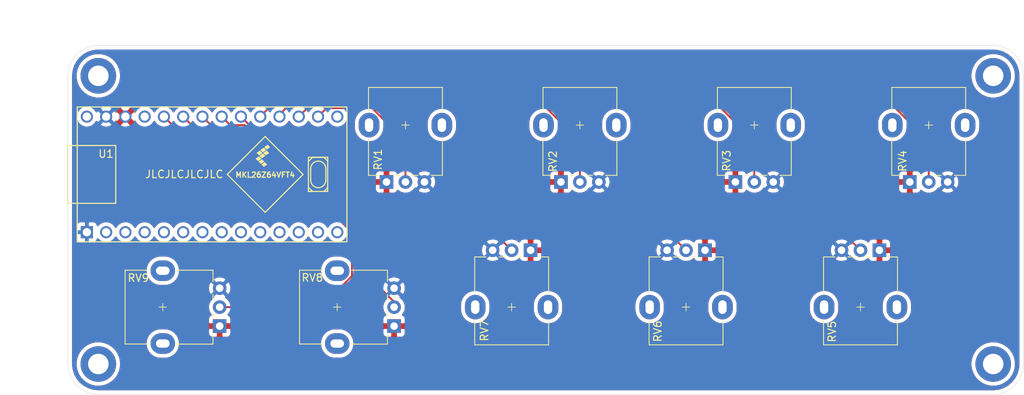
<source format=kicad_pcb>
(kicad_pcb (version 20171130) (host pcbnew "(5.1.10)-1")

  (general
    (thickness 1.6)
    (drawings 15)
    (tracks 46)
    (zones 0)
    (modules 14)
    (nets 28)
  )

  (page A4)
  (layers
    (0 F.Cu signal)
    (31 B.Cu signal)
    (32 B.Adhes user)
    (33 F.Adhes user)
    (34 B.Paste user)
    (35 F.Paste user)
    (36 B.SilkS user)
    (37 F.SilkS user)
    (38 B.Mask user)
    (39 F.Mask user)
    (40 Dwgs.User user)
    (41 Cmts.User user)
    (42 Eco1.User user)
    (43 Eco2.User user)
    (44 Edge.Cuts user)
    (45 Margin user)
    (46 B.CrtYd user hide)
    (47 F.CrtYd user hide)
    (48 B.Fab user hide)
    (49 F.Fab user hide)
  )

  (setup
    (last_trace_width 0.25)
    (trace_clearance 0.2)
    (zone_clearance 0.508)
    (zone_45_only no)
    (trace_min 0.2)
    (via_size 0.8)
    (via_drill 0.4)
    (via_min_size 0.4)
    (via_min_drill 0.3)
    (uvia_size 0.3)
    (uvia_drill 0.1)
    (uvias_allowed no)
    (uvia_min_size 0.2)
    (uvia_min_drill 0.1)
    (edge_width 0.05)
    (segment_width 0.2)
    (pcb_text_width 0.3)
    (pcb_text_size 1.5 1.5)
    (mod_edge_width 0.12)
    (mod_text_size 1 1)
    (mod_text_width 0.15)
    (pad_size 1.524 1.524)
    (pad_drill 0.762)
    (pad_to_mask_clearance 0)
    (aux_axis_origin 0 0)
    (visible_elements 7FFFEFFF)
    (pcbplotparams
      (layerselection 0x010fc_ffffffff)
      (usegerberextensions false)
      (usegerberattributes true)
      (usegerberadvancedattributes true)
      (creategerberjobfile true)
      (excludeedgelayer true)
      (linewidth 0.100000)
      (plotframeref false)
      (viasonmask false)
      (mode 1)
      (useauxorigin false)
      (hpglpennumber 1)
      (hpglpenspeed 20)
      (hpglpendiameter 15.000000)
      (psnegative false)
      (psa4output false)
      (plotreference true)
      (plotvalue true)
      (plotinvisibletext false)
      (padsonsilk false)
      (subtractmaskfromsilk false)
      (outputformat 1)
      (mirror false)
      (drillshape 0)
      (scaleselection 1)
      (outputdirectory "gbr/"))
  )

  (net 0 "")
  (net 1 GND)
  (net 2 a0)
  (net 3 +3V3)
  (net 4 a1)
  (net 5 a2)
  (net 6 a3)
  (net 7 a4)
  (net 8 a5)
  (net 9 a6)
  (net 10 a7)
  (net 11 a8)
  (net 12 "Net-(U1-Pad2)")
  (net 13 "Net-(U1-Pad3)")
  (net 14 "Net-(U1-Pad4)")
  (net 15 "Net-(U1-Pad5)")
  (net 16 "Net-(U1-Pad6)")
  (net 17 "Net-(U1-Pad7)")
  (net 18 "Net-(U1-Pad8)")
  (net 19 "Net-(U1-Pad9)")
  (net 20 "Net-(U1-Pad10)")
  (net 21 "Net-(U1-Pad11)")
  (net 22 "Net-(U1-Pad12)")
  (net 23 "Net-(U1-Pad13)")
  (net 24 "Net-(U1-Pad33)")
  (net 25 "Net-(U1-Pad14)")
  (net 26 "Net-(U1-Pad20)")
  (net 27 "Net-(U1-Pad30)")

  (net_class Default "This is the default net class."
    (clearance 0.2)
    (trace_width 0.25)
    (via_dia 0.8)
    (via_drill 0.4)
    (uvia_dia 0.3)
    (uvia_drill 0.1)
    (add_net +3V3)
    (add_net GND)
    (add_net "Net-(U1-Pad10)")
    (add_net "Net-(U1-Pad11)")
    (add_net "Net-(U1-Pad12)")
    (add_net "Net-(U1-Pad13)")
    (add_net "Net-(U1-Pad14)")
    (add_net "Net-(U1-Pad2)")
    (add_net "Net-(U1-Pad20)")
    (add_net "Net-(U1-Pad3)")
    (add_net "Net-(U1-Pad30)")
    (add_net "Net-(U1-Pad33)")
    (add_net "Net-(U1-Pad4)")
    (add_net "Net-(U1-Pad5)")
    (add_net "Net-(U1-Pad6)")
    (add_net "Net-(U1-Pad7)")
    (add_net "Net-(U1-Pad8)")
    (add_net "Net-(U1-Pad9)")
    (add_net a0)
    (add_net a1)
    (add_net a2)
    (add_net a3)
    (add_net a4)
    (add_net a5)
    (add_net a6)
    (add_net a7)
    (add_net a8)
  )

  (module Potentiometer_THT:mypot (layer F.Cu) (tedit 611B1EB9) (tstamp 611B74AC)
    (at 80 111 180)
    (descr "Potentiometer, vertical, 9mm, single, http://www.taiwanalpha.com.tw/downloads?target=products&id=113")
    (tags "potentiometer vertical 9mm single")
    (path /611D318F)
    (fp_text reference RV9 (at 10.72 6.34 180) (layer F.SilkS)
      (effects (font (size 1 1) (thickness 0.15)))
    )
    (fp_text value R_POT (at 0 9.86 180) (layer F.Fab)
      (effects (font (size 1 1) (thickness 0.15)))
    )
    (fp_line (start 12.47 7.37) (end 12.47 -2.37) (layer F.SilkS) (width 0.12))
    (fp_line (start 0.88 7.37) (end 0.88 5.88) (layer F.SilkS) (width 0.12))
    (fp_line (start 9.41 7.37) (end 12.47 7.37) (layer F.SilkS) (width 0.12))
    (fp_line (start 0.88 -2.38) (end 5.6 -2.38) (layer F.SilkS) (width 0.12))
    (fp_circle (center 7.5 2.5) (end 7.5 -1) (layer F.Fab) (width 0.1))
    (fp_line (start 1 7.25) (end 1 -2.25) (layer F.Fab) (width 0.1))
    (fp_line (start 12.35 7.25) (end 12.35 -2.25) (layer F.Fab) (width 0.1))
    (fp_line (start 1 -2.25) (end 12.35 -2.25) (layer F.Fab) (width 0.1))
    (fp_line (start 1 7.25) (end 12.35 7.25) (layer F.Fab) (width 0.1))
    (fp_line (start 9.41 -2.37) (end 12.47 -2.37) (layer F.SilkS) (width 0.12))
    (fp_line (start 0.88 7.37) (end 5.6 7.37) (layer F.SilkS) (width 0.12))
    (fp_line (start 0.88 -1.19) (end 0.88 -2.37) (layer F.SilkS) (width 0.12))
    (fp_line (start 0.88 1.71) (end 0.88 1.18) (layer F.SilkS) (width 0.12))
    (fp_line (start 0.88 4.16) (end 0.88 3.33) (layer F.SilkS) (width 0.12))
    (fp_line (start 7.5 2) (end 7.5 3) (layer F.SilkS) (width 0.1))
    (fp_line (start 7 2.5) (end 8 2.5) (layer F.SilkS) (width 0.1))
    (fp_text user %R (at 7.62 2.54) (layer F.Fab)
      (effects (font (size 1 1) (thickness 0.15)))
    )
    (pad 1 thru_hole rect (at 0 0 270) (size 1.8 1.8) (drill 1) (layers *.Cu *.Mask)
      (net 3 +3V3))
    (pad 2 thru_hole circle (at 0 2.5 270) (size 1.8 1.8) (drill 1) (layers *.Cu *.Mask)
      (net 11 a8))
    (pad 3 thru_hole circle (at 0 5 270) (size 1.8 1.8) (drill 1) (layers *.Cu *.Mask)
      (net 1 GND))
    (pad "" thru_hole oval (at 7.5 7.3 270) (size 2.72 3.24) (drill oval 1.1 1.8) (layers *.Cu *.Mask))
    (pad "" thru_hole oval (at 7.5 -2.3 270) (size 2.72 3.24) (drill oval 1.1 1.8) (layers *.Cu *.Mask))
    (model ${KISYS3DMOD}/Potentiometer_THT.3dshapes/Potentiometer_Alpha_RD901F-40-00D_Single_Vertical.wrl
      (at (xyz 0 0 0))
      (scale (xyz 1 1 1))
      (rotate (xyz 0 0 0))
    )
  )

  (module Potentiometer_THT:mypot (layer F.Cu) (tedit 611B1EB9) (tstamp 611B7490)
    (at 103 111 180)
    (descr "Potentiometer, vertical, 9mm, single, http://www.taiwanalpha.com.tw/downloads?target=products&id=113")
    (tags "potentiometer vertical 9mm single")
    (path /611D3170)
    (fp_text reference RV8 (at 10.78 6.37 180) (layer F.SilkS)
      (effects (font (size 1 1) (thickness 0.15)))
    )
    (fp_text value R_POT (at 0 9.86 180) (layer F.Fab)
      (effects (font (size 1 1) (thickness 0.15)))
    )
    (fp_line (start 12.47 7.37) (end 12.47 -2.37) (layer F.SilkS) (width 0.12))
    (fp_line (start 0.88 7.37) (end 0.88 5.88) (layer F.SilkS) (width 0.12))
    (fp_line (start 9.41 7.37) (end 12.47 7.37) (layer F.SilkS) (width 0.12))
    (fp_line (start 0.88 -2.38) (end 5.6 -2.38) (layer F.SilkS) (width 0.12))
    (fp_circle (center 7.5 2.5) (end 7.5 -1) (layer F.Fab) (width 0.1))
    (fp_line (start 1 7.25) (end 1 -2.25) (layer F.Fab) (width 0.1))
    (fp_line (start 12.35 7.25) (end 12.35 -2.25) (layer F.Fab) (width 0.1))
    (fp_line (start 1 -2.25) (end 12.35 -2.25) (layer F.Fab) (width 0.1))
    (fp_line (start 1 7.25) (end 12.35 7.25) (layer F.Fab) (width 0.1))
    (fp_line (start 9.41 -2.37) (end 12.47 -2.37) (layer F.SilkS) (width 0.12))
    (fp_line (start 0.88 7.37) (end 5.6 7.37) (layer F.SilkS) (width 0.12))
    (fp_line (start 0.88 -1.19) (end 0.88 -2.37) (layer F.SilkS) (width 0.12))
    (fp_line (start 0.88 1.71) (end 0.88 1.18) (layer F.SilkS) (width 0.12))
    (fp_line (start 0.88 4.16) (end 0.88 3.33) (layer F.SilkS) (width 0.12))
    (fp_line (start 7.5 2) (end 7.5 3) (layer F.SilkS) (width 0.1))
    (fp_line (start 7 2.5) (end 8 2.5) (layer F.SilkS) (width 0.1))
    (fp_text user %R (at 7.62 2.54) (layer F.Fab)
      (effects (font (size 1 1) (thickness 0.15)))
    )
    (pad 1 thru_hole rect (at 0 0 270) (size 1.8 1.8) (drill 1) (layers *.Cu *.Mask)
      (net 3 +3V3))
    (pad 2 thru_hole circle (at 0 2.5 270) (size 1.8 1.8) (drill 1) (layers *.Cu *.Mask)
      (net 10 a7))
    (pad 3 thru_hole circle (at 0 5 270) (size 1.8 1.8) (drill 1) (layers *.Cu *.Mask)
      (net 1 GND))
    (pad "" thru_hole oval (at 7.5 7.3 270) (size 2.72 3.24) (drill oval 1.1 1.8) (layers *.Cu *.Mask))
    (pad "" thru_hole oval (at 7.5 -2.3 270) (size 2.72 3.24) (drill oval 1.1 1.8) (layers *.Cu *.Mask))
    (model ${KISYS3DMOD}/Potentiometer_THT.3dshapes/Potentiometer_Alpha_RD901F-40-00D_Single_Vertical.wrl
      (at (xyz 0 0 0))
      (scale (xyz 1 1 1))
      (rotate (xyz 0 0 0))
    )
  )

  (module Potentiometer_THT:mypot (layer F.Cu) (tedit 611B1EB9) (tstamp 611B7474)
    (at 121 101 270)
    (descr "Potentiometer, vertical, 9mm, single, http://www.taiwanalpha.com.tw/downloads?target=products&id=113")
    (tags "potentiometer vertical 9mm single")
    (path /611D3151)
    (fp_text reference RV7 (at 10.6 6.09 270) (layer F.SilkS)
      (effects (font (size 1 1) (thickness 0.15)))
    )
    (fp_text value R_POT (at 0 9.86 270) (layer F.Fab)
      (effects (font (size 1 1) (thickness 0.15)))
    )
    (fp_line (start 12.47 7.37) (end 12.47 -2.37) (layer F.SilkS) (width 0.12))
    (fp_line (start 0.88 7.37) (end 0.88 5.88) (layer F.SilkS) (width 0.12))
    (fp_line (start 9.41 7.37) (end 12.47 7.37) (layer F.SilkS) (width 0.12))
    (fp_line (start 0.88 -2.38) (end 5.6 -2.38) (layer F.SilkS) (width 0.12))
    (fp_circle (center 7.5 2.5) (end 7.5 -1) (layer F.Fab) (width 0.1))
    (fp_line (start 1 7.25) (end 1 -2.25) (layer F.Fab) (width 0.1))
    (fp_line (start 12.35 7.25) (end 12.35 -2.25) (layer F.Fab) (width 0.1))
    (fp_line (start 1 -2.25) (end 12.35 -2.25) (layer F.Fab) (width 0.1))
    (fp_line (start 1 7.25) (end 12.35 7.25) (layer F.Fab) (width 0.1))
    (fp_line (start 9.41 -2.37) (end 12.47 -2.37) (layer F.SilkS) (width 0.12))
    (fp_line (start 0.88 7.37) (end 5.6 7.37) (layer F.SilkS) (width 0.12))
    (fp_line (start 0.88 -1.19) (end 0.88 -2.37) (layer F.SilkS) (width 0.12))
    (fp_line (start 0.88 1.71) (end 0.88 1.18) (layer F.SilkS) (width 0.12))
    (fp_line (start 0.88 4.16) (end 0.88 3.33) (layer F.SilkS) (width 0.12))
    (fp_line (start 7.5 2) (end 7.5 3) (layer F.SilkS) (width 0.1))
    (fp_line (start 7 2.5) (end 8 2.5) (layer F.SilkS) (width 0.1))
    (fp_text user %R (at 7.62 2.54 90) (layer F.Fab)
      (effects (font (size 1 1) (thickness 0.15)))
    )
    (pad 1 thru_hole rect (at 0 0) (size 1.8 1.8) (drill 1) (layers *.Cu *.Mask)
      (net 3 +3V3))
    (pad 2 thru_hole circle (at 0 2.5) (size 1.8 1.8) (drill 1) (layers *.Cu *.Mask)
      (net 9 a6))
    (pad 3 thru_hole circle (at 0 5) (size 1.8 1.8) (drill 1) (layers *.Cu *.Mask)
      (net 1 GND))
    (pad "" thru_hole oval (at 7.5 7.3) (size 2.72 3.24) (drill oval 1.1 1.8) (layers *.Cu *.Mask))
    (pad "" thru_hole oval (at 7.5 -2.3) (size 2.72 3.24) (drill oval 1.1 1.8) (layers *.Cu *.Mask))
    (model ${KISYS3DMOD}/Potentiometer_THT.3dshapes/Potentiometer_Alpha_RD901F-40-00D_Single_Vertical.wrl
      (at (xyz 0 0 0))
      (scale (xyz 1 1 1))
      (rotate (xyz 0 0 0))
    )
  )

  (module Potentiometer_THT:mypot (layer F.Cu) (tedit 611B1EB9) (tstamp 611B7458)
    (at 144 101 270)
    (descr "Potentiometer, vertical, 9mm, single, http://www.taiwanalpha.com.tw/downloads?target=products&id=113")
    (tags "potentiometer vertical 9mm single")
    (path /611D2FAE)
    (fp_text reference RV6 (at 10.69 6.24 270) (layer F.SilkS)
      (effects (font (size 1 1) (thickness 0.15)))
    )
    (fp_text value R_POT (at 0 9.86 270) (layer F.Fab)
      (effects (font (size 1 1) (thickness 0.15)))
    )
    (fp_line (start 12.47 7.37) (end 12.47 -2.37) (layer F.SilkS) (width 0.12))
    (fp_line (start 0.88 7.37) (end 0.88 5.88) (layer F.SilkS) (width 0.12))
    (fp_line (start 9.41 7.37) (end 12.47 7.37) (layer F.SilkS) (width 0.12))
    (fp_line (start 0.88 -2.38) (end 5.6 -2.38) (layer F.SilkS) (width 0.12))
    (fp_circle (center 7.5 2.5) (end 7.5 -1) (layer F.Fab) (width 0.1))
    (fp_line (start 1 7.25) (end 1 -2.25) (layer F.Fab) (width 0.1))
    (fp_line (start 12.35 7.25) (end 12.35 -2.25) (layer F.Fab) (width 0.1))
    (fp_line (start 1 -2.25) (end 12.35 -2.25) (layer F.Fab) (width 0.1))
    (fp_line (start 1 7.25) (end 12.35 7.25) (layer F.Fab) (width 0.1))
    (fp_line (start 9.41 -2.37) (end 12.47 -2.37) (layer F.SilkS) (width 0.12))
    (fp_line (start 0.88 7.37) (end 5.6 7.37) (layer F.SilkS) (width 0.12))
    (fp_line (start 0.88 -1.19) (end 0.88 -2.37) (layer F.SilkS) (width 0.12))
    (fp_line (start 0.88 1.71) (end 0.88 1.18) (layer F.SilkS) (width 0.12))
    (fp_line (start 0.88 4.16) (end 0.88 3.33) (layer F.SilkS) (width 0.12))
    (fp_line (start 7.5 2) (end 7.5 3) (layer F.SilkS) (width 0.1))
    (fp_line (start 7 2.5) (end 8 2.5) (layer F.SilkS) (width 0.1))
    (fp_text user %R (at 7.62 2.54 90) (layer F.Fab)
      (effects (font (size 1 1) (thickness 0.15)))
    )
    (pad 1 thru_hole rect (at 0 0) (size 1.8 1.8) (drill 1) (layers *.Cu *.Mask)
      (net 3 +3V3))
    (pad 2 thru_hole circle (at 0 2.5) (size 1.8 1.8) (drill 1) (layers *.Cu *.Mask)
      (net 8 a5))
    (pad 3 thru_hole circle (at 0 5) (size 1.8 1.8) (drill 1) (layers *.Cu *.Mask)
      (net 1 GND))
    (pad "" thru_hole oval (at 7.5 7.3) (size 2.72 3.24) (drill oval 1.1 1.8) (layers *.Cu *.Mask))
    (pad "" thru_hole oval (at 7.5 -2.3) (size 2.72 3.24) (drill oval 1.1 1.8) (layers *.Cu *.Mask))
    (model ${KISYS3DMOD}/Potentiometer_THT.3dshapes/Potentiometer_Alpha_RD901F-40-00D_Single_Vertical.wrl
      (at (xyz 0 0 0))
      (scale (xyz 1 1 1))
      (rotate (xyz 0 0 0))
    )
  )

  (module Potentiometer_THT:mypot (layer F.Cu) (tedit 611B1EB9) (tstamp 611B743C)
    (at 167 101 270)
    (descr "Potentiometer, vertical, 9mm, single, http://www.taiwanalpha.com.tw/downloads?target=products&id=113")
    (tags "potentiometer vertical 9mm single")
    (path /611D2CB1)
    (fp_text reference RV5 (at 10.73 6.25 270) (layer F.SilkS)
      (effects (font (size 1 1) (thickness 0.15)))
    )
    (fp_text value R_POT (at 0 9.86 270) (layer F.Fab)
      (effects (font (size 1 1) (thickness 0.15)))
    )
    (fp_line (start 12.47 7.37) (end 12.47 -2.37) (layer F.SilkS) (width 0.12))
    (fp_line (start 0.88 7.37) (end 0.88 5.88) (layer F.SilkS) (width 0.12))
    (fp_line (start 9.41 7.37) (end 12.47 7.37) (layer F.SilkS) (width 0.12))
    (fp_line (start 0.88 -2.38) (end 5.6 -2.38) (layer F.SilkS) (width 0.12))
    (fp_circle (center 7.5 2.5) (end 7.5 -1) (layer F.Fab) (width 0.1))
    (fp_line (start 1 7.25) (end 1 -2.25) (layer F.Fab) (width 0.1))
    (fp_line (start 12.35 7.25) (end 12.35 -2.25) (layer F.Fab) (width 0.1))
    (fp_line (start 1 -2.25) (end 12.35 -2.25) (layer F.Fab) (width 0.1))
    (fp_line (start 1 7.25) (end 12.35 7.25) (layer F.Fab) (width 0.1))
    (fp_line (start 9.41 -2.37) (end 12.47 -2.37) (layer F.SilkS) (width 0.12))
    (fp_line (start 0.88 7.37) (end 5.6 7.37) (layer F.SilkS) (width 0.12))
    (fp_line (start 0.88 -1.19) (end 0.88 -2.37) (layer F.SilkS) (width 0.12))
    (fp_line (start 0.88 1.71) (end 0.88 1.18) (layer F.SilkS) (width 0.12))
    (fp_line (start 0.88 4.16) (end 0.88 3.33) (layer F.SilkS) (width 0.12))
    (fp_line (start 7.5 2) (end 7.5 3) (layer F.SilkS) (width 0.1))
    (fp_line (start 7 2.5) (end 8 2.5) (layer F.SilkS) (width 0.1))
    (fp_text user %R (at 7.62 2.54 90) (layer F.Fab)
      (effects (font (size 1 1) (thickness 0.15)))
    )
    (pad 1 thru_hole rect (at 0 0) (size 1.8 1.8) (drill 1) (layers *.Cu *.Mask)
      (net 3 +3V3))
    (pad 2 thru_hole circle (at 0 2.5) (size 1.8 1.8) (drill 1) (layers *.Cu *.Mask)
      (net 7 a4))
    (pad 3 thru_hole circle (at 0 5) (size 1.8 1.8) (drill 1) (layers *.Cu *.Mask)
      (net 1 GND))
    (pad "" thru_hole oval (at 7.5 7.3) (size 2.72 3.24) (drill oval 1.1 1.8) (layers *.Cu *.Mask))
    (pad "" thru_hole oval (at 7.5 -2.3) (size 2.72 3.24) (drill oval 1.1 1.8) (layers *.Cu *.Mask))
    (model ${KISYS3DMOD}/Potentiometer_THT.3dshapes/Potentiometer_Alpha_RD901F-40-00D_Single_Vertical.wrl
      (at (xyz 0 0 0))
      (scale (xyz 1 1 1))
      (rotate (xyz 0 0 0))
    )
  )

  (module Potentiometer_THT:mypot (layer F.Cu) (tedit 611B1EB9) (tstamp 611B7420)
    (at 171 92 90)
    (descr "Potentiometer, vertical, 9mm, single, http://www.taiwanalpha.com.tw/downloads?target=products&id=113")
    (tags "potentiometer vertical 9mm single")
    (path /611D1E81)
    (fp_text reference RV4 (at 2.77 -0.95 270) (layer F.SilkS)
      (effects (font (size 1 1) (thickness 0.15)))
    )
    (fp_text value R_POT (at 0 9.86 270) (layer F.Fab)
      (effects (font (size 1 1) (thickness 0.15)))
    )
    (fp_line (start 12.47 7.37) (end 12.47 -2.37) (layer F.SilkS) (width 0.12))
    (fp_line (start 0.88 7.37) (end 0.88 5.88) (layer F.SilkS) (width 0.12))
    (fp_line (start 9.41 7.37) (end 12.47 7.37) (layer F.SilkS) (width 0.12))
    (fp_line (start 0.88 -2.38) (end 5.6 -2.38) (layer F.SilkS) (width 0.12))
    (fp_circle (center 7.5 2.5) (end 7.5 -1) (layer F.Fab) (width 0.1))
    (fp_line (start 1 7.25) (end 1 -2.25) (layer F.Fab) (width 0.1))
    (fp_line (start 12.35 7.25) (end 12.35 -2.25) (layer F.Fab) (width 0.1))
    (fp_line (start 1 -2.25) (end 12.35 -2.25) (layer F.Fab) (width 0.1))
    (fp_line (start 1 7.25) (end 12.35 7.25) (layer F.Fab) (width 0.1))
    (fp_line (start 9.41 -2.37) (end 12.47 -2.37) (layer F.SilkS) (width 0.12))
    (fp_line (start 0.88 7.37) (end 5.6 7.37) (layer F.SilkS) (width 0.12))
    (fp_line (start 0.88 -1.19) (end 0.88 -2.37) (layer F.SilkS) (width 0.12))
    (fp_line (start 0.88 1.71) (end 0.88 1.18) (layer F.SilkS) (width 0.12))
    (fp_line (start 0.88 4.16) (end 0.88 3.33) (layer F.SilkS) (width 0.12))
    (fp_line (start 7.5 2) (end 7.5 3) (layer F.SilkS) (width 0.1))
    (fp_line (start 7 2.5) (end 8 2.5) (layer F.SilkS) (width 0.1))
    (fp_text user %R (at 7.62 2.54 90) (layer F.Fab)
      (effects (font (size 1 1) (thickness 0.15)))
    )
    (pad 1 thru_hole rect (at 0 0 180) (size 1.8 1.8) (drill 1) (layers *.Cu *.Mask)
      (net 3 +3V3))
    (pad 2 thru_hole circle (at 0 2.5 180) (size 1.8 1.8) (drill 1) (layers *.Cu *.Mask)
      (net 6 a3))
    (pad 3 thru_hole circle (at 0 5 180) (size 1.8 1.8) (drill 1) (layers *.Cu *.Mask)
      (net 1 GND))
    (pad "" thru_hole oval (at 7.5 7.3 180) (size 2.72 3.24) (drill oval 1.1 1.8) (layers *.Cu *.Mask))
    (pad "" thru_hole oval (at 7.5 -2.3 180) (size 2.72 3.24) (drill oval 1.1 1.8) (layers *.Cu *.Mask))
    (model ${KISYS3DMOD}/Potentiometer_THT.3dshapes/Potentiometer_Alpha_RD901F-40-00D_Single_Vertical.wrl
      (at (xyz 0 0 0))
      (scale (xyz 1 1 1))
      (rotate (xyz 0 0 0))
    )
  )

  (module Potentiometer_THT:mypot (layer F.Cu) (tedit 611B1EB9) (tstamp 611B7404)
    (at 148 92 90)
    (descr "Potentiometer, vertical, 9mm, single, http://www.taiwanalpha.com.tw/downloads?target=products&id=113")
    (tags "potentiometer vertical 9mm single")
    (path /611CFD11)
    (fp_text reference RV3 (at 2.81 -1.15 270) (layer F.SilkS)
      (effects (font (size 1 1) (thickness 0.15)))
    )
    (fp_text value R_POT (at 0 9.86 270) (layer F.Fab)
      (effects (font (size 1 1) (thickness 0.15)))
    )
    (fp_line (start 12.47 7.37) (end 12.47 -2.37) (layer F.SilkS) (width 0.12))
    (fp_line (start 0.88 7.37) (end 0.88 5.88) (layer F.SilkS) (width 0.12))
    (fp_line (start 9.41 7.37) (end 12.47 7.37) (layer F.SilkS) (width 0.12))
    (fp_line (start 0.88 -2.38) (end 5.6 -2.38) (layer F.SilkS) (width 0.12))
    (fp_circle (center 7.5 2.5) (end 7.5 -1) (layer F.Fab) (width 0.1))
    (fp_line (start 1 7.25) (end 1 -2.25) (layer F.Fab) (width 0.1))
    (fp_line (start 12.35 7.25) (end 12.35 -2.25) (layer F.Fab) (width 0.1))
    (fp_line (start 1 -2.25) (end 12.35 -2.25) (layer F.Fab) (width 0.1))
    (fp_line (start 1 7.25) (end 12.35 7.25) (layer F.Fab) (width 0.1))
    (fp_line (start 9.41 -2.37) (end 12.47 -2.37) (layer F.SilkS) (width 0.12))
    (fp_line (start 0.88 7.37) (end 5.6 7.37) (layer F.SilkS) (width 0.12))
    (fp_line (start 0.88 -1.19) (end 0.88 -2.37) (layer F.SilkS) (width 0.12))
    (fp_line (start 0.88 1.71) (end 0.88 1.18) (layer F.SilkS) (width 0.12))
    (fp_line (start 0.88 4.16) (end 0.88 3.33) (layer F.SilkS) (width 0.12))
    (fp_line (start 7.5 2) (end 7.5 3) (layer F.SilkS) (width 0.1))
    (fp_line (start 7 2.5) (end 8 2.5) (layer F.SilkS) (width 0.1))
    (fp_text user %R (at 7.62 2.54 90) (layer F.Fab)
      (effects (font (size 1 1) (thickness 0.15)))
    )
    (pad 1 thru_hole rect (at 0 0 180) (size 1.8 1.8) (drill 1) (layers *.Cu *.Mask)
      (net 3 +3V3))
    (pad 2 thru_hole circle (at 0 2.5 180) (size 1.8 1.8) (drill 1) (layers *.Cu *.Mask)
      (net 5 a2))
    (pad 3 thru_hole circle (at 0 5 180) (size 1.8 1.8) (drill 1) (layers *.Cu *.Mask)
      (net 1 GND))
    (pad "" thru_hole oval (at 7.5 7.3 180) (size 2.72 3.24) (drill oval 1.1 1.8) (layers *.Cu *.Mask))
    (pad "" thru_hole oval (at 7.5 -2.3 180) (size 2.72 3.24) (drill oval 1.1 1.8) (layers *.Cu *.Mask))
    (model ${KISYS3DMOD}/Potentiometer_THT.3dshapes/Potentiometer_Alpha_RD901F-40-00D_Single_Vertical.wrl
      (at (xyz 0 0 0))
      (scale (xyz 1 1 1))
      (rotate (xyz 0 0 0))
    )
  )

  (module Potentiometer_THT:mypot (layer F.Cu) (tedit 611B1EB9) (tstamp 611B73E8)
    (at 125 92 90)
    (descr "Potentiometer, vertical, 9mm, single, http://www.taiwanalpha.com.tw/downloads?target=products&id=113")
    (tags "potentiometer vertical 9mm single")
    (path /611CECF1)
    (fp_text reference RV2 (at 2.73 -1.06 270) (layer F.SilkS)
      (effects (font (size 1 1) (thickness 0.15)))
    )
    (fp_text value R_POT (at 0 9.86 270) (layer F.Fab)
      (effects (font (size 1 1) (thickness 0.15)))
    )
    (fp_line (start 12.47 7.37) (end 12.47 -2.37) (layer F.SilkS) (width 0.12))
    (fp_line (start 0.88 7.37) (end 0.88 5.88) (layer F.SilkS) (width 0.12))
    (fp_line (start 9.41 7.37) (end 12.47 7.37) (layer F.SilkS) (width 0.12))
    (fp_line (start 0.88 -2.38) (end 5.6 -2.38) (layer F.SilkS) (width 0.12))
    (fp_circle (center 7.5 2.5) (end 7.5 -1) (layer F.Fab) (width 0.1))
    (fp_line (start 1 7.25) (end 1 -2.25) (layer F.Fab) (width 0.1))
    (fp_line (start 12.35 7.25) (end 12.35 -2.25) (layer F.Fab) (width 0.1))
    (fp_line (start 1 -2.25) (end 12.35 -2.25) (layer F.Fab) (width 0.1))
    (fp_line (start 1 7.25) (end 12.35 7.25) (layer F.Fab) (width 0.1))
    (fp_line (start 9.41 -2.37) (end 12.47 -2.37) (layer F.SilkS) (width 0.12))
    (fp_line (start 0.88 7.37) (end 5.6 7.37) (layer F.SilkS) (width 0.12))
    (fp_line (start 0.88 -1.19) (end 0.88 -2.37) (layer F.SilkS) (width 0.12))
    (fp_line (start 0.88 1.71) (end 0.88 1.18) (layer F.SilkS) (width 0.12))
    (fp_line (start 0.88 4.16) (end 0.88 3.33) (layer F.SilkS) (width 0.12))
    (fp_line (start 7.5 2) (end 7.5 3) (layer F.SilkS) (width 0.1))
    (fp_line (start 7 2.5) (end 8 2.5) (layer F.SilkS) (width 0.1))
    (fp_text user %R (at 7.62 2.54 90) (layer F.Fab)
      (effects (font (size 1 1) (thickness 0.15)))
    )
    (pad 1 thru_hole rect (at 0 0 180) (size 1.8 1.8) (drill 1) (layers *.Cu *.Mask)
      (net 3 +3V3))
    (pad 2 thru_hole circle (at 0 2.5 180) (size 1.8 1.8) (drill 1) (layers *.Cu *.Mask)
      (net 4 a1))
    (pad 3 thru_hole circle (at 0 5 180) (size 1.8 1.8) (drill 1) (layers *.Cu *.Mask)
      (net 1 GND))
    (pad "" thru_hole oval (at 7.5 7.3 180) (size 2.72 3.24) (drill oval 1.1 1.8) (layers *.Cu *.Mask))
    (pad "" thru_hole oval (at 7.5 -2.3 180) (size 2.72 3.24) (drill oval 1.1 1.8) (layers *.Cu *.Mask))
    (model ${KISYS3DMOD}/Potentiometer_THT.3dshapes/Potentiometer_Alpha_RD901F-40-00D_Single_Vertical.wrl
      (at (xyz 0 0 0))
      (scale (xyz 1 1 1))
      (rotate (xyz 0 0 0))
    )
  )

  (module Potentiometer_THT:mypot (layer F.Cu) (tedit 611B1EB9) (tstamp 611B73CC)
    (at 102 92 90)
    (descr "Potentiometer, vertical, 9mm, single, http://www.taiwanalpha.com.tw/downloads?target=products&id=113")
    (tags "potentiometer vertical 9mm single")
    (path /611BDEF5)
    (fp_text reference RV1 (at 2.97 -1.12 270) (layer F.SilkS)
      (effects (font (size 1 1) (thickness 0.15)))
    )
    (fp_text value R_POT (at 0 9.86 270) (layer F.Fab)
      (effects (font (size 1 1) (thickness 0.15)))
    )
    (fp_line (start 12.47 7.37) (end 12.47 -2.37) (layer F.SilkS) (width 0.12))
    (fp_line (start 0.88 7.37) (end 0.88 5.88) (layer F.SilkS) (width 0.12))
    (fp_line (start 9.41 7.37) (end 12.47 7.37) (layer F.SilkS) (width 0.12))
    (fp_line (start 0.88 -2.38) (end 5.6 -2.38) (layer F.SilkS) (width 0.12))
    (fp_circle (center 7.5 2.5) (end 7.5 -1) (layer F.Fab) (width 0.1))
    (fp_line (start 1 7.25) (end 1 -2.25) (layer F.Fab) (width 0.1))
    (fp_line (start 12.35 7.25) (end 12.35 -2.25) (layer F.Fab) (width 0.1))
    (fp_line (start 1 -2.25) (end 12.35 -2.25) (layer F.Fab) (width 0.1))
    (fp_line (start 1 7.25) (end 12.35 7.25) (layer F.Fab) (width 0.1))
    (fp_line (start 9.41 -2.37) (end 12.47 -2.37) (layer F.SilkS) (width 0.12))
    (fp_line (start 0.88 7.37) (end 5.6 7.37) (layer F.SilkS) (width 0.12))
    (fp_line (start 0.88 -1.19) (end 0.88 -2.37) (layer F.SilkS) (width 0.12))
    (fp_line (start 0.88 1.71) (end 0.88 1.18) (layer F.SilkS) (width 0.12))
    (fp_line (start 0.88 4.16) (end 0.88 3.33) (layer F.SilkS) (width 0.12))
    (fp_line (start 7.5 2) (end 7.5 3) (layer F.SilkS) (width 0.1))
    (fp_line (start 7 2.5) (end 8 2.5) (layer F.SilkS) (width 0.1))
    (fp_text user %R (at 7.62 2.54 90) (layer F.Fab)
      (effects (font (size 1 1) (thickness 0.15)))
    )
    (pad 1 thru_hole rect (at 0 0 180) (size 1.8 1.8) (drill 1) (layers *.Cu *.Mask)
      (net 3 +3V3))
    (pad 2 thru_hole circle (at 0 2.5 180) (size 1.8 1.8) (drill 1) (layers *.Cu *.Mask)
      (net 2 a0))
    (pad 3 thru_hole circle (at 0 5 180) (size 1.8 1.8) (drill 1) (layers *.Cu *.Mask)
      (net 1 GND))
    (pad "" thru_hole oval (at 7.5 7.3 180) (size 2.72 3.24) (drill oval 1.1 1.8) (layers *.Cu *.Mask))
    (pad "" thru_hole oval (at 7.5 -2.3 180) (size 2.72 3.24) (drill oval 1.1 1.8) (layers *.Cu *.Mask))
    (model ${KISYS3DMOD}/Potentiometer_THT.3dshapes/Potentiometer_Alpha_RD901F-40-00D_Single_Vertical.wrl
      (at (xyz 0 0 0))
      (scale (xyz 1 1 1))
      (rotate (xyz 0 0 0))
    )
  )

  (module MountingHole:MountingHole_2.7mm_M2.5_DIN965_Pad (layer F.Cu) (tedit 56D1B4CB) (tstamp 611B9F44)
    (at 182 116)
    (descr "Mounting Hole 2.7mm, M2.5, DIN965")
    (tags "mounting hole 2.7mm m2.5 din965")
    (attr virtual)
    (fp_text reference REF** (at 0 -3.35) (layer F.SilkS) hide
      (effects (font (size 1 1) (thickness 0.15)))
    )
    (fp_text value MountingHole_2.7mm_M2.5_DIN965_Pad (at 0 3.35) (layer F.Fab) hide
      (effects (font (size 1 1) (thickness 0.15)))
    )
    (fp_circle (center 0 0) (end 2.35 0) (layer Cmts.User) (width 0.15))
    (fp_circle (center 0 0) (end 2.6 0) (layer F.CrtYd) (width 0.05))
    (fp_text user %R (at 0.3 0) (layer F.Fab) hide
      (effects (font (size 1 1) (thickness 0.15)))
    )
    (pad 1 thru_hole circle (at 0 0) (size 4.7 4.7) (drill 2.7) (layers *.Cu *.Mask))
  )

  (module MountingHole:MountingHole_2.7mm_M2.5_DIN965_Pad (layer F.Cu) (tedit 56D1B4CB) (tstamp 611B9F44)
    (at 182 78)
    (descr "Mounting Hole 2.7mm, M2.5, DIN965")
    (tags "mounting hole 2.7mm m2.5 din965")
    (attr virtual)
    (fp_text reference REF** (at 0 -3.35) (layer F.SilkS) hide
      (effects (font (size 1 1) (thickness 0.15)))
    )
    (fp_text value MountingHole_2.7mm_M2.5_DIN965_Pad (at 0 3.35) (layer F.Fab) hide
      (effects (font (size 1 1) (thickness 0.15)))
    )
    (fp_circle (center 0 0) (end 2.35 0) (layer Cmts.User) (width 0.15))
    (fp_circle (center 0 0) (end 2.6 0) (layer F.CrtYd) (width 0.05))
    (fp_text user %R (at 0.3 0) (layer F.Fab) hide
      (effects (font (size 1 1) (thickness 0.15)))
    )
    (pad 1 thru_hole circle (at 0 0) (size 4.7 4.7) (drill 2.7) (layers *.Cu *.Mask))
  )

  (module MountingHole:MountingHole_2.7mm_M2.5_DIN965_Pad (layer F.Cu) (tedit 56D1B4CB) (tstamp 611B9F44)
    (at 64 78)
    (descr "Mounting Hole 2.7mm, M2.5, DIN965")
    (tags "mounting hole 2.7mm m2.5 din965")
    (attr virtual)
    (fp_text reference REF** (at 0 -3.35) (layer F.SilkS) hide
      (effects (font (size 1 1) (thickness 0.15)))
    )
    (fp_text value MountingHole_2.7mm_M2.5_DIN965_Pad (at 0 3.35) (layer F.Fab) hide
      (effects (font (size 1 1) (thickness 0.15)))
    )
    (fp_circle (center 0 0) (end 2.35 0) (layer Cmts.User) (width 0.15))
    (fp_circle (center 0 0) (end 2.6 0) (layer F.CrtYd) (width 0.05))
    (fp_text user %R (at 0.3 0) (layer F.Fab) hide
      (effects (font (size 1 1) (thickness 0.15)))
    )
    (pad 1 thru_hole circle (at 0 0) (size 4.7 4.7) (drill 2.7) (layers *.Cu *.Mask))
  )

  (module MountingHole:MountingHole_2.7mm_M2.5_DIN965_Pad (layer F.Cu) (tedit 56D1B4CB) (tstamp 611B9F42)
    (at 64 116)
    (descr "Mounting Hole 2.7mm, M2.5, DIN965")
    (tags "mounting hole 2.7mm m2.5 din965")
    (attr virtual)
    (fp_text reference REF** (at 0 -3.35) (layer F.SilkS) hide
      (effects (font (size 1 1) (thickness 0.15)))
    )
    (fp_text value MountingHole_2.7mm_M2.5_DIN965_Pad (at 0 3.35) (layer F.Fab) hide
      (effects (font (size 1 1) (thickness 0.15)))
    )
    (fp_circle (center 0 0) (end 2.35 0) (layer Cmts.User) (width 0.15))
    (fp_circle (center 0 0) (end 2.6 0) (layer F.CrtYd) (width 0.05))
    (fp_text user %R (at 0.3 0) (layer F.Fab) hide
      (effects (font (size 1 1) (thickness 0.15)))
    )
    (pad 1 thru_hole circle (at 0 0) (size 4.7 4.7) (drill 2.7) (layers *.Cu *.Mask))
  )

  (module teensy:Teensy_LC_minimal (layer F.Cu) (tedit 611B0E67) (tstamp 611B750D)
    (at 79 91)
    (path /611B6292)
    (fp_text reference U1 (at -13.99 -2.71) (layer F.SilkS)
      (effects (font (size 1 1) (thickness 0.15)))
    )
    (fp_text value Teensy-LC_minimal (at 0 10.16) (layer F.Fab)
      (effects (font (size 1 1) (thickness 0.15)))
    )
    (fp_line (start 13.25 2.25) (end 12.75 1.75) (layer F.SilkS) (width 0.15))
    (fp_line (start 12.7 2.25) (end 13.25 2.25) (layer F.SilkS) (width 0.15))
    (fp_line (start 15.25 1.75) (end 14.75 2.25) (layer F.SilkS) (width 0.15))
    (fp_line (start 12.75 -1.75) (end 13.25 -2.25) (layer F.SilkS) (width 0.15))
    (fp_line (start 14.75 -2.25) (end 13.25 -2.25) (layer F.SilkS) (width 0.15))
    (fp_line (start 15.25 -1.75) (end 14.75 -2.25) (layer F.SilkS) (width 0.15))
    (fp_line (start 15 0.75) (end 15 -0.75) (layer F.SilkS) (width 0.15))
    (fp_line (start 13 -0.75) (end 13 0.75) (layer F.SilkS) (width 0.15))
    (fp_line (start 7 5) (end 12 0) (layer F.SilkS) (width 0.15))
    (fp_line (start 2 0) (end 7 5) (layer F.SilkS) (width 0.15))
    (fp_line (start 7 -5) (end 2 0) (layer F.SilkS) (width 0.15))
    (fp_line (start 12 0) (end 7 -5) (layer F.SilkS) (width 0.15))
    (fp_line (start -17.78 3.81) (end -19.05 3.81) (layer F.SilkS) (width 0.15))
    (fp_line (start -19.05 3.81) (end -19.05 -3.81) (layer F.SilkS) (width 0.15))
    (fp_line (start -19.05 -3.81) (end -17.78 -3.81) (layer F.SilkS) (width 0.15))
    (fp_line (start -12.7 3.81) (end -12.7 -3.81) (layer F.SilkS) (width 0.15))
    (fp_line (start -12.7 -3.81) (end -17.78 -3.81) (layer F.SilkS) (width 0.15))
    (fp_line (start -12.7 3.81) (end -17.78 3.81) (layer F.SilkS) (width 0.15))
    (fp_line (start 15.25 -2.25) (end 15.24 2.25) (layer F.SilkS) (width 0.15))
    (fp_line (start 15.24 2.25) (end 12.7 2.25) (layer F.SilkS) (width 0.15))
    (fp_line (start 12.7 2.25) (end 12.7 -2.25) (layer F.SilkS) (width 0.15))
    (fp_line (start 12.7 -2.25) (end 15.24 -2.25) (layer F.SilkS) (width 0.15))
    (fp_line (start -17.78 -8.89) (end 17.78 -8.89) (layer F.SilkS) (width 0.15))
    (fp_line (start 17.78 -8.89) (end 17.78 8.89) (layer F.SilkS) (width 0.15))
    (fp_line (start 17.78 8.89) (end -17.78 8.89) (layer F.SilkS) (width 0.15))
    (fp_line (start -17.78 8.89) (end -17.78 -8.89) (layer F.SilkS) (width 0.15))
    (fp_poly (pts (xy 6.187 -2.579) (xy 5.933 -2.833) (xy 6.314 -3.087) (xy 6.568 -2.833)) (layer F.SilkS) (width 0.1))
    (fp_poly (pts (xy 6.568 -2.198) (xy 6.314 -2.452) (xy 6.695 -2.706) (xy 6.949 -2.452)) (layer F.SilkS) (width 0.1))
    (fp_poly (pts (xy 7.203 -3.341) (xy 6.949 -3.595) (xy 7.33 -3.849) (xy 7.584 -3.595)) (layer F.SilkS) (width 0.1))
    (fp_poly (pts (xy 6.441 -1.436) (xy 6.187 -1.69) (xy 6.568 -1.944) (xy 6.822 -1.69)) (layer F.SilkS) (width 0.1))
    (fp_poly (pts (xy 6.695 -2.96) (xy 6.441 -3.214) (xy 6.822 -3.468) (xy 7.076 -3.214)) (layer F.SilkS) (width 0.1))
    (fp_poly (pts (xy 6.822 -1.055) (xy 6.568 -1.309) (xy 6.949 -1.563) (xy 7.203 -1.309)) (layer F.SilkS) (width 0.1))
    (fp_poly (pts (xy 6.06 -1.817) (xy 5.806 -2.071) (xy 6.187 -2.325) (xy 6.441 -2.071)) (layer F.SilkS) (width 0.1))
    (fp_poly (pts (xy 7.076 -2.579) (xy 6.822 -2.833) (xy 7.203 -3.087) (xy 7.457 -2.833)) (layer F.SilkS) (width 0.1))
    (fp_arc (start 14 0.75) (end 13 0.75) (angle -180) (layer F.SilkS) (width 0.15))
    (fp_arc (start 14 -0.75) (end 15 -0.75) (angle -180) (layer F.SilkS) (width 0.15))
    (fp_text user MKL26Z64VFT4 (at 7 0.06) (layer F.SilkS)
      (effects (font (size 0.7 0.7) (thickness 0.15)))
    )
    (pad 1 thru_hole rect (at -16.51 7.62) (size 1.6 1.6) (drill 1.1) (layers *.Cu *.Mask)
      (net 1 GND))
    (pad 2 thru_hole circle (at -13.97 7.62) (size 1.6 1.6) (drill 1.1) (layers *.Cu *.Mask)
      (net 12 "Net-(U1-Pad2)"))
    (pad 3 thru_hole circle (at -11.43 7.62) (size 1.6 1.6) (drill 1.1) (layers *.Cu *.Mask)
      (net 13 "Net-(U1-Pad3)"))
    (pad 4 thru_hole circle (at -8.89 7.62) (size 1.6 1.6) (drill 1.1) (layers *.Cu *.Mask)
      (net 14 "Net-(U1-Pad4)"))
    (pad 5 thru_hole circle (at -6.35 7.62) (size 1.6 1.6) (drill 1.1) (layers *.Cu *.Mask)
      (net 15 "Net-(U1-Pad5)"))
    (pad 6 thru_hole circle (at -3.81 7.62) (size 1.6 1.6) (drill 1.1) (layers *.Cu *.Mask)
      (net 16 "Net-(U1-Pad6)"))
    (pad 7 thru_hole circle (at -1.27 7.62) (size 1.6 1.6) (drill 1.1) (layers *.Cu *.Mask)
      (net 17 "Net-(U1-Pad7)"))
    (pad 8 thru_hole circle (at 1.27 7.62) (size 1.6 1.6) (drill 1.1) (layers *.Cu *.Mask)
      (net 18 "Net-(U1-Pad8)"))
    (pad 9 thru_hole circle (at 3.81 7.62) (size 1.6 1.6) (drill 1.1) (layers *.Cu *.Mask)
      (net 19 "Net-(U1-Pad9)"))
    (pad 10 thru_hole circle (at 6.35 7.62) (size 1.6 1.6) (drill 1.1) (layers *.Cu *.Mask)
      (net 20 "Net-(U1-Pad10)"))
    (pad 11 thru_hole circle (at 8.89 7.62) (size 1.6 1.6) (drill 1.1) (layers *.Cu *.Mask)
      (net 21 "Net-(U1-Pad11)"))
    (pad 12 thru_hole circle (at 11.43 7.62) (size 1.6 1.6) (drill 1.1) (layers *.Cu *.Mask)
      (net 22 "Net-(U1-Pad12)"))
    (pad 13 thru_hole circle (at 13.97 7.62) (size 1.6 1.6) (drill 1.1) (layers *.Cu *.Mask)
      (net 23 "Net-(U1-Pad13)"))
    (pad 33 thru_hole circle (at -16.51 -7.62) (size 1.6 1.6) (drill 1.1) (layers *.Cu *.Mask)
      (net 24 "Net-(U1-Pad33)"))
    (pad 32 thru_hole circle (at -13.97 -7.62) (size 1.6 1.6) (drill 1.1) (layers *.Cu *.Mask)
      (net 1 GND))
    (pad 31 thru_hole circle (at -11.43 -7.62) (size 1.6 1.6) (drill 1.1) (layers *.Cu *.Mask)
      (net 3 +3V3))
    (pad 30 thru_hole circle (at -8.89 -7.62) (size 1.6 1.6) (drill 1.1) (layers *.Cu *.Mask)
      (net 27 "Net-(U1-Pad30)"))
    (pad 29 thru_hole circle (at -6.35 -7.62) (size 1.6 1.6) (drill 1.1) (layers *.Cu *.Mask)
      (net 11 a8))
    (pad 28 thru_hole circle (at -3.81 -7.62) (size 1.6 1.6) (drill 1.1) (layers *.Cu *.Mask)
      (net 10 a7))
    (pad 27 thru_hole circle (at -1.27 -7.62) (size 1.6 1.6) (drill 1.1) (layers *.Cu *.Mask)
      (net 9 a6))
    (pad 26 thru_hole circle (at 1.27 -7.62) (size 1.6 1.6) (drill 1.1) (layers *.Cu *.Mask)
      (net 8 a5))
    (pad 25 thru_hole circle (at 3.81 -7.62) (size 1.6 1.6) (drill 1.1) (layers *.Cu *.Mask)
      (net 7 a4))
    (pad 24 thru_hole circle (at 6.35 -7.62) (size 1.6 1.6) (drill 1.1) (layers *.Cu *.Mask)
      (net 6 a3))
    (pad 23 thru_hole circle (at 8.89 -7.62) (size 1.6 1.6) (drill 1.1) (layers *.Cu *.Mask)
      (net 5 a2))
    (pad 22 thru_hole circle (at 11.43 -7.62) (size 1.6 1.6) (drill 1.1) (layers *.Cu *.Mask)
      (net 4 a1))
    (pad 21 thru_hole circle (at 13.97 -7.62) (size 1.6 1.6) (drill 1.1) (layers *.Cu *.Mask)
      (net 2 a0))
    (pad 14 thru_hole circle (at 16.51 7.62) (size 1.6 1.6) (drill 1.1) (layers *.Cu *.Mask)
      (net 25 "Net-(U1-Pad14)"))
    (pad 20 thru_hole circle (at 16.51 -7.62) (size 1.6 1.6) (drill 1.1) (layers *.Cu *.Mask)
      (net 26 "Net-(U1-Pad20)"))
  )

  (dimension 12.5 (width 0.15) (layer Dwgs.User)
    (gr_text "12.500 mm" (at 179.75 80.6) (layer Dwgs.User)
      (effects (font (size 1 1) (thickness 0.15)))
    )
    (feature1 (pts (xy 186 84.5) (xy 186 81.313579)))
    (feature2 (pts (xy 173.5 84.5) (xy 173.5 81.313579)))
    (crossbar (pts (xy 173.5 81.9) (xy 186 81.9)))
    (arrow1a (pts (xy 186 81.9) (xy 184.873496 82.486421)))
    (arrow1b (pts (xy 186 81.9) (xy 184.873496 81.313579)))
    (arrow2a (pts (xy 173.5 81.9) (xy 174.626504 82.486421)))
    (arrow2b (pts (xy 173.5 81.9) (xy 174.626504 81.313579)))
  )
  (dimension 12.5 (width 0.15) (layer Dwgs.User)
    (gr_text "12.500 mm" (at 66.25 105.3) (layer Dwgs.User)
      (effects (font (size 1 1) (thickness 0.15)))
    )
    (feature1 (pts (xy 60 108.5) (xy 60 106.013579)))
    (feature2 (pts (xy 72.5 108.5) (xy 72.5 106.013579)))
    (crossbar (pts (xy 72.5 106.6) (xy 60 106.6)))
    (arrow1a (pts (xy 60 106.6) (xy 61.126504 106.013579)))
    (arrow1b (pts (xy 60 106.6) (xy 61.126504 107.186421)))
    (arrow2a (pts (xy 72.5 106.6) (xy 71.373496 106.013579)))
    (arrow2b (pts (xy 72.5 106.6) (xy 71.373496 107.186421)))
  )
  (dimension 24 (width 0.15) (layer Dwgs.User)
    (gr_text "24.000 mm" (at 110.4 96.5 90) (layer Dwgs.User)
      (effects (font (size 1 1) (thickness 0.15)))
    )
    (feature1 (pts (xy 118.5 84.5) (xy 111.113579 84.5)))
    (feature2 (pts (xy 118.5 108.5) (xy 111.113579 108.5)))
    (crossbar (pts (xy 111.7 108.5) (xy 111.7 84.5)))
    (arrow1a (pts (xy 111.7 84.5) (xy 112.286421 85.626504)))
    (arrow1b (pts (xy 111.7 84.5) (xy 111.113579 85.626504)))
    (arrow2a (pts (xy 111.7 108.5) (xy 112.286421 107.373496)))
    (arrow2b (pts (xy 111.7 108.5) (xy 111.113579 107.373496)))
  )
  (dimension 23 (width 0.15) (layer Dwgs.User)
    (gr_text "23.000 mm" (at 84 118.3) (layer Dwgs.User)
      (effects (font (size 1 1) (thickness 0.15)))
    )
    (feature1 (pts (xy 95.5 109) (xy 95.5 117.586421)))
    (feature2 (pts (xy 72.5 109) (xy 72.5 117.586421)))
    (crossbar (pts (xy 72.5 117) (xy 95.5 117)))
    (arrow1a (pts (xy 95.5 117) (xy 94.373496 117.586421)))
    (arrow1b (pts (xy 95.5 117) (xy 94.373496 116.413579)))
    (arrow2a (pts (xy 72.5 117) (xy 73.626504 117.586421)))
    (arrow2b (pts (xy 72.5 117) (xy 73.626504 116.413579)))
  )
  (dimension 46 (width 0.15) (layer Dwgs.User)
    (gr_text "46.000 mm" (at 54.7 97 90) (layer Dwgs.User)
      (effects (font (size 1 1) (thickness 0.15)))
    )
    (feature1 (pts (xy 60 74) (xy 55.413579 74)))
    (feature2 (pts (xy 60 120) (xy 55.413579 120)))
    (crossbar (pts (xy 56 120) (xy 56 74)))
    (arrow1a (pts (xy 56 74) (xy 56.586421 75.126504)))
    (arrow1b (pts (xy 56 74) (xy 55.413579 75.126504)))
    (arrow2a (pts (xy 56 120) (xy 56.586421 118.873496)))
    (arrow2b (pts (xy 56 120) (xy 55.413579 118.873496)))
  )
  (dimension 126 (width 0.15) (layer Dwgs.User)
    (gr_text "126.000 mm" (at 123 68.7) (layer Dwgs.User)
      (effects (font (size 1 1) (thickness 0.15)))
    )
    (feature1 (pts (xy 186 74) (xy 186 69.413579)))
    (feature2 (pts (xy 60 74) (xy 60 69.413579)))
    (crossbar (pts (xy 60 70) (xy 186 70)))
    (arrow1a (pts (xy 186 70) (xy 184.873496 70.586421)))
    (arrow1b (pts (xy 186 70) (xy 184.873496 69.413579)))
    (arrow2a (pts (xy 60 70) (xy 61.126504 70.586421)))
    (arrow2b (pts (xy 60 70) (xy 61.126504 69.413579)))
  )
  (gr_text JLCJLCJLCJLC (at 75.33 90.98) (layer F.SilkS)
    (effects (font (size 1 1) (thickness 0.15)))
  )
  (gr_arc (start 64 78) (end 64 74) (angle -90) (layer Edge.Cuts) (width 0.05) (tstamp 611BB9F5))
  (gr_arc (start 64 116) (end 60 116) (angle -90) (layer Edge.Cuts) (width 0.05) (tstamp 611BB9F5))
  (gr_arc (start 182 116) (end 182 120) (angle -90) (layer Edge.Cuts) (width 0.05) (tstamp 611BB9F5))
  (gr_arc (start 182 78) (end 186 78) (angle -90) (layer Edge.Cuts) (width 0.05))
  (gr_line (start 182 74) (end 64 74) (layer Edge.Cuts) (width 0.05) (tstamp 611B8E03))
  (gr_line (start 186 116) (end 186 78) (layer Edge.Cuts) (width 0.05))
  (gr_line (start 64 120) (end 182 120) (layer Edge.Cuts) (width 0.05))
  (gr_line (start 60 78) (end 60 116) (layer Edge.Cuts) (width 0.05))

  (segment (start 94.095001 82.254999) (end 92.97 83.38) (width 0.25) (layer F.Cu) (net 2))
  (segment (start 104.5 86.657037) (end 100.097962 82.254999) (width 0.25) (layer F.Cu) (net 2))
  (segment (start 100.097962 82.254999) (end 94.095001 82.254999) (width 0.25) (layer F.Cu) (net 2))
  (segment (start 104.5 92) (end 104.5 86.657037) (width 0.25) (layer F.Cu) (net 2))
  (segment (start 92.005011 81.804989) (end 90.43 83.38) (width 0.25) (layer F.Cu) (net 4))
  (segment (start 122.647952 81.804989) (end 92.005011 81.804989) (width 0.25) (layer F.Cu) (net 4))
  (segment (start 127.5 86.657037) (end 122.647952 81.804989) (width 0.25) (layer F.Cu) (net 4))
  (segment (start 127.5 92) (end 127.5 86.657037) (width 0.25) (layer F.Cu) (net 4))
  (segment (start 145.197943 81.35498) (end 89.64502 81.35498) (width 0.25) (layer F.Cu) (net 5))
  (segment (start 150.5 86.657037) (end 145.197943 81.35498) (width 0.25) (layer F.Cu) (net 5))
  (segment (start 150.5 92) (end 150.5 86.657037) (width 0.25) (layer F.Cu) (net 5))
  (segment (start 87.89 83.11) (end 87.89 83.38) (width 0.25) (layer F.Cu) (net 5))
  (segment (start 89.64502 81.35498) (end 87.89 83.11) (width 0.25) (layer F.Cu) (net 5))
  (segment (start 87.82503 80.90497) (end 85.35 83.38) (width 0.25) (layer F.Cu) (net 6))
  (segment (start 167.747933 80.90497) (end 87.82503 80.90497) (width 0.25) (layer F.Cu) (net 6))
  (segment (start 173.5 86.657037) (end 167.747933 80.90497) (width 0.25) (layer F.Cu) (net 6))
  (segment (start 173.5 92) (end 173.5 86.657037) (width 0.25) (layer F.Cu) (net 6))
  (segment (start 94.43 95) (end 82.81 83.38) (width 0.25) (layer F.Cu) (net 7))
  (segment (start 158.5 95) (end 94.43 95) (width 0.25) (layer F.Cu) (net 7))
  (segment (start 164.5 101) (end 158.5 95) (width 0.25) (layer F.Cu) (net 7))
  (segment (start 81.395001 84.505001) (end 80.27 83.38) (width 0.25) (layer F.Cu) (net 8))
  (segment (start 83.298591 84.505001) (end 81.395001 84.505001) (width 0.25) (layer F.Cu) (net 8))
  (segment (start 94.243599 95.450009) (end 83.298591 84.505001) (width 0.25) (layer F.Cu) (net 8))
  (segment (start 135.95001 95.45001) (end 94.243599 95.450009) (width 0.25) (layer F.Cu) (net 8))
  (segment (start 141.5 101) (end 135.95001 95.45001) (width 0.25) (layer F.Cu) (net 8))
  (segment (start 79.35 85) (end 77.73 83.38) (width 0.25) (layer F.Cu) (net 9))
  (segment (start 83 85) (end 79.35 85) (width 0.25) (layer F.Cu) (net 9))
  (segment (start 93.90002 95.90002) (end 83 85) (width 0.25) (layer F.Cu) (net 9))
  (segment (start 113.40002 95.90002) (end 93.90002 95.90002) (width 0.25) (layer F.Cu) (net 9))
  (segment (start 118.5 101) (end 113.40002 95.90002) (width 0.25) (layer F.Cu) (net 9))
  (segment (start 77.26001 85.45001) (end 75.19 83.38) (width 0.25) (layer F.Cu) (net 10))
  (segment (start 82.8136 85.45001) (end 77.26001 85.45001) (width 0.25) (layer F.Cu) (net 10))
  (segment (start 93.713619 96.350029) (end 82.8136 85.45001) (width 0.25) (layer F.Cu) (net 10))
  (segment (start 99.93003 96.35003) (end 93.713619 96.350029) (width 0.25) (layer F.Cu) (net 10))
  (segment (start 101.39 97.81) (end 99.93003 96.35003) (width 0.25) (layer F.Cu) (net 10))
  (segment (start 101.39 106.203002) (end 101.39 97.81) (width 0.25) (layer F.Cu) (net 10))
  (segment (start 103 107.813002) (end 101.39 106.203002) (width 0.25) (layer F.Cu) (net 10))
  (segment (start 103 108.5) (end 103 107.813002) (width 0.25) (layer F.Cu) (net 10))
  (segment (start 75.17002 85.90002) (end 72.65 83.38) (width 0.25) (layer F.Cu) (net 11))
  (segment (start 82.6272 85.90002) (end 75.17002 85.90002) (width 0.25) (layer F.Cu) (net 11))
  (segment (start 93.527218 96.800038) (end 82.6272 85.90002) (width 0.25) (layer F.Cu) (net 11))
  (segment (start 95.580039 96.800039) (end 93.527218 96.800038) (width 0.25) (layer F.Cu) (net 11))
  (segment (start 97.44501 98.66501) (end 95.580039 96.800039) (width 0.25) (layer F.Cu) (net 11))
  (segment (start 97.44501 104.397953) (end 97.44501 98.66501) (width 0.25) (layer F.Cu) (net 11))
  (segment (start 93.342963 108.5) (end 97.44501 104.397953) (width 0.25) (layer F.Cu) (net 11))
  (segment (start 80 108.5) (end 93.342963 108.5) (width 0.25) (layer F.Cu) (net 11))

  (zone (net 1) (net_name GND) (layer B.Cu) (tstamp 611B8133) (hatch edge 0.508)
    (connect_pads (clearance 0.508))
    (min_thickness 0.254)
    (fill yes (arc_segments 32) (thermal_gap 0.508) (thermal_bridge_width 0.508))
    (polygon
      (pts
        (xy 186 120) (xy 60 120) (xy 60 74) (xy 186 74)
      )
    )
    (filled_polygon
      (pts
        (xy 182.648126 74.726714) (xy 183.271572 74.914943) (xy 183.846579 75.220681) (xy 184.351247 75.632279) (xy 184.766362 76.134067)
        (xy 185.076105 76.706924) (xy 185.268682 77.329039) (xy 185.340001 78.007594) (xy 185.34 115.967721) (xy 185.273286 116.648126)
        (xy 185.085057 117.27157) (xy 184.779323 117.846573) (xy 184.367721 118.351248) (xy 183.865933 118.766362) (xy 183.293077 119.076104)
        (xy 182.670961 119.268682) (xy 181.992417 119.34) (xy 64.032279 119.34) (xy 63.351874 119.273286) (xy 62.72843 119.085057)
        (xy 62.153427 118.779323) (xy 61.648752 118.367721) (xy 61.233638 117.865933) (xy 60.923896 117.293077) (xy 60.731318 116.670961)
        (xy 60.66 115.992417) (xy 60.66 115.706003) (xy 61.015 115.706003) (xy 61.015 116.293997) (xy 61.129712 116.870692)
        (xy 61.354727 117.413928) (xy 61.681399 117.902826) (xy 62.097174 118.318601) (xy 62.586072 118.645273) (xy 63.129308 118.870288)
        (xy 63.706003 118.985) (xy 64.293997 118.985) (xy 64.870692 118.870288) (xy 65.413928 118.645273) (xy 65.902826 118.318601)
        (xy 66.318601 117.902826) (xy 66.645273 117.413928) (xy 66.870288 116.870692) (xy 66.985 116.293997) (xy 66.985 115.706003)
        (xy 179.015 115.706003) (xy 179.015 116.293997) (xy 179.129712 116.870692) (xy 179.354727 117.413928) (xy 179.681399 117.902826)
        (xy 180.097174 118.318601) (xy 180.586072 118.645273) (xy 181.129308 118.870288) (xy 181.706003 118.985) (xy 182.293997 118.985)
        (xy 182.870692 118.870288) (xy 183.413928 118.645273) (xy 183.902826 118.318601) (xy 184.318601 117.902826) (xy 184.645273 117.413928)
        (xy 184.870288 116.870692) (xy 184.985 116.293997) (xy 184.985 115.706003) (xy 184.870288 115.129308) (xy 184.645273 114.586072)
        (xy 184.318601 114.097174) (xy 183.902826 113.681399) (xy 183.413928 113.354727) (xy 182.870692 113.129712) (xy 182.293997 113.015)
        (xy 181.706003 113.015) (xy 181.129308 113.129712) (xy 180.586072 113.354727) (xy 180.097174 113.681399) (xy 179.681399 114.097174)
        (xy 179.354727 114.586072) (xy 179.129712 115.129308) (xy 179.015 115.706003) (xy 66.985 115.706003) (xy 66.870288 115.129308)
        (xy 66.645273 114.586072) (xy 66.318601 114.097174) (xy 65.902826 113.681399) (xy 65.413928 113.354727) (xy 65.281805 113.3)
        (xy 70.235348 113.3) (xy 70.273867 113.691088) (xy 70.387943 114.067147) (xy 70.573193 114.413725) (xy 70.822497 114.717503)
        (xy 71.126275 114.966807) (xy 71.472853 115.152057) (xy 71.848912 115.266133) (xy 72.142002 115.295) (xy 72.857998 115.295)
        (xy 73.151088 115.266133) (xy 73.527147 115.152057) (xy 73.873725 114.966807) (xy 74.177503 114.717503) (xy 74.426807 114.413725)
        (xy 74.612057 114.067147) (xy 74.726133 113.691088) (xy 74.764652 113.3) (xy 93.235348 113.3) (xy 93.273867 113.691088)
        (xy 93.387943 114.067147) (xy 93.573193 114.413725) (xy 93.822497 114.717503) (xy 94.126275 114.966807) (xy 94.472853 115.152057)
        (xy 94.848912 115.266133) (xy 95.142002 115.295) (xy 95.857998 115.295) (xy 96.151088 115.266133) (xy 96.527147 115.152057)
        (xy 96.873725 114.966807) (xy 97.177503 114.717503) (xy 97.426807 114.413725) (xy 97.612057 114.067147) (xy 97.726133 113.691088)
        (xy 97.764652 113.3) (xy 97.726133 112.908912) (xy 97.612057 112.532853) (xy 97.426807 112.186275) (xy 97.177503 111.882497)
        (xy 96.873725 111.633193) (xy 96.527147 111.447943) (xy 96.151088 111.333867) (xy 95.857998 111.305) (xy 95.142002 111.305)
        (xy 94.848912 111.333867) (xy 94.472853 111.447943) (xy 94.126275 111.633193) (xy 93.822497 111.882497) (xy 93.573193 112.186275)
        (xy 93.387943 112.532853) (xy 93.273867 112.908912) (xy 93.235348 113.3) (xy 74.764652 113.3) (xy 74.726133 112.908912)
        (xy 74.612057 112.532853) (xy 74.426807 112.186275) (xy 74.177503 111.882497) (xy 73.873725 111.633193) (xy 73.527147 111.447943)
        (xy 73.151088 111.333867) (xy 72.857998 111.305) (xy 72.142002 111.305) (xy 71.848912 111.333867) (xy 71.472853 111.447943)
        (xy 71.126275 111.633193) (xy 70.822497 111.882497) (xy 70.573193 112.186275) (xy 70.387943 112.532853) (xy 70.273867 112.908912)
        (xy 70.235348 113.3) (xy 65.281805 113.3) (xy 64.870692 113.129712) (xy 64.293997 113.015) (xy 63.706003 113.015)
        (xy 63.129308 113.129712) (xy 62.586072 113.354727) (xy 62.097174 113.681399) (xy 61.681399 114.097174) (xy 61.354727 114.586072)
        (xy 61.129712 115.129308) (xy 61.015 115.706003) (xy 60.66 115.706003) (xy 60.66 110.1) (xy 78.461928 110.1)
        (xy 78.461928 111.9) (xy 78.474188 112.024482) (xy 78.510498 112.14418) (xy 78.569463 112.254494) (xy 78.648815 112.351185)
        (xy 78.745506 112.430537) (xy 78.85582 112.489502) (xy 78.975518 112.525812) (xy 79.1 112.538072) (xy 80.9 112.538072)
        (xy 81.024482 112.525812) (xy 81.14418 112.489502) (xy 81.254494 112.430537) (xy 81.351185 112.351185) (xy 81.430537 112.254494)
        (xy 81.489502 112.14418) (xy 81.525812 112.024482) (xy 81.538072 111.9) (xy 81.538072 110.1) (xy 101.461928 110.1)
        (xy 101.461928 111.9) (xy 101.474188 112.024482) (xy 101.510498 112.14418) (xy 101.569463 112.254494) (xy 101.648815 112.351185)
        (xy 101.745506 112.430537) (xy 101.85582 112.489502) (xy 101.975518 112.525812) (xy 102.1 112.538072) (xy 103.9 112.538072)
        (xy 104.024482 112.525812) (xy 104.14418 112.489502) (xy 104.254494 112.430537) (xy 104.351185 112.351185) (xy 104.430537 112.254494)
        (xy 104.489502 112.14418) (xy 104.525812 112.024482) (xy 104.538072 111.9) (xy 104.538072 110.1) (xy 104.525812 109.975518)
        (xy 104.489502 109.85582) (xy 104.430537 109.745506) (xy 104.351185 109.648815) (xy 104.254494 109.569463) (xy 104.154697 109.51612)
        (xy 104.192312 109.478505) (xy 104.360299 109.227095) (xy 104.476011 108.947743) (xy 104.535 108.651184) (xy 104.535 108.348816)
        (xy 104.493863 108.142003) (xy 111.705 108.142003) (xy 111.705 108.857998) (xy 111.733867 109.151088) (xy 111.847943 109.527147)
        (xy 112.033193 109.873725) (xy 112.282498 110.177503) (xy 112.586276 110.426807) (xy 112.932854 110.612057) (xy 113.308913 110.726133)
        (xy 113.7 110.764652) (xy 114.091088 110.726133) (xy 114.467147 110.612057) (xy 114.813725 110.426807) (xy 115.117503 110.177503)
        (xy 115.366807 109.873725) (xy 115.552057 109.527147) (xy 115.666133 109.151087) (xy 115.695 108.857997) (xy 115.695 108.142003)
        (xy 121.305 108.142003) (xy 121.305 108.857998) (xy 121.333867 109.151088) (xy 121.447943 109.527147) (xy 121.633193 109.873725)
        (xy 121.882498 110.177503) (xy 122.186276 110.426807) (xy 122.532854 110.612057) (xy 122.908913 110.726133) (xy 123.3 110.764652)
        (xy 123.691088 110.726133) (xy 124.067147 110.612057) (xy 124.413725 110.426807) (xy 124.717503 110.177503) (xy 124.966807 109.873725)
        (xy 125.152057 109.527147) (xy 125.266133 109.151087) (xy 125.295 108.857997) (xy 125.295 108.142003) (xy 134.705 108.142003)
        (xy 134.705 108.857998) (xy 134.733867 109.151088) (xy 134.847943 109.527147) (xy 135.033193 109.873725) (xy 135.282498 110.177503)
        (xy 135.586276 110.426807) (xy 135.932854 110.612057) (xy 136.308913 110.726133) (xy 136.7 110.764652) (xy 137.091088 110.726133)
        (xy 137.467147 110.612057) (xy 137.813725 110.426807) (xy 138.117503 110.177503) (xy 138.366807 109.873725) (xy 138.552057 109.527147)
        (xy 138.666133 109.151087) (xy 138.695 108.857997) (xy 138.695 108.142003) (xy 144.305 108.142003) (xy 144.305 108.857998)
        (xy 144.333867 109.151088) (xy 144.447943 109.527147) (xy 144.633193 109.873725) (xy 144.882498 110.177503) (xy 145.186276 110.426807)
        (xy 145.532854 110.612057) (xy 145.908913 110.726133) (xy 146.3 110.764652) (xy 146.691088 110.726133) (xy 147.067147 110.612057)
        (xy 147.413725 110.426807) (xy 147.717503 110.177503) (xy 147.966807 109.873725) (xy 148.152057 109.527147) (xy 148.266133 109.151087)
        (xy 148.295 108.857997) (xy 148.295 108.142003) (xy 157.705 108.142003) (xy 157.705 108.857998) (xy 157.733867 109.151088)
        (xy 157.847943 109.527147) (xy 158.033193 109.873725) (xy 158.282498 110.177503) (xy 158.586276 110.426807) (xy 158.932854 110.612057)
        (xy 159.308913 110.726133) (xy 159.7 110.764652) (xy 160.091088 110.726133) (xy 160.467147 110.612057) (xy 160.813725 110.426807)
        (xy 161.117503 110.177503) (xy 161.366807 109.873725) (xy 161.552057 109.527147) (xy 161.666133 109.151087) (xy 161.695 108.857997)
        (xy 161.695 108.142003) (xy 167.305 108.142003) (xy 167.305 108.857998) (xy 167.333867 109.151088) (xy 167.447943 109.527147)
        (xy 167.633193 109.873725) (xy 167.882498 110.177503) (xy 168.186276 110.426807) (xy 168.532854 110.612057) (xy 168.908913 110.726133)
        (xy 169.3 110.764652) (xy 169.691088 110.726133) (xy 170.067147 110.612057) (xy 170.413725 110.426807) (xy 170.717503 110.177503)
        (xy 170.966807 109.873725) (xy 171.152057 109.527147) (xy 171.266133 109.151087) (xy 171.295 108.857997) (xy 171.295 108.142002)
        (xy 171.266133 107.848912) (xy 171.152057 107.472853) (xy 170.966807 107.126275) (xy 170.717503 106.822497) (xy 170.413725 106.573193)
        (xy 170.067146 106.387943) (xy 169.691087 106.273867) (xy 169.3 106.235348) (xy 168.908912 106.273867) (xy 168.532853 106.387943)
        (xy 168.186275 106.573193) (xy 167.882497 106.822497) (xy 167.633193 107.126275) (xy 167.447943 107.472854) (xy 167.333867 107.848913)
        (xy 167.305 108.142003) (xy 161.695 108.142003) (xy 161.695 108.142002) (xy 161.666133 107.848912) (xy 161.552057 107.472853)
        (xy 161.366807 107.126275) (xy 161.117503 106.822497) (xy 160.813725 106.573193) (xy 160.467146 106.387943) (xy 160.091087 106.273867)
        (xy 159.7 106.235348) (xy 159.308912 106.273867) (xy 158.932853 106.387943) (xy 158.586275 106.573193) (xy 158.282497 106.822497)
        (xy 158.033193 107.126275) (xy 157.847943 107.472854) (xy 157.733867 107.848913) (xy 157.705 108.142003) (xy 148.295 108.142003)
        (xy 148.295 108.142002) (xy 148.266133 107.848912) (xy 148.152057 107.472853) (xy 147.966807 107.126275) (xy 147.717503 106.822497)
        (xy 147.413725 106.573193) (xy 147.067146 106.387943) (xy 146.691087 106.273867) (xy 146.3 106.235348) (xy 145.908912 106.273867)
        (xy 145.532853 106.387943) (xy 145.186275 106.573193) (xy 144.882497 106.822497) (xy 144.633193 107.126275) (xy 144.447943 107.472854)
        (xy 144.333867 107.848913) (xy 144.305 108.142003) (xy 138.695 108.142003) (xy 138.695 108.142002) (xy 138.666133 107.848912)
        (xy 138.552057 107.472853) (xy 138.366807 107.126275) (xy 138.117503 106.822497) (xy 137.813725 106.573193) (xy 137.467146 106.387943)
        (xy 137.091087 106.273867) (xy 136.7 106.235348) (xy 136.308912 106.273867) (xy 135.932853 106.387943) (xy 135.586275 106.573193)
        (xy 135.282497 106.822497) (xy 135.033193 107.126275) (xy 134.847943 107.472854) (xy 134.733867 107.848913) (xy 134.705 108.142003)
        (xy 125.295 108.142003) (xy 125.295 108.142002) (xy 125.266133 107.848912) (xy 125.152057 107.472853) (xy 124.966807 107.126275)
        (xy 124.717503 106.822497) (xy 124.413725 106.573193) (xy 124.067146 106.387943) (xy 123.691087 106.273867) (xy 123.3 106.235348)
        (xy 122.908912 106.273867) (xy 122.532853 106.387943) (xy 122.186275 106.573193) (xy 121.882497 106.822497) (xy 121.633193 107.126275)
        (xy 121.447943 107.472854) (xy 121.333867 107.848913) (xy 121.305 108.142003) (xy 115.695 108.142003) (xy 115.695 108.142002)
        (xy 115.666133 107.848912) (xy 115.552057 107.472853) (xy 115.366807 107.126275) (xy 115.117503 106.822497) (xy 114.813725 106.573193)
        (xy 114.467146 106.387943) (xy 114.091087 106.273867) (xy 113.7 106.235348) (xy 113.308912 106.273867) (xy 112.932853 106.387943)
        (xy 112.586275 106.573193) (xy 112.282497 106.822497) (xy 112.033193 107.126275) (xy 111.847943 107.472854) (xy 111.733867 107.848913)
        (xy 111.705 108.142003) (xy 104.493863 108.142003) (xy 104.476011 108.052257) (xy 104.360299 107.772905) (xy 104.192312 107.521495)
        (xy 103.978505 107.307688) (xy 103.83569 107.212262) (xy 103.884475 107.06408) (xy 103 106.179605) (xy 102.115525 107.06408)
        (xy 102.16431 107.212262) (xy 102.021495 107.307688) (xy 101.807688 107.521495) (xy 101.639701 107.772905) (xy 101.523989 108.052257)
        (xy 101.465 108.348816) (xy 101.465 108.651184) (xy 101.523989 108.947743) (xy 101.639701 109.227095) (xy 101.807688 109.478505)
        (xy 101.845303 109.51612) (xy 101.745506 109.569463) (xy 101.648815 109.648815) (xy 101.569463 109.745506) (xy 101.510498 109.85582)
        (xy 101.474188 109.975518) (xy 101.461928 110.1) (xy 81.538072 110.1) (xy 81.525812 109.975518) (xy 81.489502 109.85582)
        (xy 81.430537 109.745506) (xy 81.351185 109.648815) (xy 81.254494 109.569463) (xy 81.154697 109.51612) (xy 81.192312 109.478505)
        (xy 81.360299 109.227095) (xy 81.476011 108.947743) (xy 81.535 108.651184) (xy 81.535 108.348816) (xy 81.476011 108.052257)
        (xy 81.360299 107.772905) (xy 81.192312 107.521495) (xy 80.978505 107.307688) (xy 80.83569 107.212262) (xy 80.884475 107.06408)
        (xy 80 106.179605) (xy 79.115525 107.06408) (xy 79.16431 107.212262) (xy 79.021495 107.307688) (xy 78.807688 107.521495)
        (xy 78.639701 107.772905) (xy 78.523989 108.052257) (xy 78.465 108.348816) (xy 78.465 108.651184) (xy 78.523989 108.947743)
        (xy 78.639701 109.227095) (xy 78.807688 109.478505) (xy 78.845303 109.51612) (xy 78.745506 109.569463) (xy 78.648815 109.648815)
        (xy 78.569463 109.745506) (xy 78.510498 109.85582) (xy 78.474188 109.975518) (xy 78.461928 110.1) (xy 60.66 110.1)
        (xy 60.66 106.066553) (xy 78.459009 106.066553) (xy 78.501603 106.365907) (xy 78.601778 106.651199) (xy 78.681739 106.800792)
        (xy 78.93592 106.884475) (xy 79.820395 106) (xy 80.179605 106) (xy 81.06408 106.884475) (xy 81.318261 106.800792)
        (xy 81.449158 106.528225) (xy 81.524365 106.235358) (xy 81.53366 106.066553) (xy 101.459009 106.066553) (xy 101.501603 106.365907)
        (xy 101.601778 106.651199) (xy 101.681739 106.800792) (xy 101.93592 106.884475) (xy 102.820395 106) (xy 103.179605 106)
        (xy 104.06408 106.884475) (xy 104.318261 106.800792) (xy 104.449158 106.528225) (xy 104.524365 106.235358) (xy 104.540991 105.933447)
        (xy 104.498397 105.634093) (xy 104.398222 105.348801) (xy 104.318261 105.199208) (xy 104.06408 105.115525) (xy 103.179605 106)
        (xy 102.820395 106) (xy 101.93592 105.115525) (xy 101.681739 105.199208) (xy 101.550842 105.471775) (xy 101.475635 105.764642)
        (xy 101.459009 106.066553) (xy 81.53366 106.066553) (xy 81.540991 105.933447) (xy 81.498397 105.634093) (xy 81.398222 105.348801)
        (xy 81.318261 105.199208) (xy 81.06408 105.115525) (xy 80.179605 106) (xy 79.820395 106) (xy 78.93592 105.115525)
        (xy 78.681739 105.199208) (xy 78.550842 105.471775) (xy 78.475635 105.764642) (xy 78.459009 106.066553) (xy 60.66 106.066553)
        (xy 60.66 103.7) (xy 70.235348 103.7) (xy 70.273867 104.091088) (xy 70.387943 104.467147) (xy 70.573193 104.813725)
        (xy 70.822497 105.117503) (xy 71.126275 105.366807) (xy 71.472853 105.552057) (xy 71.848912 105.666133) (xy 72.142002 105.695)
        (xy 72.857998 105.695) (xy 73.151088 105.666133) (xy 73.527147 105.552057) (xy 73.873725 105.366807) (xy 74.177503 105.117503)
        (xy 74.326524 104.93592) (xy 79.115525 104.93592) (xy 80 105.820395) (xy 80.884475 104.93592) (xy 80.800792 104.681739)
        (xy 80.528225 104.550842) (xy 80.235358 104.475635) (xy 79.933447 104.459009) (xy 79.634093 104.501603) (xy 79.348801 104.601778)
        (xy 79.199208 104.681739) (xy 79.115525 104.93592) (xy 74.326524 104.93592) (xy 74.426807 104.813725) (xy 74.612057 104.467147)
        (xy 74.726133 104.091088) (xy 74.764652 103.7) (xy 93.235348 103.7) (xy 93.273867 104.091088) (xy 93.387943 104.467147)
        (xy 93.573193 104.813725) (xy 93.822497 105.117503) (xy 94.126275 105.366807) (xy 94.472853 105.552057) (xy 94.848912 105.666133)
        (xy 95.142002 105.695) (xy 95.857998 105.695) (xy 96.151088 105.666133) (xy 96.527147 105.552057) (xy 96.873725 105.366807)
        (xy 97.177503 105.117503) (xy 97.326524 104.93592) (xy 102.115525 104.93592) (xy 103 105.820395) (xy 103.884475 104.93592)
        (xy 103.800792 104.681739) (xy 103.528225 104.550842) (xy 103.235358 104.475635) (xy 102.933447 104.459009) (xy 102.634093 104.501603)
        (xy 102.348801 104.601778) (xy 102.199208 104.681739) (xy 102.115525 104.93592) (xy 97.326524 104.93592) (xy 97.426807 104.813725)
        (xy 97.612057 104.467147) (xy 97.726133 104.091088) (xy 97.764652 103.7) (xy 97.726133 103.308912) (xy 97.612057 102.932853)
        (xy 97.426807 102.586275) (xy 97.177503 102.282497) (xy 96.911361 102.06408) (xy 115.115525 102.06408) (xy 115.199208 102.318261)
        (xy 115.471775 102.449158) (xy 115.764642 102.524365) (xy 116.066553 102.540991) (xy 116.365907 102.498397) (xy 116.651199 102.398222)
        (xy 116.800792 102.318261) (xy 116.884475 102.06408) (xy 116 101.179605) (xy 115.115525 102.06408) (xy 96.911361 102.06408)
        (xy 96.873725 102.033193) (xy 96.527147 101.847943) (xy 96.151088 101.733867) (xy 95.857998 101.705) (xy 95.142002 101.705)
        (xy 94.848912 101.733867) (xy 94.472853 101.847943) (xy 94.126275 102.033193) (xy 93.822497 102.282497) (xy 93.573193 102.586275)
        (xy 93.387943 102.932853) (xy 93.273867 103.308912) (xy 93.235348 103.7) (xy 74.764652 103.7) (xy 74.726133 103.308912)
        (xy 74.612057 102.932853) (xy 74.426807 102.586275) (xy 74.177503 102.282497) (xy 73.873725 102.033193) (xy 73.527147 101.847943)
        (xy 73.151088 101.733867) (xy 72.857998 101.705) (xy 72.142002 101.705) (xy 71.848912 101.733867) (xy 71.472853 101.847943)
        (xy 71.126275 102.033193) (xy 70.822497 102.282497) (xy 70.573193 102.586275) (xy 70.387943 102.932853) (xy 70.273867 103.308912)
        (xy 70.235348 103.7) (xy 60.66 103.7) (xy 60.66 101.066553) (xy 114.459009 101.066553) (xy 114.501603 101.365907)
        (xy 114.601778 101.651199) (xy 114.681739 101.800792) (xy 114.93592 101.884475) (xy 115.820395 101) (xy 116.179605 101)
        (xy 117.06408 101.884475) (xy 117.212262 101.83569) (xy 117.307688 101.978505) (xy 117.521495 102.192312) (xy 117.772905 102.360299)
        (xy 118.052257 102.476011) (xy 118.348816 102.535) (xy 118.651184 102.535) (xy 118.947743 102.476011) (xy 119.227095 102.360299)
        (xy 119.478505 102.192312) (xy 119.51612 102.154697) (xy 119.569463 102.254494) (xy 119.648815 102.351185) (xy 119.745506 102.430537)
        (xy 119.85582 102.489502) (xy 119.975518 102.525812) (xy 120.1 102.538072) (xy 121.9 102.538072) (xy 122.024482 102.525812)
        (xy 122.14418 102.489502) (xy 122.254494 102.430537) (xy 122.351185 102.351185) (xy 122.430537 102.254494) (xy 122.489502 102.14418)
        (xy 122.5138 102.06408) (xy 138.115525 102.06408) (xy 138.199208 102.318261) (xy 138.471775 102.449158) (xy 138.764642 102.524365)
        (xy 139.066553 102.540991) (xy 139.365907 102.498397) (xy 139.651199 102.398222) (xy 139.800792 102.318261) (xy 139.884475 102.06408)
        (xy 139 101.179605) (xy 138.115525 102.06408) (xy 122.5138 102.06408) (xy 122.525812 102.024482) (xy 122.538072 101.9)
        (xy 122.538072 101.066553) (xy 137.459009 101.066553) (xy 137.501603 101.365907) (xy 137.601778 101.651199) (xy 137.681739 101.800792)
        (xy 137.93592 101.884475) (xy 138.820395 101) (xy 139.179605 101) (xy 140.06408 101.884475) (xy 140.212262 101.83569)
        (xy 140.307688 101.978505) (xy 140.521495 102.192312) (xy 140.772905 102.360299) (xy 141.052257 102.476011) (xy 141.348816 102.535)
        (xy 141.651184 102.535) (xy 141.947743 102.476011) (xy 142.227095 102.360299) (xy 142.478505 102.192312) (xy 142.51612 102.154697)
        (xy 142.569463 102.254494) (xy 142.648815 102.351185) (xy 142.745506 102.430537) (xy 142.85582 102.489502) (xy 142.975518 102.525812)
        (xy 143.1 102.538072) (xy 144.9 102.538072) (xy 145.024482 102.525812) (xy 145.14418 102.489502) (xy 145.254494 102.430537)
        (xy 145.351185 102.351185) (xy 145.430537 102.254494) (xy 145.489502 102.14418) (xy 145.5138 102.06408) (xy 161.115525 102.06408)
        (xy 161.199208 102.318261) (xy 161.471775 102.449158) (xy 161.764642 102.524365) (xy 162.066553 102.540991) (xy 162.365907 102.498397)
        (xy 162.651199 102.398222) (xy 162.800792 102.318261) (xy 162.884475 102.06408) (xy 162 101.179605) (xy 161.115525 102.06408)
        (xy 145.5138 102.06408) (xy 145.525812 102.024482) (xy 145.538072 101.9) (xy 145.538072 101.066553) (xy 160.459009 101.066553)
        (xy 160.501603 101.365907) (xy 160.601778 101.651199) (xy 160.681739 101.800792) (xy 160.93592 101.884475) (xy 161.820395 101)
        (xy 162.179605 101) (xy 163.06408 101.884475) (xy 163.212262 101.83569) (xy 163.307688 101.978505) (xy 163.521495 102.192312)
        (xy 163.772905 102.360299) (xy 164.052257 102.476011) (xy 164.348816 102.535) (xy 164.651184 102.535) (xy 164.947743 102.476011)
        (xy 165.227095 102.360299) (xy 165.478505 102.192312) (xy 165.51612 102.154697) (xy 165.569463 102.254494) (xy 165.648815 102.351185)
        (xy 165.745506 102.430537) (xy 165.85582 102.489502) (xy 165.975518 102.525812) (xy 166.1 102.538072) (xy 167.9 102.538072)
        (xy 168.024482 102.525812) (xy 168.14418 102.489502) (xy 168.254494 102.430537) (xy 168.351185 102.351185) (xy 168.430537 102.254494)
        (xy 168.489502 102.14418) (xy 168.525812 102.024482) (xy 168.538072 101.9) (xy 168.538072 100.1) (xy 168.525812 99.975518)
        (xy 168.489502 99.85582) (xy 168.430537 99.745506) (xy 168.351185 99.648815) (xy 168.254494 99.569463) (xy 168.14418 99.510498)
        (xy 168.024482 99.474188) (xy 167.9 99.461928) (xy 166.1 99.461928) (xy 165.975518 99.474188) (xy 165.85582 99.510498)
        (xy 165.745506 99.569463) (xy 165.648815 99.648815) (xy 165.569463 99.745506) (xy 165.51612 99.845303) (xy 165.478505 99.807688)
        (xy 165.227095 99.639701) (xy 164.947743 99.523989) (xy 164.651184 99.465) (xy 164.348816 99.465) (xy 164.052257 99.523989)
        (xy 163.772905 99.639701) (xy 163.521495 99.807688) (xy 163.307688 100.021495) (xy 163.212262 100.16431) (xy 163.06408 100.115525)
        (xy 162.179605 101) (xy 161.820395 101) (xy 160.93592 100.115525) (xy 160.681739 100.199208) (xy 160.550842 100.471775)
        (xy 160.475635 100.764642) (xy 160.459009 101.066553) (xy 145.538072 101.066553) (xy 145.538072 100.1) (xy 145.525812 99.975518)
        (xy 145.513801 99.93592) (xy 161.115525 99.93592) (xy 162 100.820395) (xy 162.884475 99.93592) (xy 162.800792 99.681739)
        (xy 162.528225 99.550842) (xy 162.235358 99.475635) (xy 161.933447 99.459009) (xy 161.634093 99.501603) (xy 161.348801 99.601778)
        (xy 161.199208 99.681739) (xy 161.115525 99.93592) (xy 145.513801 99.93592) (xy 145.489502 99.85582) (xy 145.430537 99.745506)
        (xy 145.351185 99.648815) (xy 145.254494 99.569463) (xy 145.14418 99.510498) (xy 145.024482 99.474188) (xy 144.9 99.461928)
        (xy 143.1 99.461928) (xy 142.975518 99.474188) (xy 142.85582 99.510498) (xy 142.745506 99.569463) (xy 142.648815 99.648815)
        (xy 142.569463 99.745506) (xy 142.51612 99.845303) (xy 142.478505 99.807688) (xy 142.227095 99.639701) (xy 141.947743 99.523989)
        (xy 141.651184 99.465) (xy 141.348816 99.465) (xy 141.052257 99.523989) (xy 140.772905 99.639701) (xy 140.521495 99.807688)
        (xy 140.307688 100.021495) (xy 140.212262 100.16431) (xy 140.06408 100.115525) (xy 139.179605 101) (xy 138.820395 101)
        (xy 137.93592 100.115525) (xy 137.681739 100.199208) (xy 137.550842 100.471775) (xy 137.475635 100.764642) (xy 137.459009 101.066553)
        (xy 122.538072 101.066553) (xy 122.538072 100.1) (xy 122.525812 99.975518) (xy 122.513801 99.93592) (xy 138.115525 99.93592)
        (xy 139 100.820395) (xy 139.884475 99.93592) (xy 139.800792 99.681739) (xy 139.528225 99.550842) (xy 139.235358 99.475635)
        (xy 138.933447 99.459009) (xy 138.634093 99.501603) (xy 138.348801 99.601778) (xy 138.199208 99.681739) (xy 138.115525 99.93592)
        (xy 122.513801 99.93592) (xy 122.489502 99.85582) (xy 122.430537 99.745506) (xy 122.351185 99.648815) (xy 122.254494 99.569463)
        (xy 122.14418 99.510498) (xy 122.024482 99.474188) (xy 121.9 99.461928) (xy 120.1 99.461928) (xy 119.975518 99.474188)
        (xy 119.85582 99.510498) (xy 119.745506 99.569463) (xy 119.648815 99.648815) (xy 119.569463 99.745506) (xy 119.51612 99.845303)
        (xy 119.478505 99.807688) (xy 119.227095 99.639701) (xy 118.947743 99.523989) (xy 118.651184 99.465) (xy 118.348816 99.465)
        (xy 118.052257 99.523989) (xy 117.772905 99.639701) (xy 117.521495 99.807688) (xy 117.307688 100.021495) (xy 117.212262 100.16431)
        (xy 117.06408 100.115525) (xy 116.179605 101) (xy 115.820395 101) (xy 114.93592 100.115525) (xy 114.681739 100.199208)
        (xy 114.550842 100.471775) (xy 114.475635 100.764642) (xy 114.459009 101.066553) (xy 60.66 101.066553) (xy 60.66 99.42)
        (xy 61.051928 99.42) (xy 61.064188 99.544482) (xy 61.100498 99.66418) (xy 61.159463 99.774494) (xy 61.238815 99.871185)
        (xy 61.335506 99.950537) (xy 61.44582 100.009502) (xy 61.565518 100.045812) (xy 61.69 100.058072) (xy 62.20425 100.055)
        (xy 62.363 99.89625) (xy 62.363 98.747) (xy 61.21375 98.747) (xy 61.055 98.90575) (xy 61.051928 99.42)
        (xy 60.66 99.42) (xy 60.66 97.82) (xy 61.051928 97.82) (xy 61.055 98.33425) (xy 61.21375 98.493)
        (xy 62.363 98.493) (xy 62.363 97.34375) (xy 62.617 97.34375) (xy 62.617 98.493) (xy 62.637 98.493)
        (xy 62.637 98.747) (xy 62.617 98.747) (xy 62.617 99.89625) (xy 62.77575 100.055) (xy 63.29 100.058072)
        (xy 63.414482 100.045812) (xy 63.53418 100.009502) (xy 63.644494 99.950537) (xy 63.741185 99.871185) (xy 63.820537 99.774494)
        (xy 63.879502 99.66418) (xy 63.915812 99.544482) (xy 63.916643 99.536039) (xy 64.115241 99.734637) (xy 64.350273 99.89168)
        (xy 64.611426 99.999853) (xy 64.888665 100.055) (xy 65.171335 100.055) (xy 65.448574 99.999853) (xy 65.709727 99.89168)
        (xy 65.944759 99.734637) (xy 66.144637 99.534759) (xy 66.3 99.302241) (xy 66.455363 99.534759) (xy 66.655241 99.734637)
        (xy 66.890273 99.89168) (xy 67.151426 99.999853) (xy 67.428665 100.055) (xy 67.711335 100.055) (xy 67.988574 99.999853)
        (xy 68.249727 99.89168) (xy 68.484759 99.734637) (xy 68.684637 99.534759) (xy 68.84 99.302241) (xy 68.995363 99.534759)
        (xy 69.195241 99.734637) (xy 69.430273 99.89168) (xy 69.691426 99.999853) (xy 69.968665 100.055) (xy 70.251335 100.055)
        (xy 70.528574 99.999853) (xy 70.789727 99.89168) (xy 71.024759 99.734637) (xy 71.224637 99.534759) (xy 71.38 99.302241)
        (xy 71.535363 99.534759) (xy 71.735241 99.734637) (xy 71.970273 99.89168) (xy 72.231426 99.999853) (xy 72.508665 100.055)
        (xy 72.791335 100.055) (xy 73.068574 99.999853) (xy 73.329727 99.89168) (xy 73.564759 99.734637) (xy 73.764637 99.534759)
        (xy 73.92 99.302241) (xy 74.075363 99.534759) (xy 74.275241 99.734637) (xy 74.510273 99.89168) (xy 74.771426 99.999853)
        (xy 75.048665 100.055) (xy 75.331335 100.055) (xy 75.608574 99.999853) (xy 75.869727 99.89168) (xy 76.104759 99.734637)
        (xy 76.304637 99.534759) (xy 76.46 99.302241) (xy 76.615363 99.534759) (xy 76.815241 99.734637) (xy 77.050273 99.89168)
        (xy 77.311426 99.999853) (xy 77.588665 100.055) (xy 77.871335 100.055) (xy 78.148574 99.999853) (xy 78.409727 99.89168)
        (xy 78.644759 99.734637) (xy 78.844637 99.534759) (xy 79 99.302241) (xy 79.155363 99.534759) (xy 79.355241 99.734637)
        (xy 79.590273 99.89168) (xy 79.851426 99.999853) (xy 80.128665 100.055) (xy 80.411335 100.055) (xy 80.688574 99.999853)
        (xy 80.949727 99.89168) (xy 81.184759 99.734637) (xy 81.384637 99.534759) (xy 81.54 99.302241) (xy 81.695363 99.534759)
        (xy 81.895241 99.734637) (xy 82.130273 99.89168) (xy 82.391426 99.999853) (xy 82.668665 100.055) (xy 82.951335 100.055)
        (xy 83.228574 99.999853) (xy 83.489727 99.89168) (xy 83.724759 99.734637) (xy 83.924637 99.534759) (xy 84.08 99.302241)
        (xy 84.235363 99.534759) (xy 84.435241 99.734637) (xy 84.670273 99.89168) (xy 84.931426 99.999853) (xy 85.208665 100.055)
        (xy 85.491335 100.055) (xy 85.768574 99.999853) (xy 86.029727 99.89168) (xy 86.264759 99.734637) (xy 86.464637 99.534759)
        (xy 86.62 99.302241) (xy 86.775363 99.534759) (xy 86.975241 99.734637) (xy 87.210273 99.89168) (xy 87.471426 99.999853)
        (xy 87.748665 100.055) (xy 88.031335 100.055) (xy 88.308574 99.999853) (xy 88.569727 99.89168) (xy 88.804759 99.734637)
        (xy 89.004637 99.534759) (xy 89.16 99.302241) (xy 89.315363 99.534759) (xy 89.515241 99.734637) (xy 89.750273 99.89168)
        (xy 90.011426 99.999853) (xy 90.288665 100.055) (xy 90.571335 100.055) (xy 90.848574 99.999853) (xy 91.109727 99.89168)
        (xy 91.344759 99.734637) (xy 91.544637 99.534759) (xy 91.7 99.302241) (xy 91.855363 99.534759) (xy 92.055241 99.734637)
        (xy 92.290273 99.89168) (xy 92.551426 99.999853) (xy 92.828665 100.055) (xy 93.111335 100.055) (xy 93.388574 99.999853)
        (xy 93.649727 99.89168) (xy 93.884759 99.734637) (xy 94.084637 99.534759) (xy 94.24 99.302241) (xy 94.395363 99.534759)
        (xy 94.595241 99.734637) (xy 94.830273 99.89168) (xy 95.091426 99.999853) (xy 95.368665 100.055) (xy 95.651335 100.055)
        (xy 95.928574 99.999853) (xy 96.082922 99.93592) (xy 115.115525 99.93592) (xy 116 100.820395) (xy 116.884475 99.93592)
        (xy 116.800792 99.681739) (xy 116.528225 99.550842) (xy 116.235358 99.475635) (xy 115.933447 99.459009) (xy 115.634093 99.501603)
        (xy 115.348801 99.601778) (xy 115.199208 99.681739) (xy 115.115525 99.93592) (xy 96.082922 99.93592) (xy 96.189727 99.89168)
        (xy 96.424759 99.734637) (xy 96.624637 99.534759) (xy 96.78168 99.299727) (xy 96.889853 99.038574) (xy 96.945 98.761335)
        (xy 96.945 98.478665) (xy 96.889853 98.201426) (xy 96.78168 97.940273) (xy 96.624637 97.705241) (xy 96.424759 97.505363)
        (xy 96.189727 97.34832) (xy 95.928574 97.240147) (xy 95.651335 97.185) (xy 95.368665 97.185) (xy 95.091426 97.240147)
        (xy 94.830273 97.34832) (xy 94.595241 97.505363) (xy 94.395363 97.705241) (xy 94.24 97.937759) (xy 94.084637 97.705241)
        (xy 93.884759 97.505363) (xy 93.649727 97.34832) (xy 93.388574 97.240147) (xy 93.111335 97.185) (xy 92.828665 97.185)
        (xy 92.551426 97.240147) (xy 92.290273 97.34832) (xy 92.055241 97.505363) (xy 91.855363 97.705241) (xy 91.7 97.937759)
        (xy 91.544637 97.705241) (xy 91.344759 97.505363) (xy 91.109727 97.34832) (xy 90.848574 97.240147) (xy 90.571335 97.185)
        (xy 90.288665 97.185) (xy 90.011426 97.240147) (xy 89.750273 97.34832) (xy 89.515241 97.505363) (xy 89.315363 97.705241)
        (xy 89.16 97.937759) (xy 89.004637 97.705241) (xy 88.804759 97.505363) (xy 88.569727 97.34832) (xy 88.308574 97.240147)
        (xy 88.031335 97.185) (xy 87.748665 97.185) (xy 87.471426 97.240147) (xy 87.210273 97.34832) (xy 86.975241 97.505363)
        (xy 86.775363 97.705241) (xy 86.62 97.937759) (xy 86.464637 97.705241) (xy 86.264759 97.505363) (xy 86.029727 97.34832)
        (xy 85.768574 97.240147) (xy 85.491335 97.185) (xy 85.208665 97.185) (xy 84.931426 97.240147) (xy 84.670273 97.34832)
        (xy 84.435241 97.505363) (xy 84.235363 97.705241) (xy 84.08 97.937759) (xy 83.924637 97.705241) (xy 83.724759 97.505363)
        (xy 83.489727 97.34832) (xy 83.228574 97.240147) (xy 82.951335 97.185) (xy 82.668665 97.185) (xy 82.391426 97.240147)
        (xy 82.130273 97.34832) (xy 81.895241 97.505363) (xy 81.695363 97.705241) (xy 81.54 97.937759) (xy 81.384637 97.705241)
        (xy 81.184759 97.505363) (xy 80.949727 97.34832) (xy 80.688574 97.240147) (xy 80.411335 97.185) (xy 80.128665 97.185)
        (xy 79.851426 97.240147) (xy 79.590273 97.34832) (xy 79.355241 97.505363) (xy 79.155363 97.705241) (xy 79 97.937759)
        (xy 78.844637 97.705241) (xy 78.644759 97.505363) (xy 78.409727 97.34832) (xy 78.148574 97.240147) (xy 77.871335 97.185)
        (xy 77.588665 97.185) (xy 77.311426 97.240147) (xy 77.050273 97.34832) (xy 76.815241 97.505363) (xy 76.615363 97.705241)
        (xy 76.46 97.937759) (xy 76.304637 97.705241) (xy 76.104759 97.505363) (xy 75.869727 97.34832) (xy 75.608574 97.240147)
        (xy 75.331335 97.185) (xy 75.048665 97.185) (xy 74.771426 97.240147) (xy 74.510273 97.34832) (xy 74.275241 97.505363)
        (xy 74.075363 97.705241) (xy 73.92 97.937759) (xy 73.764637 97.705241) (xy 73.564759 97.505363) (xy 73.329727 97.34832)
        (xy 73.068574 97.240147) (xy 72.791335 97.185) (xy 72.508665 97.185) (xy 72.231426 97.240147) (xy 71.970273 97.34832)
        (xy 71.735241 97.505363) (xy 71.535363 97.705241) (xy 71.38 97.937759) (xy 71.224637 97.705241) (xy 71.024759 97.505363)
        (xy 70.789727 97.34832) (xy 70.528574 97.240147) (xy 70.251335 97.185) (xy 69.968665 97.185) (xy 69.691426 97.240147)
        (xy 69.430273 97.34832) (xy 69.195241 97.505363) (xy 68.995363 97.705241) (xy 68.84 97.937759) (xy 68.684637 97.705241)
        (xy 68.484759 97.505363) (xy 68.249727 97.34832) (xy 67.988574 97.240147) (xy 67.711335 97.185) (xy 67.428665 97.185)
        (xy 67.151426 97.240147) (xy 66.890273 97.34832) (xy 66.655241 97.505363) (xy 66.455363 97.705241) (xy 66.3 97.937759)
        (xy 66.144637 97.705241) (xy 65.944759 97.505363) (xy 65.709727 97.34832) (xy 65.448574 97.240147) (xy 65.171335 97.185)
        (xy 64.888665 97.185) (xy 64.611426 97.240147) (xy 64.350273 97.34832) (xy 64.115241 97.505363) (xy 63.916643 97.703961)
        (xy 63.915812 97.695518) (xy 63.879502 97.57582) (xy 63.820537 97.465506) (xy 63.741185 97.368815) (xy 63.644494 97.289463)
        (xy 63.53418 97.230498) (xy 63.414482 97.194188) (xy 63.29 97.181928) (xy 62.77575 97.185) (xy 62.617 97.34375)
        (xy 62.363 97.34375) (xy 62.20425 97.185) (xy 61.69 97.181928) (xy 61.565518 97.194188) (xy 61.44582 97.230498)
        (xy 61.335506 97.289463) (xy 61.238815 97.368815) (xy 61.159463 97.465506) (xy 61.100498 97.57582) (xy 61.064188 97.695518)
        (xy 61.051928 97.82) (xy 60.66 97.82) (xy 60.66 91.1) (xy 100.461928 91.1) (xy 100.461928 92.9)
        (xy 100.474188 93.024482) (xy 100.510498 93.14418) (xy 100.569463 93.254494) (xy 100.648815 93.351185) (xy 100.745506 93.430537)
        (xy 100.85582 93.489502) (xy 100.975518 93.525812) (xy 101.1 93.538072) (xy 102.9 93.538072) (xy 103.024482 93.525812)
        (xy 103.14418 93.489502) (xy 103.254494 93.430537) (xy 103.351185 93.351185) (xy 103.430537 93.254494) (xy 103.48388 93.154697)
        (xy 103.521495 93.192312) (xy 103.772905 93.360299) (xy 104.052257 93.476011) (xy 104.348816 93.535) (xy 104.651184 93.535)
        (xy 104.947743 93.476011) (xy 105.227095 93.360299) (xy 105.478505 93.192312) (xy 105.606737 93.06408) (xy 106.115525 93.06408)
        (xy 106.199208 93.318261) (xy 106.471775 93.449158) (xy 106.764642 93.524365) (xy 107.066553 93.540991) (xy 107.365907 93.498397)
        (xy 107.651199 93.398222) (xy 107.800792 93.318261) (xy 107.884475 93.06408) (xy 107 92.179605) (xy 106.115525 93.06408)
        (xy 105.606737 93.06408) (xy 105.692312 92.978505) (xy 105.787738 92.83569) (xy 105.93592 92.884475) (xy 106.820395 92)
        (xy 107.179605 92) (xy 108.06408 92.884475) (xy 108.318261 92.800792) (xy 108.449158 92.528225) (xy 108.524365 92.235358)
        (xy 108.540991 91.933447) (xy 108.498397 91.634093) (xy 108.398222 91.348801) (xy 108.318261 91.199208) (xy 108.06408 91.115525)
        (xy 107.179605 92) (xy 106.820395 92) (xy 105.93592 91.115525) (xy 105.787738 91.16431) (xy 105.692312 91.021495)
        (xy 105.606737 90.93592) (xy 106.115525 90.93592) (xy 107 91.820395) (xy 107.720395 91.1) (xy 123.461928 91.1)
        (xy 123.461928 92.9) (xy 123.474188 93.024482) (xy 123.510498 93.14418) (xy 123.569463 93.254494) (xy 123.648815 93.351185)
        (xy 123.745506 93.430537) (xy 123.85582 93.489502) (xy 123.975518 93.525812) (xy 124.1 93.538072) (xy 125.9 93.538072)
        (xy 126.024482 93.525812) (xy 126.14418 93.489502) (xy 126.254494 93.430537) (xy 126.351185 93.351185) (xy 126.430537 93.254494)
        (xy 126.48388 93.154697) (xy 126.521495 93.192312) (xy 126.772905 93.360299) (xy 127.052257 93.476011) (xy 127.348816 93.535)
        (xy 127.651184 93.535) (xy 127.947743 93.476011) (xy 128.227095 93.360299) (xy 128.478505 93.192312) (xy 128.606737 93.06408)
        (xy 129.115525 93.06408) (xy 129.199208 93.318261) (xy 129.471775 93.449158) (xy 129.764642 93.524365) (xy 130.066553 93.540991)
        (xy 130.365907 93.498397) (xy 130.651199 93.398222) (xy 130.800792 93.318261) (xy 130.884475 93.06408) (xy 130 92.179605)
        (xy 129.115525 93.06408) (xy 128.606737 93.06408) (xy 128.692312 92.978505) (xy 128.787738 92.83569) (xy 128.93592 92.884475)
        (xy 129.820395 92) (xy 130.179605 92) (xy 131.06408 92.884475) (xy 131.318261 92.800792) (xy 131.449158 92.528225)
        (xy 131.524365 92.235358) (xy 131.540991 91.933447) (xy 131.498397 91.634093) (xy 131.398222 91.348801) (xy 131.318261 91.199208)
        (xy 131.06408 91.115525) (xy 130.179605 92) (xy 129.820395 92) (xy 128.93592 91.115525) (xy 128.787738 91.16431)
        (xy 128.692312 91.021495) (xy 128.606737 90.93592) (xy 129.115525 90.93592) (xy 130 91.820395) (xy 130.720395 91.1)
        (xy 146.461928 91.1) (xy 146.461928 92.9) (xy 146.474188 93.024482) (xy 146.510498 93.14418) (xy 146.569463 93.254494)
        (xy 146.648815 93.351185) (xy 146.745506 93.430537) (xy 146.85582 93.489502) (xy 146.975518 93.525812) (xy 147.1 93.538072)
        (xy 148.9 93.538072) (xy 149.024482 93.525812) (xy 149.14418 93.489502) (xy 149.254494 93.430537) (xy 149.351185 93.351185)
        (xy 149.430537 93.254494) (xy 149.48388 93.154697) (xy 149.521495 93.192312) (xy 149.772905 93.360299) (xy 150.052257 93.476011)
        (xy 150.348816 93.535) (xy 150.651184 93.535) (xy 150.947743 93.476011) (xy 151.227095 93.360299) (xy 151.478505 93.192312)
        (xy 151.606737 93.06408) (xy 152.115525 93.06408) (xy 152.199208 93.318261) (xy 152.471775 93.449158) (xy 152.764642 93.524365)
        (xy 153.066553 93.540991) (xy 153.365907 93.498397) (xy 153.651199 93.398222) (xy 153.800792 93.318261) (xy 153.884475 93.06408)
        (xy 153 92.179605) (xy 152.115525 93.06408) (xy 151.606737 93.06408) (xy 151.692312 92.978505) (xy 151.787738 92.83569)
        (xy 151.93592 92.884475) (xy 152.820395 92) (xy 153.179605 92) (xy 154.06408 92.884475) (xy 154.318261 92.800792)
        (xy 154.449158 92.528225) (xy 154.524365 92.235358) (xy 154.540991 91.933447) (xy 154.498397 91.634093) (xy 154.398222 91.348801)
        (xy 154.318261 91.199208) (xy 154.06408 91.115525) (xy 153.179605 92) (xy 152.820395 92) (xy 151.93592 91.115525)
        (xy 151.787738 91.16431) (xy 151.692312 91.021495) (xy 151.606737 90.93592) (xy 152.115525 90.93592) (xy 153 91.820395)
        (xy 153.720395 91.1) (xy 169.461928 91.1) (xy 169.461928 92.9) (xy 169.474188 93.024482) (xy 169.510498 93.14418)
        (xy 169.569463 93.254494) (xy 169.648815 93.351185) (xy 169.745506 93.430537) (xy 169.85582 93.489502) (xy 169.975518 93.525812)
        (xy 170.1 93.538072) (xy 171.9 93.538072) (xy 172.024482 93.525812) (xy 172.14418 93.489502) (xy 172.254494 93.430537)
        (xy 172.351185 93.351185) (xy 172.430537 93.254494) (xy 172.48388 93.154697) (xy 172.521495 93.192312) (xy 172.772905 93.360299)
        (xy 173.052257 93.476011) (xy 173.348816 93.535) (xy 173.651184 93.535) (xy 173.947743 93.476011) (xy 174.227095 93.360299)
        (xy 174.478505 93.192312) (xy 174.606737 93.06408) (xy 175.115525 93.06408) (xy 175.199208 93.318261) (xy 175.471775 93.449158)
        (xy 175.764642 93.524365) (xy 176.066553 93.540991) (xy 176.365907 93.498397) (xy 176.651199 93.398222) (xy 176.800792 93.318261)
        (xy 176.884475 93.06408) (xy 176 92.179605) (xy 175.115525 93.06408) (xy 174.606737 93.06408) (xy 174.692312 92.978505)
        (xy 174.787738 92.83569) (xy 174.93592 92.884475) (xy 175.820395 92) (xy 176.179605 92) (xy 177.06408 92.884475)
        (xy 177.318261 92.800792) (xy 177.449158 92.528225) (xy 177.524365 92.235358) (xy 177.540991 91.933447) (xy 177.498397 91.634093)
        (xy 177.398222 91.348801) (xy 177.318261 91.199208) (xy 177.06408 91.115525) (xy 176.179605 92) (xy 175.820395 92)
        (xy 174.93592 91.115525) (xy 174.787738 91.16431) (xy 174.692312 91.021495) (xy 174.606737 90.93592) (xy 175.115525 90.93592)
        (xy 176 91.820395) (xy 176.884475 90.93592) (xy 176.800792 90.681739) (xy 176.528225 90.550842) (xy 176.235358 90.475635)
        (xy 175.933447 90.459009) (xy 175.634093 90.501603) (xy 175.348801 90.601778) (xy 175.199208 90.681739) (xy 175.115525 90.93592)
        (xy 174.606737 90.93592) (xy 174.478505 90.807688) (xy 174.227095 90.639701) (xy 173.947743 90.523989) (xy 173.651184 90.465)
        (xy 173.348816 90.465) (xy 173.052257 90.523989) (xy 172.772905 90.639701) (xy 172.521495 90.807688) (xy 172.48388 90.845303)
        (xy 172.430537 90.745506) (xy 172.351185 90.648815) (xy 172.254494 90.569463) (xy 172.14418 90.510498) (xy 172.024482 90.474188)
        (xy 171.9 90.461928) (xy 170.1 90.461928) (xy 169.975518 90.474188) (xy 169.85582 90.510498) (xy 169.745506 90.569463)
        (xy 169.648815 90.648815) (xy 169.569463 90.745506) (xy 169.510498 90.85582) (xy 169.474188 90.975518) (xy 169.461928 91.1)
        (xy 153.720395 91.1) (xy 153.884475 90.93592) (xy 153.800792 90.681739) (xy 153.528225 90.550842) (xy 153.235358 90.475635)
        (xy 152.933447 90.459009) (xy 152.634093 90.501603) (xy 152.348801 90.601778) (xy 152.199208 90.681739) (xy 152.115525 90.93592)
        (xy 151.606737 90.93592) (xy 151.478505 90.807688) (xy 151.227095 90.639701) (xy 150.947743 90.523989) (xy 150.651184 90.465)
        (xy 150.348816 90.465) (xy 150.052257 90.523989) (xy 149.772905 90.639701) (xy 149.521495 90.807688) (xy 149.48388 90.845303)
        (xy 149.430537 90.745506) (xy 149.351185 90.648815) (xy 149.254494 90.569463) (xy 149.14418 90.510498) (xy 149.024482 90.474188)
        (xy 148.9 90.461928) (xy 147.1 90.461928) (xy 146.975518 90.474188) (xy 146.85582 90.510498) (xy 146.745506 90.569463)
        (xy 146.648815 90.648815) (xy 146.569463 90.745506) (xy 146.510498 90.85582) (xy 146.474188 90.975518) (xy 146.461928 91.1)
        (xy 130.720395 91.1) (xy 130.884475 90.93592) (xy 130.800792 90.681739) (xy 130.528225 90.550842) (xy 130.235358 90.475635)
        (xy 129.933447 90.459009) (xy 129.634093 90.501603) (xy 129.348801 90.601778) (xy 129.199208 90.681739) (xy 129.115525 90.93592)
        (xy 128.606737 90.93592) (xy 128.478505 90.807688) (xy 128.227095 90.639701) (xy 127.947743 90.523989) (xy 127.651184 90.465)
        (xy 127.348816 90.465) (xy 127.052257 90.523989) (xy 126.772905 90.639701) (xy 126.521495 90.807688) (xy 126.48388 90.845303)
        (xy 126.430537 90.745506) (xy 126.351185 90.648815) (xy 126.254494 90.569463) (xy 126.14418 90.510498) (xy 126.024482 90.474188)
        (xy 125.9 90.461928) (xy 124.1 90.461928) (xy 123.975518 90.474188) (xy 123.85582 90.510498) (xy 123.745506 90.569463)
        (xy 123.648815 90.648815) (xy 123.569463 90.745506) (xy 123.510498 90.85582) (xy 123.474188 90.975518) (xy 123.461928 91.1)
        (xy 107.720395 91.1) (xy 107.884475 90.93592) (xy 107.800792 90.681739) (xy 107.528225 90.550842) (xy 107.235358 90.475635)
        (xy 106.933447 90.459009) (xy 106.634093 90.501603) (xy 106.348801 90.601778) (xy 106.199208 90.681739) (xy 106.115525 90.93592)
        (xy 105.606737 90.93592) (xy 105.478505 90.807688) (xy 105.227095 90.639701) (xy 104.947743 90.523989) (xy 104.651184 90.465)
        (xy 104.348816 90.465) (xy 104.052257 90.523989) (xy 103.772905 90.639701) (xy 103.521495 90.807688) (xy 103.48388 90.845303)
        (xy 103.430537 90.745506) (xy 103.351185 90.648815) (xy 103.254494 90.569463) (xy 103.14418 90.510498) (xy 103.024482 90.474188)
        (xy 102.9 90.461928) (xy 101.1 90.461928) (xy 100.975518 90.474188) (xy 100.85582 90.510498) (xy 100.745506 90.569463)
        (xy 100.648815 90.648815) (xy 100.569463 90.745506) (xy 100.510498 90.85582) (xy 100.474188 90.975518) (xy 100.461928 91.1)
        (xy 60.66 91.1) (xy 60.66 83.238665) (xy 61.055 83.238665) (xy 61.055 83.521335) (xy 61.110147 83.798574)
        (xy 61.21832 84.059727) (xy 61.375363 84.294759) (xy 61.575241 84.494637) (xy 61.810273 84.65168) (xy 62.071426 84.759853)
        (xy 62.348665 84.815) (xy 62.631335 84.815) (xy 62.908574 84.759853) (xy 63.169727 84.65168) (xy 63.404759 84.494637)
        (xy 63.526694 84.372702) (xy 64.216903 84.372702) (xy 64.288486 84.616671) (xy 64.543996 84.737571) (xy 64.818184 84.8063)
        (xy 65.100512 84.820217) (xy 65.38013 84.778787) (xy 65.646292 84.683603) (xy 65.771514 84.616671) (xy 65.843097 84.372702)
        (xy 65.03 83.559605) (xy 64.216903 84.372702) (xy 63.526694 84.372702) (xy 63.604637 84.294759) (xy 63.760915 84.060872)
        (xy 63.793329 84.121514) (xy 64.037298 84.193097) (xy 64.850395 83.38) (xy 65.209605 83.38) (xy 66.022702 84.193097)
        (xy 66.266671 84.121514) (xy 66.297194 84.057008) (xy 66.29832 84.059727) (xy 66.455363 84.294759) (xy 66.655241 84.494637)
        (xy 66.890273 84.65168) (xy 67.151426 84.759853) (xy 67.428665 84.815) (xy 67.711335 84.815) (xy 67.988574 84.759853)
        (xy 68.249727 84.65168) (xy 68.484759 84.494637) (xy 68.684637 84.294759) (xy 68.84 84.062241) (xy 68.995363 84.294759)
        (xy 69.195241 84.494637) (xy 69.430273 84.65168) (xy 69.691426 84.759853) (xy 69.968665 84.815) (xy 70.251335 84.815)
        (xy 70.528574 84.759853) (xy 70.789727 84.65168) (xy 71.024759 84.494637) (xy 71.224637 84.294759) (xy 71.38 84.062241)
        (xy 71.535363 84.294759) (xy 71.735241 84.494637) (xy 71.970273 84.65168) (xy 72.231426 84.759853) (xy 72.508665 84.815)
        (xy 72.791335 84.815) (xy 73.068574 84.759853) (xy 73.329727 84.65168) (xy 73.564759 84.494637) (xy 73.764637 84.294759)
        (xy 73.92 84.062241) (xy 74.075363 84.294759) (xy 74.275241 84.494637) (xy 74.510273 84.65168) (xy 74.771426 84.759853)
        (xy 75.048665 84.815) (xy 75.331335 84.815) (xy 75.608574 84.759853) (xy 75.869727 84.65168) (xy 76.104759 84.494637)
        (xy 76.304637 84.294759) (xy 76.46 84.062241) (xy 76.615363 84.294759) (xy 76.815241 84.494637) (xy 77.050273 84.65168)
        (xy 77.311426 84.759853) (xy 77.588665 84.815) (xy 77.871335 84.815) (xy 78.148574 84.759853) (xy 78.409727 84.65168)
        (xy 78.644759 84.494637) (xy 78.844637 84.294759) (xy 79 84.062241) (xy 79.155363 84.294759) (xy 79.355241 84.494637)
        (xy 79.590273 84.65168) (xy 79.851426 84.759853) (xy 80.128665 84.815) (xy 80.411335 84.815) (xy 80.688574 84.759853)
        (xy 80.949727 84.65168) (xy 81.184759 84.494637) (xy 81.384637 84.294759) (xy 81.54 84.062241) (xy 81.695363 84.294759)
        (xy 81.895241 84.494637) (xy 82.130273 84.65168) (xy 82.391426 84.759853) (xy 82.668665 84.815) (xy 82.951335 84.815)
        (xy 83.228574 84.759853) (xy 83.489727 84.65168) (xy 83.724759 84.494637) (xy 83.924637 84.294759) (xy 84.08 84.062241)
        (xy 84.235363 84.294759) (xy 84.435241 84.494637) (xy 84.670273 84.65168) (xy 84.931426 84.759853) (xy 85.208665 84.815)
        (xy 85.491335 84.815) (xy 85.768574 84.759853) (xy 86.029727 84.65168) (xy 86.264759 84.494637) (xy 86.464637 84.294759)
        (xy 86.62 84.062241) (xy 86.775363 84.294759) (xy 86.975241 84.494637) (xy 87.210273 84.65168) (xy 87.471426 84.759853)
        (xy 87.748665 84.815) (xy 88.031335 84.815) (xy 88.308574 84.759853) (xy 88.569727 84.65168) (xy 88.804759 84.494637)
        (xy 89.004637 84.294759) (xy 89.16 84.062241) (xy 89.315363 84.294759) (xy 89.515241 84.494637) (xy 89.750273 84.65168)
        (xy 90.011426 84.759853) (xy 90.288665 84.815) (xy 90.571335 84.815) (xy 90.848574 84.759853) (xy 91.109727 84.65168)
        (xy 91.344759 84.494637) (xy 91.544637 84.294759) (xy 91.7 84.062241) (xy 91.855363 84.294759) (xy 92.055241 84.494637)
        (xy 92.290273 84.65168) (xy 92.551426 84.759853) (xy 92.828665 84.815) (xy 93.111335 84.815) (xy 93.388574 84.759853)
        (xy 93.649727 84.65168) (xy 93.884759 84.494637) (xy 94.084637 84.294759) (xy 94.24 84.062241) (xy 94.395363 84.294759)
        (xy 94.595241 84.494637) (xy 94.830273 84.65168) (xy 95.091426 84.759853) (xy 95.368665 84.815) (xy 95.651335 84.815)
        (xy 95.928574 84.759853) (xy 96.189727 84.65168) (xy 96.424759 84.494637) (xy 96.624637 84.294759) (xy 96.726705 84.142002)
        (xy 97.705 84.142002) (xy 97.705 84.857997) (xy 97.733867 85.151087) (xy 97.847943 85.527146) (xy 98.033193 85.873725)
        (xy 98.282497 86.177503) (xy 98.586275 86.426807) (xy 98.932853 86.612057) (xy 99.308912 86.726133) (xy 99.7 86.764652)
        (xy 100.091087 86.726133) (xy 100.467146 86.612057) (xy 100.813725 86.426807) (xy 101.117503 86.177503) (xy 101.366807 85.873725)
        (xy 101.552057 85.527147) (xy 101.666133 85.151088) (xy 101.695 84.857998) (xy 101.695 84.142003) (xy 101.695 84.142002)
        (xy 107.305 84.142002) (xy 107.305 84.857997) (xy 107.333867 85.151087) (xy 107.447943 85.527146) (xy 107.633193 85.873725)
        (xy 107.882497 86.177503) (xy 108.186275 86.426807) (xy 108.532853 86.612057) (xy 108.908912 86.726133) (xy 109.3 86.764652)
        (xy 109.691087 86.726133) (xy 110.067146 86.612057) (xy 110.413725 86.426807) (xy 110.717503 86.177503) (xy 110.966807 85.873725)
        (xy 111.152057 85.527147) (xy 111.266133 85.151088) (xy 111.295 84.857998) (xy 111.295 84.142003) (xy 111.295 84.142002)
        (xy 120.705 84.142002) (xy 120.705 84.857997) (xy 120.733867 85.151087) (xy 120.847943 85.527146) (xy 121.033193 85.873725)
        (xy 121.282497 86.177503) (xy 121.586275 86.426807) (xy 121.932853 86.612057) (xy 122.308912 86.726133) (xy 122.7 86.764652)
        (xy 123.091087 86.726133) (xy 123.467146 86.612057) (xy 123.813725 86.426807) (xy 124.117503 86.177503) (xy 124.366807 85.873725)
        (xy 124.552057 85.527147) (xy 124.666133 85.151088) (xy 124.695 84.857998) (xy 124.695 84.142003) (xy 124.695 84.142002)
        (xy 130.305 84.142002) (xy 130.305 84.857997) (xy 130.333867 85.151087) (xy 130.447943 85.527146) (xy 130.633193 85.873725)
        (xy 130.882497 86.177503) (xy 131.186275 86.426807) (xy 131.532853 86.612057) (xy 131.908912 86.726133) (xy 132.3 86.764652)
        (xy 132.691087 86.726133) (xy 133.067146 86.612057) (xy 133.413725 86.426807) (xy 133.717503 86.177503) (xy 133.966807 85.873725)
        (xy 134.152057 85.527147) (xy 134.266133 85.151088) (xy 134.295 84.857998) (xy 134.295 84.142003) (xy 134.295 84.142002)
        (xy 143.705 84.142002) (xy 143.705 84.857997) (xy 143.733867 85.151087) (xy 143.847943 85.527146) (xy 144.033193 85.873725)
        (xy 144.282497 86.177503) (xy 144.586275 86.426807) (xy 144.932853 86.612057) (xy 145.308912 86.726133) (xy 145.7 86.764652)
        (xy 146.091087 86.726133) (xy 146.467146 86.612057) (xy 146.813725 86.426807) (xy 147.117503 86.177503) (xy 147.366807 85.873725)
        (xy 147.552057 85.527147) (xy 147.666133 85.151088) (xy 147.695 84.857998) (xy 147.695 84.142003) (xy 147.695 84.142002)
        (xy 153.305 84.142002) (xy 153.305 84.857997) (xy 153.333867 85.151087) (xy 153.447943 85.527146) (xy 153.633193 85.873725)
        (xy 153.882497 86.177503) (xy 154.186275 86.426807) (xy 154.532853 86.612057) (xy 154.908912 86.726133) (xy 155.3 86.764652)
        (xy 155.691087 86.726133) (xy 156.067146 86.612057) (xy 156.413725 86.426807) (xy 156.717503 86.177503) (xy 156.966807 85.873725)
        (xy 157.152057 85.527147) (xy 157.266133 85.151088) (xy 157.295 84.857998) (xy 157.295 84.142003) (xy 157.295 84.142002)
        (xy 166.705 84.142002) (xy 166.705 84.857997) (xy 166.733867 85.151087) (xy 166.847943 85.527146) (xy 167.033193 85.873725)
        (xy 167.282497 86.177503) (xy 167.586275 86.426807) (xy 167.932853 86.612057) (xy 168.308912 86.726133) (xy 168.7 86.764652)
        (xy 169.091087 86.726133) (xy 169.467146 86.612057) (xy 169.813725 86.426807) (xy 170.117503 86.177503) (xy 170.366807 85.873725)
        (xy 170.552057 85.527147) (xy 170.666133 85.151088) (xy 170.695 84.857998) (xy 170.695 84.142003) (xy 170.695 84.142002)
        (xy 176.305 84.142002) (xy 176.305 84.857997) (xy 176.333867 85.151087) (xy 176.447943 85.527146) (xy 176.633193 85.873725)
        (xy 176.882497 86.177503) (xy 177.186275 86.426807) (xy 177.532853 86.612057) (xy 177.908912 86.726133) (xy 178.3 86.764652)
        (xy 178.691087 86.726133) (xy 179.067146 86.612057) (xy 179.413725 86.426807) (xy 179.717503 86.177503) (xy 179.966807 85.873725)
        (xy 180.152057 85.527147) (xy 180.266133 85.151088) (xy 180.295 84.857998) (xy 180.295 84.142003) (xy 180.266133 83.848913)
        (xy 180.152057 83.472853) (xy 179.966807 83.126275) (xy 179.717503 82.822497) (xy 179.413725 82.573193) (xy 179.067147 82.387943)
        (xy 178.691088 82.273867) (xy 178.3 82.235348) (xy 177.908913 82.273867) (xy 177.532854 82.387943) (xy 177.186276 82.573193)
        (xy 176.882498 82.822497) (xy 176.633193 83.126275) (xy 176.447943 83.472853) (xy 176.333867 83.848912) (xy 176.305 84.142002)
        (xy 170.695 84.142002) (xy 170.666133 83.848913) (xy 170.552057 83.472853) (xy 170.366807 83.126275) (xy 170.117503 82.822497)
        (xy 169.813725 82.573193) (xy 169.467147 82.387943) (xy 169.091088 82.273867) (xy 168.7 82.235348) (xy 168.308913 82.273867)
        (xy 167.932854 82.387943) (xy 167.586276 82.573193) (xy 167.282498 82.822497) (xy 167.033193 83.126275) (xy 166.847943 83.472853)
        (xy 166.733867 83.848912) (xy 166.705 84.142002) (xy 157.295 84.142002) (xy 157.266133 83.848913) (xy 157.152057 83.472853)
        (xy 156.966807 83.126275) (xy 156.717503 82.822497) (xy 156.413725 82.573193) (xy 156.067147 82.387943) (xy 155.691088 82.273867)
        (xy 155.3 82.235348) (xy 154.908913 82.273867) (xy 154.532854 82.387943) (xy 154.186276 82.573193) (xy 153.882498 82.822497)
        (xy 153.633193 83.126275) (xy 153.447943 83.472853) (xy 153.333867 83.848912) (xy 153.305 84.142002) (xy 147.695 84.142002)
        (xy 147.666133 83.848913) (xy 147.552057 83.472853) (xy 147.366807 83.126275) (xy 147.117503 82.822497) (xy 146.813725 82.573193)
        (xy 146.467147 82.387943) (xy 146.091088 82.273867) (xy 145.7 82.235348) (xy 145.308913 82.273867) (xy 144.932854 82.387943)
        (xy 144.586276 82.573193) (xy 144.282498 82.822497) (xy 144.033193 83.126275) (xy 143.847943 83.472853) (xy 143.733867 83.848912)
        (xy 143.705 84.142002) (xy 134.295 84.142002) (xy 134.266133 83.848913) (xy 134.152057 83.472853) (xy 133.966807 83.126275)
        (xy 133.717503 82.822497) (xy 133.413725 82.573193) (xy 133.067147 82.387943) (xy 132.691088 82.273867) (xy 132.3 82.235348)
        (xy 131.908913 82.273867) (xy 131.532854 82.387943) (xy 131.186276 82.573193) (xy 130.882498 82.822497) (xy 130.633193 83.126275)
        (xy 130.447943 83.472853) (xy 130.333867 83.848912) (xy 130.305 84.142002) (xy 124.695 84.142002) (xy 124.666133 83.848913)
        (xy 124.552057 83.472853) (xy 124.366807 83.126275) (xy 124.117503 82.822497) (xy 123.813725 82.573193) (xy 123.467147 82.387943)
        (xy 123.091088 82.273867) (xy 122.7 82.235348) (xy 122.308913 82.273867) (xy 121.932854 82.387943) (xy 121.586276 82.573193)
        (xy 121.282498 82.822497) (xy 121.033193 83.126275) (xy 120.847943 83.472853) (xy 120.733867 83.848912) (xy 120.705 84.142002)
        (xy 111.295 84.142002) (xy 111.266133 83.848913) (xy 111.152057 83.472853) (xy 110.966807 83.126275) (xy 110.717503 82.822497)
        (xy 110.413725 82.573193) (xy 110.067147 82.387943) (xy 109.691088 82.273867) (xy 109.3 82.235348) (xy 108.908913 82.273867)
        (xy 108.532854 82.387943) (xy 108.186276 82.573193) (xy 107.882498 82.822497) (xy 107.633193 83.126275) (xy 107.447943 83.472853)
        (xy 107.333867 83.848912) (xy 107.305 84.142002) (xy 101.695 84.142002) (xy 101.666133 83.848913) (xy 101.552057 83.472853)
        (xy 101.366807 83.126275) (xy 101.117503 82.822497) (xy 100.813725 82.573193) (xy 100.467147 82.387943) (xy 100.091088 82.273867)
        (xy 99.7 82.235348) (xy 99.308913 82.273867) (xy 98.932854 82.387943) (xy 98.586276 82.573193) (xy 98.282498 82.822497)
        (xy 98.033193 83.126275) (xy 97.847943 83.472853) (xy 97.733867 83.848912) (xy 97.705 84.142002) (xy 96.726705 84.142002)
        (xy 96.78168 84.059727) (xy 96.889853 83.798574) (xy 96.945 83.521335) (xy 96.945 83.238665) (xy 96.889853 82.961426)
        (xy 96.78168 82.700273) (xy 96.624637 82.465241) (xy 96.424759 82.265363) (xy 96.189727 82.10832) (xy 95.928574 82.000147)
        (xy 95.651335 81.945) (xy 95.368665 81.945) (xy 95.091426 82.000147) (xy 94.830273 82.10832) (xy 94.595241 82.265363)
        (xy 94.395363 82.465241) (xy 94.24 82.697759) (xy 94.084637 82.465241) (xy 93.884759 82.265363) (xy 93.649727 82.10832)
        (xy 93.388574 82.000147) (xy 93.111335 81.945) (xy 92.828665 81.945) (xy 92.551426 82.000147) (xy 92.290273 82.10832)
        (xy 92.055241 82.265363) (xy 91.855363 82.465241) (xy 91.7 82.697759) (xy 91.544637 82.465241) (xy 91.344759 82.265363)
        (xy 91.109727 82.10832) (xy 90.848574 82.000147) (xy 90.571335 81.945) (xy 90.288665 81.945) (xy 90.011426 82.000147)
        (xy 89.750273 82.10832) (xy 89.515241 82.265363) (xy 89.315363 82.465241) (xy 89.16 82.697759) (xy 89.004637 82.465241)
        (xy 88.804759 82.265363) (xy 88.569727 82.10832) (xy 88.308574 82.000147) (xy 88.031335 81.945) (xy 87.748665 81.945)
        (xy 87.471426 82.000147) (xy 87.210273 82.10832) (xy 86.975241 82.265363) (xy 86.775363 82.465241) (xy 86.62 82.697759)
        (xy 86.464637 82.465241) (xy 86.264759 82.265363) (xy 86.029727 82.10832) (xy 85.768574 82.000147) (xy 85.491335 81.945)
        (xy 85.208665 81.945) (xy 84.931426 82.000147) (xy 84.670273 82.10832) (xy 84.435241 82.265363) (xy 84.235363 82.465241)
        (xy 84.08 82.697759) (xy 83.924637 82.465241) (xy 83.724759 82.265363) (xy 83.489727 82.10832) (xy 83.228574 82.000147)
        (xy 82.951335 81.945) (xy 82.668665 81.945) (xy 82.391426 82.000147) (xy 82.130273 82.10832) (xy 81.895241 82.265363)
        (xy 81.695363 82.465241) (xy 81.54 82.697759) (xy 81.384637 82.465241) (xy 81.184759 82.265363) (xy 80.949727 82.10832)
        (xy 80.688574 82.000147) (xy 80.411335 81.945) (xy 80.128665 81.945) (xy 79.851426 82.000147) (xy 79.590273 82.10832)
        (xy 79.355241 82.265363) (xy 79.155363 82.465241) (xy 79 82.697759) (xy 78.844637 82.465241) (xy 78.644759 82.265363)
        (xy 78.409727 82.10832) (xy 78.148574 82.000147) (xy 77.871335 81.945) (xy 77.588665 81.945) (xy 77.311426 82.000147)
        (xy 77.050273 82.10832) (xy 76.815241 82.265363) (xy 76.615363 82.465241) (xy 76.46 82.697759) (xy 76.304637 82.465241)
        (xy 76.104759 82.265363) (xy 75.869727 82.10832) (xy 75.608574 82.000147) (xy 75.331335 81.945) (xy 75.048665 81.945)
        (xy 74.771426 82.000147) (xy 74.510273 82.10832) (xy 74.275241 82.265363) (xy 74.075363 82.465241) (xy 73.92 82.697759)
        (xy 73.764637 82.465241) (xy 73.564759 82.265363) (xy 73.329727 82.10832) (xy 73.068574 82.000147) (xy 72.791335 81.945)
        (xy 72.508665 81.945) (xy 72.231426 82.000147) (xy 71.970273 82.10832) (xy 71.735241 82.265363) (xy 71.535363 82.465241)
        (xy 71.38 82.697759) (xy 71.224637 82.465241) (xy 71.024759 82.265363) (xy 70.789727 82.10832) (xy 70.528574 82.000147)
        (xy 70.251335 81.945) (xy 69.968665 81.945) (xy 69.691426 82.000147) (xy 69.430273 82.10832) (xy 69.195241 82.265363)
        (xy 68.995363 82.465241) (xy 68.84 82.697759) (xy 68.684637 82.465241) (xy 68.484759 82.265363) (xy 68.249727 82.10832)
        (xy 67.988574 82.000147) (xy 67.711335 81.945) (xy 67.428665 81.945) (xy 67.151426 82.000147) (xy 66.890273 82.10832)
        (xy 66.655241 82.265363) (xy 66.455363 82.465241) (xy 66.299085 82.699128) (xy 66.266671 82.638486) (xy 66.022702 82.566903)
        (xy 65.209605 83.38) (xy 64.850395 83.38) (xy 64.037298 82.566903) (xy 63.793329 82.638486) (xy 63.762806 82.702992)
        (xy 63.76168 82.700273) (xy 63.604637 82.465241) (xy 63.526694 82.387298) (xy 64.216903 82.387298) (xy 65.03 83.200395)
        (xy 65.843097 82.387298) (xy 65.771514 82.143329) (xy 65.516004 82.022429) (xy 65.241816 81.9537) (xy 64.959488 81.939783)
        (xy 64.67987 81.981213) (xy 64.413708 82.076397) (xy 64.288486 82.143329) (xy 64.216903 82.387298) (xy 63.526694 82.387298)
        (xy 63.404759 82.265363) (xy 63.169727 82.10832) (xy 62.908574 82.000147) (xy 62.631335 81.945) (xy 62.348665 81.945)
        (xy 62.071426 82.000147) (xy 61.810273 82.10832) (xy 61.575241 82.265363) (xy 61.375363 82.465241) (xy 61.21832 82.700273)
        (xy 61.110147 82.961426) (xy 61.055 83.238665) (xy 60.66 83.238665) (xy 60.66 78.032278) (xy 60.691991 77.706003)
        (xy 61.015 77.706003) (xy 61.015 78.293997) (xy 61.129712 78.870692) (xy 61.354727 79.413928) (xy 61.681399 79.902826)
        (xy 62.097174 80.318601) (xy 62.586072 80.645273) (xy 63.129308 80.870288) (xy 63.706003 80.985) (xy 64.293997 80.985)
        (xy 64.870692 80.870288) (xy 65.413928 80.645273) (xy 65.902826 80.318601) (xy 66.318601 79.902826) (xy 66.645273 79.413928)
        (xy 66.870288 78.870692) (xy 66.985 78.293997) (xy 66.985 77.706003) (xy 179.015 77.706003) (xy 179.015 78.293997)
        (xy 179.129712 78.870692) (xy 179.354727 79.413928) (xy 179.681399 79.902826) (xy 180.097174 80.318601) (xy 180.586072 80.645273)
        (xy 181.129308 80.870288) (xy 181.706003 80.985) (xy 182.293997 80.985) (xy 182.870692 80.870288) (xy 183.413928 80.645273)
        (xy 183.902826 80.318601) (xy 184.318601 79.902826) (xy 184.645273 79.413928) (xy 184.870288 78.870692) (xy 184.985 78.293997)
        (xy 184.985 77.706003) (xy 184.870288 77.129308) (xy 184.645273 76.586072) (xy 184.318601 76.097174) (xy 183.902826 75.681399)
        (xy 183.413928 75.354727) (xy 182.870692 75.129712) (xy 182.293997 75.015) (xy 181.706003 75.015) (xy 181.129308 75.129712)
        (xy 180.586072 75.354727) (xy 180.097174 75.681399) (xy 179.681399 76.097174) (xy 179.354727 76.586072) (xy 179.129712 77.129308)
        (xy 179.015 77.706003) (xy 66.985 77.706003) (xy 66.870288 77.129308) (xy 66.645273 76.586072) (xy 66.318601 76.097174)
        (xy 65.902826 75.681399) (xy 65.413928 75.354727) (xy 64.870692 75.129712) (xy 64.293997 75.015) (xy 63.706003 75.015)
        (xy 63.129308 75.129712) (xy 62.586072 75.354727) (xy 62.097174 75.681399) (xy 61.681399 76.097174) (xy 61.354727 76.586072)
        (xy 61.129712 77.129308) (xy 61.015 77.706003) (xy 60.691991 77.706003) (xy 60.726714 77.351874) (xy 60.914943 76.728428)
        (xy 61.220681 76.153421) (xy 61.632279 75.648753) (xy 62.134067 75.233638) (xy 62.706924 74.923895) (xy 63.329039 74.731318)
        (xy 64.007584 74.66) (xy 181.967722 74.66)
      )
    )
  )
  (zone (net 3) (net_name +3V3) (layer F.Cu) (tstamp 611B8130) (hatch edge 0.508)
    (connect_pads (clearance 0.508))
    (min_thickness 0.254)
    (fill yes (arc_segments 32) (thermal_gap 0.508) (thermal_bridge_width 0.75))
    (polygon
      (pts
        (xy 186 120) (xy 60 120) (xy 60 74) (xy 186 74)
      )
    )
    (filled_polygon
      (pts
        (xy 182.648126 74.726714) (xy 183.271572 74.914943) (xy 183.846579 75.220681) (xy 184.351247 75.632279) (xy 184.766362 76.134067)
        (xy 185.076105 76.706924) (xy 185.268682 77.329039) (xy 185.340001 78.007594) (xy 185.34 115.967721) (xy 185.273286 116.648126)
        (xy 185.085057 117.27157) (xy 184.779323 117.846573) (xy 184.367721 118.351248) (xy 183.865933 118.766362) (xy 183.293077 119.076104)
        (xy 182.670961 119.268682) (xy 181.992417 119.34) (xy 64.032279 119.34) (xy 63.351874 119.273286) (xy 62.72843 119.085057)
        (xy 62.153427 118.779323) (xy 61.648752 118.367721) (xy 61.233638 117.865933) (xy 60.923896 117.293077) (xy 60.731318 116.670961)
        (xy 60.66 115.992417) (xy 60.66 115.706003) (xy 61.015 115.706003) (xy 61.015 116.293997) (xy 61.129712 116.870692)
        (xy 61.354727 117.413928) (xy 61.681399 117.902826) (xy 62.097174 118.318601) (xy 62.586072 118.645273) (xy 63.129308 118.870288)
        (xy 63.706003 118.985) (xy 64.293997 118.985) (xy 64.870692 118.870288) (xy 65.413928 118.645273) (xy 65.902826 118.318601)
        (xy 66.318601 117.902826) (xy 66.645273 117.413928) (xy 66.870288 116.870692) (xy 66.985 116.293997) (xy 66.985 115.706003)
        (xy 179.015 115.706003) (xy 179.015 116.293997) (xy 179.129712 116.870692) (xy 179.354727 117.413928) (xy 179.681399 117.902826)
        (xy 180.097174 118.318601) (xy 180.586072 118.645273) (xy 181.129308 118.870288) (xy 181.706003 118.985) (xy 182.293997 118.985)
        (xy 182.870692 118.870288) (xy 183.413928 118.645273) (xy 183.902826 118.318601) (xy 184.318601 117.902826) (xy 184.645273 117.413928)
        (xy 184.870288 116.870692) (xy 184.985 116.293997) (xy 184.985 115.706003) (xy 184.870288 115.129308) (xy 184.645273 114.586072)
        (xy 184.318601 114.097174) (xy 183.902826 113.681399) (xy 183.413928 113.354727) (xy 182.870692 113.129712) (xy 182.293997 113.015)
        (xy 181.706003 113.015) (xy 181.129308 113.129712) (xy 180.586072 113.354727) (xy 180.097174 113.681399) (xy 179.681399 114.097174)
        (xy 179.354727 114.586072) (xy 179.129712 115.129308) (xy 179.015 115.706003) (xy 66.985 115.706003) (xy 66.870288 115.129308)
        (xy 66.645273 114.586072) (xy 66.318601 114.097174) (xy 65.902826 113.681399) (xy 65.413928 113.354727) (xy 65.281805 113.3)
        (xy 70.235348 113.3) (xy 70.273867 113.691088) (xy 70.387943 114.067147) (xy 70.573193 114.413725) (xy 70.822497 114.717503)
        (xy 71.126275 114.966807) (xy 71.472853 115.152057) (xy 71.848912 115.266133) (xy 72.142002 115.295) (xy 72.857998 115.295)
        (xy 73.151088 115.266133) (xy 73.527147 115.152057) (xy 73.873725 114.966807) (xy 74.177503 114.717503) (xy 74.426807 114.413725)
        (xy 74.612057 114.067147) (xy 74.726133 113.691088) (xy 74.764652 113.3) (xy 93.235348 113.3) (xy 93.273867 113.691088)
        (xy 93.387943 114.067147) (xy 93.573193 114.413725) (xy 93.822497 114.717503) (xy 94.126275 114.966807) (xy 94.472853 115.152057)
        (xy 94.848912 115.266133) (xy 95.142002 115.295) (xy 95.857998 115.295) (xy 96.151088 115.266133) (xy 96.527147 115.152057)
        (xy 96.873725 114.966807) (xy 97.177503 114.717503) (xy 97.426807 114.413725) (xy 97.612057 114.067147) (xy 97.726133 113.691088)
        (xy 97.764652 113.3) (xy 97.726133 112.908912) (xy 97.612057 112.532853) (xy 97.426807 112.186275) (xy 97.191868 111.9)
        (xy 101.461928 111.9) (xy 101.474188 112.024482) (xy 101.510498 112.14418) (xy 101.569463 112.254494) (xy 101.648815 112.351185)
        (xy 101.745506 112.430537) (xy 101.85582 112.489502) (xy 101.975518 112.525812) (xy 102.1 112.538072) (xy 102.59325 112.535)
        (xy 102.752 112.37625) (xy 102.752 111.248) (xy 103.248 111.248) (xy 103.248 112.37625) (xy 103.40675 112.535)
        (xy 103.9 112.538072) (xy 104.024482 112.525812) (xy 104.14418 112.489502) (xy 104.254494 112.430537) (xy 104.351185 112.351185)
        (xy 104.430537 112.254494) (xy 104.489502 112.14418) (xy 104.525812 112.024482) (xy 104.538072 111.9) (xy 104.535 111.40675)
        (xy 104.37625 111.248) (xy 103.248 111.248) (xy 102.752 111.248) (xy 101.62375 111.248) (xy 101.465 111.40675)
        (xy 101.461928 111.9) (xy 97.191868 111.9) (xy 97.177503 111.882497) (xy 96.873725 111.633193) (xy 96.527147 111.447943)
        (xy 96.151088 111.333867) (xy 95.857998 111.305) (xy 95.142002 111.305) (xy 94.848912 111.333867) (xy 94.472853 111.447943)
        (xy 94.126275 111.633193) (xy 93.822497 111.882497) (xy 93.573193 112.186275) (xy 93.387943 112.532853) (xy 93.273867 112.908912)
        (xy 93.235348 113.3) (xy 74.764652 113.3) (xy 74.726133 112.908912) (xy 74.612057 112.532853) (xy 74.426807 112.186275)
        (xy 74.191868 111.9) (xy 78.461928 111.9) (xy 78.474188 112.024482) (xy 78.510498 112.14418) (xy 78.569463 112.254494)
        (xy 78.648815 112.351185) (xy 78.745506 112.430537) (xy 78.85582 112.489502) (xy 78.975518 112.525812) (xy 79.1 112.538072)
        (xy 79.59325 112.535) (xy 79.752 112.37625) (xy 79.752 111.248) (xy 80.248 111.248) (xy 80.248 112.37625)
        (xy 80.40675 112.535) (xy 80.9 112.538072) (xy 81.024482 112.525812) (xy 81.14418 112.489502) (xy 81.254494 112.430537)
        (xy 81.351185 112.351185) (xy 81.430537 112.254494) (xy 81.489502 112.14418) (xy 81.525812 112.024482) (xy 81.538072 111.9)
        (xy 81.535 111.40675) (xy 81.37625 111.248) (xy 80.248 111.248) (xy 79.752 111.248) (xy 78.62375 111.248)
        (xy 78.465 111.40675) (xy 78.461928 111.9) (xy 74.191868 111.9) (xy 74.177503 111.882497) (xy 73.873725 111.633193)
        (xy 73.527147 111.447943) (xy 73.151088 111.333867) (xy 72.857998 111.305) (xy 72.142002 111.305) (xy 71.848912 111.333867)
        (xy 71.472853 111.447943) (xy 71.126275 111.633193) (xy 70.822497 111.882497) (xy 70.573193 112.186275) (xy 70.387943 112.532853)
        (xy 70.273867 112.908912) (xy 70.235348 113.3) (xy 65.281805 113.3) (xy 64.870692 113.129712) (xy 64.293997 113.015)
        (xy 63.706003 113.015) (xy 63.129308 113.129712) (xy 62.586072 113.354727) (xy 62.097174 113.681399) (xy 61.681399 114.097174)
        (xy 61.354727 114.586072) (xy 61.129712 115.129308) (xy 61.015 115.706003) (xy 60.66 115.706003) (xy 60.66 103.7)
        (xy 70.235348 103.7) (xy 70.273867 104.091088) (xy 70.387943 104.467147) (xy 70.573193 104.813725) (xy 70.822497 105.117503)
        (xy 71.126275 105.366807) (xy 71.472853 105.552057) (xy 71.848912 105.666133) (xy 72.142002 105.695) (xy 72.857998 105.695)
        (xy 73.151088 105.666133) (xy 73.527147 105.552057) (xy 73.873725 105.366807) (xy 74.177503 105.117503) (xy 74.426807 104.813725)
        (xy 74.612057 104.467147) (xy 74.726133 104.091088) (xy 74.764652 103.7) (xy 74.726133 103.308912) (xy 74.612057 102.932853)
        (xy 74.426807 102.586275) (xy 74.177503 102.282497) (xy 73.873725 102.033193) (xy 73.527147 101.847943) (xy 73.151088 101.733867)
        (xy 72.857998 101.705) (xy 72.142002 101.705) (xy 71.848912 101.733867) (xy 71.472853 101.847943) (xy 71.126275 102.033193)
        (xy 70.822497 102.282497) (xy 70.573193 102.586275) (xy 70.387943 102.932853) (xy 70.273867 103.308912) (xy 70.235348 103.7)
        (xy 60.66 103.7) (xy 60.66 97.82) (xy 61.051928 97.82) (xy 61.051928 99.42) (xy 61.064188 99.544482)
        (xy 61.100498 99.66418) (xy 61.159463 99.774494) (xy 61.238815 99.871185) (xy 61.335506 99.950537) (xy 61.44582 100.009502)
        (xy 61.565518 100.045812) (xy 61.69 100.058072) (xy 63.29 100.058072) (xy 63.414482 100.045812) (xy 63.53418 100.009502)
        (xy 63.644494 99.950537) (xy 63.741185 99.871185) (xy 63.820537 99.774494) (xy 63.879502 99.66418) (xy 63.915812 99.544482)
        (xy 63.916643 99.536039) (xy 64.115241 99.734637) (xy 64.350273 99.89168) (xy 64.611426 99.999853) (xy 64.888665 100.055)
        (xy 65.171335 100.055) (xy 65.448574 99.999853) (xy 65.709727 99.89168) (xy 65.944759 99.734637) (xy 66.144637 99.534759)
        (xy 66.3 99.302241) (xy 66.455363 99.534759) (xy 66.655241 99.734637) (xy 66.890273 99.89168) (xy 67.151426 99.999853)
        (xy 67.428665 100.055) (xy 67.711335 100.055) (xy 67.988574 99.999853) (xy 68.249727 99.89168) (xy 68.484759 99.734637)
        (xy 68.684637 99.534759) (xy 68.84 99.302241) (xy 68.995363 99.534759) (xy 69.195241 99.734637) (xy 69.430273 99.89168)
        (xy 69.691426 99.999853) (xy 69.968665 100.055) (xy 70.251335 100.055) (xy 70.528574 99.999853) (xy 70.789727 99.89168)
        (xy 71.024759 99.734637) (xy 71.224637 99.534759) (xy 71.38 99.302241) (xy 71.535363 99.534759) (xy 71.735241 99.734637)
        (xy 71.970273 99.89168) (xy 72.231426 99.999853) (xy 72.508665 100.055) (xy 72.791335 100.055) (xy 73.068574 99.999853)
        (xy 73.329727 99.89168) (xy 73.564759 99.734637) (xy 73.764637 99.534759) (xy 73.92 99.302241) (xy 74.075363 99.534759)
        (xy 74.275241 99.734637) (xy 74.510273 99.89168) (xy 74.771426 99.999853) (xy 75.048665 100.055) (xy 75.331335 100.055)
        (xy 75.608574 99.999853) (xy 75.869727 99.89168) (xy 76.104759 99.734637) (xy 76.304637 99.534759) (xy 76.46 99.302241)
        (xy 76.615363 99.534759) (xy 76.815241 99.734637) (xy 77.050273 99.89168) (xy 77.311426 99.999853) (xy 77.588665 100.055)
        (xy 77.871335 100.055) (xy 78.148574 99.999853) (xy 78.409727 99.89168) (xy 78.644759 99.734637) (xy 78.844637 99.534759)
        (xy 79 99.302241) (xy 79.155363 99.534759) (xy 79.355241 99.734637) (xy 79.590273 99.89168) (xy 79.851426 99.999853)
        (xy 80.128665 100.055) (xy 80.411335 100.055) (xy 80.688574 99.999853) (xy 80.949727 99.89168) (xy 81.184759 99.734637)
        (xy 81.384637 99.534759) (xy 81.54 99.302241) (xy 81.695363 99.534759) (xy 81.895241 99.734637) (xy 82.130273 99.89168)
        (xy 82.391426 99.999853) (xy 82.668665 100.055) (xy 82.951335 100.055) (xy 83.228574 99.999853) (xy 83.489727 99.89168)
        (xy 83.724759 99.734637) (xy 83.924637 99.534759) (xy 84.08 99.302241) (xy 84.235363 99.534759) (xy 84.435241 99.734637)
        (xy 84.670273 99.89168) (xy 84.931426 99.999853) (xy 85.208665 100.055) (xy 85.491335 100.055) (xy 85.768574 99.999853)
        (xy 86.029727 99.89168) (xy 86.264759 99.734637) (xy 86.464637 99.534759) (xy 86.62 99.302241) (xy 86.775363 99.534759)
        (xy 86.975241 99.734637) (xy 87.210273 99.89168) (xy 87.471426 99.999853) (xy 87.748665 100.055) (xy 88.031335 100.055)
        (xy 88.308574 99.999853) (xy 88.569727 99.89168) (xy 88.804759 99.734637) (xy 89.004637 99.534759) (xy 89.16 99.302241)
        (xy 89.315363 99.534759) (xy 89.515241 99.734637) (xy 89.750273 99.89168) (xy 90.011426 99.999853) (xy 90.288665 100.055)
        (xy 90.571335 100.055) (xy 90.848574 99.999853) (xy 91.109727 99.89168) (xy 91.344759 99.734637) (xy 91.544637 99.534759)
        (xy 91.7 99.302241) (xy 91.855363 99.534759) (xy 92.055241 99.734637) (xy 92.290273 99.89168) (xy 92.551426 99.999853)
        (xy 92.828665 100.055) (xy 93.111335 100.055) (xy 93.388574 99.999853) (xy 93.649727 99.89168) (xy 93.884759 99.734637)
        (xy 94.084637 99.534759) (xy 94.24 99.302241) (xy 94.395363 99.534759) (xy 94.595241 99.734637) (xy 94.830273 99.89168)
        (xy 95.091426 99.999853) (xy 95.368665 100.055) (xy 95.651335 100.055) (xy 95.928574 99.999853) (xy 96.189727 99.89168)
        (xy 96.424759 99.734637) (xy 96.624637 99.534759) (xy 96.685011 99.444403) (xy 96.68501 101.932323) (xy 96.527147 101.847943)
        (xy 96.151088 101.733867) (xy 95.857998 101.705) (xy 95.142002 101.705) (xy 94.848912 101.733867) (xy 94.472853 101.847943)
        (xy 94.126275 102.033193) (xy 93.822497 102.282497) (xy 93.573193 102.586275) (xy 93.387943 102.932853) (xy 93.273867 103.308912)
        (xy 93.235348 103.7) (xy 93.273867 104.091088) (xy 93.387943 104.467147) (xy 93.573193 104.813725) (xy 93.822497 105.117503)
        (xy 94.126275 105.366807) (xy 94.472853 105.552057) (xy 94.848912 105.666133) (xy 95.079334 105.688828) (xy 93.028162 107.74)
        (xy 81.338313 107.74) (xy 81.192312 107.521495) (xy 80.978505 107.307688) (xy 80.892169 107.25) (xy 80.978505 107.192312)
        (xy 81.192312 106.978505) (xy 81.360299 106.727095) (xy 81.476011 106.447743) (xy 81.535 106.151184) (xy 81.535 105.848816)
        (xy 81.476011 105.552257) (xy 81.360299 105.272905) (xy 81.192312 105.021495) (xy 80.978505 104.807688) (xy 80.727095 104.639701)
        (xy 80.447743 104.523989) (xy 80.151184 104.465) (xy 79.848816 104.465) (xy 79.552257 104.523989) (xy 79.272905 104.639701)
        (xy 79.021495 104.807688) (xy 78.807688 105.021495) (xy 78.639701 105.272905) (xy 78.523989 105.552257) (xy 78.465 105.848816)
        (xy 78.465 106.151184) (xy 78.523989 106.447743) (xy 78.639701 106.727095) (xy 78.807688 106.978505) (xy 79.021495 107.192312)
        (xy 79.107831 107.25) (xy 79.021495 107.307688) (xy 78.807688 107.521495) (xy 78.639701 107.772905) (xy 78.523989 108.052257)
        (xy 78.465 108.348816) (xy 78.465 108.651184) (xy 78.523989 108.947743) (xy 78.639701 109.227095) (xy 78.807688 109.478505)
        (xy 78.845303 109.51612) (xy 78.745506 109.569463) (xy 78.648815 109.648815) (xy 78.569463 109.745506) (xy 78.510498 109.85582)
        (xy 78.474188 109.975518) (xy 78.461928 110.1) (xy 78.465 110.59325) (xy 78.62375 110.752) (xy 79.752 110.752)
        (xy 79.752 110.732) (xy 80.248 110.732) (xy 80.248 110.752) (xy 81.37625 110.752) (xy 81.535 110.59325)
        (xy 81.538072 110.1) (xy 81.525812 109.975518) (xy 81.489502 109.85582) (xy 81.430537 109.745506) (xy 81.351185 109.648815)
        (xy 81.254494 109.569463) (xy 81.154697 109.51612) (xy 81.192312 109.478505) (xy 81.338313 109.26) (xy 93.305641 109.26)
        (xy 93.342963 109.263676) (xy 93.380285 109.26) (xy 93.380296 109.26) (xy 93.491949 109.249003) (xy 93.63521 109.205546)
        (xy 93.767239 109.134974) (xy 93.882964 109.040001) (xy 93.906767 109.010997) (xy 97.956014 104.961751) (xy 97.985011 104.937954)
        (xy 98.079984 104.822229) (xy 98.150556 104.6902) (xy 98.194013 104.546939) (xy 98.20501 104.435286) (xy 98.20501 104.435285)
        (xy 98.208687 104.397953) (xy 98.20501 104.36062) (xy 98.20501 98.702332) (xy 98.208686 98.665009) (xy 98.20501 98.627686)
        (xy 98.20501 98.627677) (xy 98.194013 98.516024) (xy 98.150556 98.372763) (xy 98.079984 98.240734) (xy 97.985011 98.125009)
        (xy 97.956013 98.101211) (xy 96.964831 97.110029) (xy 99.615229 97.11003) (xy 100.630001 98.124804) (xy 100.63 106.16568)
        (xy 100.626324 106.203002) (xy 100.63 106.240324) (xy 100.63 106.240334) (xy 100.640997 106.351987) (xy 100.670044 106.447743)
        (xy 100.684454 106.495248) (xy 100.755026 106.627278) (xy 100.794871 106.675828) (xy 100.849999 106.743003) (xy 100.879003 106.766806)
        (xy 101.737995 107.625798) (xy 101.639701 107.772905) (xy 101.523989 108.052257) (xy 101.465 108.348816) (xy 101.465 108.651184)
        (xy 101.523989 108.947743) (xy 101.639701 109.227095) (xy 101.807688 109.478505) (xy 101.845303 109.51612) (xy 101.745506 109.569463)
        (xy 101.648815 109.648815) (xy 101.569463 109.745506) (xy 101.510498 109.85582) (xy 101.474188 109.975518) (xy 101.461928 110.1)
        (xy 101.465 110.59325) (xy 101.62375 110.752) (xy 102.752 110.752) (xy 102.752 110.732) (xy 103.248 110.732)
        (xy 103.248 110.752) (xy 104.37625 110.752) (xy 104.535 110.59325) (xy 104.538072 110.1) (xy 104.525812 109.975518)
        (xy 104.489502 109.85582) (xy 104.430537 109.745506) (xy 104.351185 109.648815) (xy 104.254494 109.569463) (xy 104.154697 109.51612)
        (xy 104.192312 109.478505) (xy 104.360299 109.227095) (xy 104.476011 108.947743) (xy 104.535 108.651184) (xy 104.535 108.348816)
        (xy 104.493863 108.142003) (xy 111.705 108.142003) (xy 111.705 108.857998) (xy 111.733867 109.151088) (xy 111.847943 109.527147)
        (xy 112.033193 109.873725) (xy 112.282498 110.177503) (xy 112.586276 110.426807) (xy 112.932854 110.612057) (xy 113.308913 110.726133)
        (xy 113.7 110.764652) (xy 114.091088 110.726133) (xy 114.467147 110.612057) (xy 114.813725 110.426807) (xy 115.117503 110.177503)
        (xy 115.366807 109.873725) (xy 115.552057 109.527147) (xy 115.666133 109.151087) (xy 115.695 108.857997) (xy 115.695 108.142003)
        (xy 121.305 108.142003) (xy 121.305 108.857998) (xy 121.333867 109.151088) (xy 121.447943 109.527147) (xy 121.633193 109.873725)
        (xy 121.882498 110.177503) (xy 122.186276 110.426807) (xy 122.532854 110.612057) (xy 122.908913 110.726133) (xy 123.3 110.764652)
        (xy 123.691088 110.726133) (xy 124.067147 110.612057) (xy 124.413725 110.426807) (xy 124.717503 110.177503) (xy 124.966807 109.873725)
        (xy 125.152057 109.527147) (xy 125.266133 109.151087) (xy 125.295 108.857997) (xy 125.295 108.142003) (xy 134.705 108.142003)
        (xy 134.705 108.857998) (xy 134.733867 109.151088) (xy 134.847943 109.527147) (xy 135.033193 109.873725) (xy 135.282498 110.177503)
        (xy 135.586276 110.426807) (xy 135.932854 110.612057) (xy 136.308913 110.726133) (xy 136.7 110.764652) (xy 137.091088 110.726133)
        (xy 137.467147 110.612057) (xy 137.813725 110.426807) (xy 138.117503 110.177503) (xy 138.366807 109.873725) (xy 138.552057 109.527147)
        (xy 138.666133 109.151087) (xy 138.695 108.857997) (xy 138.695 108.142003) (xy 144.305 108.142003) (xy 144.305 108.857998)
        (xy 144.333867 109.151088) (xy 144.447943 109.527147) (xy 144.633193 109.873725) (xy 144.882498 110.177503) (xy 145.186276 110.426807)
        (xy 145.532854 110.612057) (xy 145.908913 110.726133) (xy 146.3 110.764652) (xy 146.691088 110.726133) (xy 147.067147 110.612057)
        (xy 147.413725 110.426807) (xy 147.717503 110.177503) (xy 147.966807 109.873725) (xy 148.152057 109.527147) (xy 148.266133 109.151087)
        (xy 148.295 108.857997) (xy 148.295 108.142003) (xy 157.705 108.142003) (xy 157.705 108.857998) (xy 157.733867 109.151088)
        (xy 157.847943 109.527147) (xy 158.033193 109.873725) (xy 158.282498 110.177503) (xy 158.586276 110.426807) (xy 158.932854 110.612057)
        (xy 159.308913 110.726133) (xy 159.7 110.764652) (xy 160.091088 110.726133) (xy 160.467147 110.612057) (xy 160.813725 110.426807)
        (xy 161.117503 110.177503) (xy 161.366807 109.873725) (xy 161.552057 109.527147) (xy 161.666133 109.151087) (xy 161.695 108.857997)
        (xy 161.695 108.142003) (xy 167.305 108.142003) (xy 167.305 108.857998) (xy 167.333867 109.151088) (xy 167.447943 109.527147)
        (xy 167.633193 109.873725) (xy 167.882498 110.177503) (xy 168.186276 110.426807) (xy 168.532854 110.612057) (xy 168.908913 110.726133)
        (xy 169.3 110.764652) (xy 169.691088 110.726133) (xy 170.067147 110.612057) (xy 170.413725 110.426807) (xy 170.717503 110.177503)
        (xy 170.966807 109.873725) (xy 171.152057 109.527147) (xy 171.266133 109.151087) (xy 171.295 108.857997) (xy 171.295 108.142002)
        (xy 171.266133 107.848912) (xy 171.152057 107.472853) (xy 170.966807 107.126275) (xy 170.717503 106.822497) (xy 170.413725 106.573193)
        (xy 170.067146 106.387943) (xy 169.691087 106.273867) (xy 169.3 106.235348) (xy 168.908912 106.273867) (xy 168.532853 106.387943)
        (xy 168.186275 106.573193) (xy 167.882497 106.822497) (xy 167.633193 107.126275) (xy 167.447943 107.472854) (xy 167.333867 107.848913)
        (xy 167.305 108.142003) (xy 161.695 108.142003) (xy 161.695 108.142002) (xy 161.666133 107.848912) (xy 161.552057 107.472853)
        (xy 161.366807 107.126275) (xy 161.117503 106.822497) (xy 160.813725 106.573193) (xy 160.467146 106.387943) (xy 160.091087 106.273867)
        (xy 159.7 106.235348) (xy 159.308912 106.273867) (xy 158.932853 106.387943) (xy 158.586275 106.573193) (xy 158.282497 106.822497)
        (xy 158.033193 107.126275) (xy 157.847943 107.472854) (xy 157.733867 107.848913) (xy 157.705 108.142003) (xy 148.295 108.142003)
        (xy 148.295 108.142002) (xy 148.266133 107.848912) (xy 148.152057 107.472853) (xy 147.966807 107.126275) (xy 147.717503 106.822497)
        (xy 147.413725 106.573193) (xy 147.067146 106.387943) (xy 146.691087 106.273867) (xy 146.3 106.235348) (xy 145.908912 106.273867)
        (xy 145.532853 106.387943) (xy 145.186275 106.573193) (xy 144.882497 106.822497) (xy 144.633193 107.126275) (xy 144.447943 107.472854)
        (xy 144.333867 107.848913) (xy 144.305 108.142003) (xy 138.695 108.142003) (xy 138.695 108.142002) (xy 138.666133 107.848912)
        (xy 138.552057 107.472853) (xy 138.366807 107.126275) (xy 138.117503 106.822497) (xy 137.813725 106.573193) (xy 137.467146 106.387943)
        (xy 137.091087 106.273867) (xy 136.7 106.235348) (xy 136.308912 106.273867) (xy 135.932853 106.387943) (xy 135.586275 106.573193)
        (xy 135.282497 106.822497) (xy 135.033193 107.126275) (xy 134.847943 107.472854) (xy 134.733867 107.848913) (xy 134.705 108.142003)
        (xy 125.295 108.142003) (xy 125.295 108.142002) (xy 125.266133 107.848912) (xy 125.152057 107.472853) (xy 124.966807 107.126275)
        (xy 124.717503 106.822497) (xy 124.413725 106.573193) (xy 124.067146 106.387943) (xy 123.691087 106.273867) (xy 123.3 106.235348)
        (xy 122.908912 106.273867) (xy 122.532853 106.387943) (xy 122.186275 106.573193) (xy 121.882497 106.822497) (xy 121.633193 107.126275)
        (xy 121.447943 107.472854) (xy 121.333867 107.848913) (xy 121.305 108.142003) (xy 115.695 108.142003) (xy 115.695 108.142002)
        (xy 115.666133 107.848912) (xy 115.552057 107.472853) (xy 115.366807 107.126275) (xy 115.117503 106.822497) (xy 114.813725 106.573193)
        (xy 114.467146 106.387943) (xy 114.091087 106.273867) (xy 113.7 106.235348) (xy 113.308912 106.273867) (xy 112.932853 106.387943)
        (xy 112.586275 106.573193) (xy 112.282497 106.822497) (xy 112.033193 107.126275) (xy 111.847943 107.472854) (xy 111.733867 107.848913)
        (xy 111.705 108.142003) (xy 104.493863 108.142003) (xy 104.476011 108.052257) (xy 104.360299 107.772905) (xy 104.192312 107.521495)
        (xy 103.978505 107.307688) (xy 103.892169 107.25) (xy 103.978505 107.192312) (xy 104.192312 106.978505) (xy 104.360299 106.727095)
        (xy 104.476011 106.447743) (xy 104.535 106.151184) (xy 104.535 105.848816) (xy 104.476011 105.552257) (xy 104.360299 105.272905)
        (xy 104.192312 105.021495) (xy 103.978505 104.807688) (xy 103.727095 104.639701) (xy 103.447743 104.523989) (xy 103.151184 104.465)
        (xy 102.848816 104.465) (xy 102.552257 104.523989) (xy 102.272905 104.639701) (xy 102.15 104.721824) (xy 102.15 97.847322)
        (xy 102.153676 97.809999) (xy 102.15 97.772676) (xy 102.15 97.772667) (xy 102.139003 97.661014) (xy 102.095546 97.517753)
        (xy 102.024974 97.385724) (xy 102.007012 97.363837) (xy 101.953799 97.298996) (xy 101.953795 97.298992) (xy 101.930001 97.269999)
        (xy 101.901008 97.246205) (xy 101.314822 96.66002) (xy 113.085219 96.66002) (xy 115.890198 99.465) (xy 115.848816 99.465)
        (xy 115.552257 99.523989) (xy 115.272905 99.639701) (xy 115.021495 99.807688) (xy 114.807688 100.021495) (xy 114.639701 100.272905)
        (xy 114.523989 100.552257) (xy 114.465 100.848816) (xy 114.465 101.151184) (xy 114.523989 101.447743) (xy 114.639701 101.727095)
        (xy 114.807688 101.978505) (xy 115.021495 102.192312) (xy 115.272905 102.360299) (xy 115.552257 102.476011) (xy 115.848816 102.535)
        (xy 116.151184 102.535) (xy 116.447743 102.476011) (xy 116.727095 102.360299) (xy 116.978505 102.192312) (xy 117.192312 101.978505)
        (xy 117.25 101.892169) (xy 117.307688 101.978505) (xy 117.521495 102.192312) (xy 117.772905 102.360299) (xy 118.052257 102.476011)
        (xy 118.348816 102.535) (xy 118.651184 102.535) (xy 118.947743 102.476011) (xy 119.227095 102.360299) (xy 119.478505 102.192312)
        (xy 119.51612 102.154697) (xy 119.569463 102.254494) (xy 119.648815 102.351185) (xy 119.745506 102.430537) (xy 119.85582 102.489502)
        (xy 119.975518 102.525812) (xy 120.1 102.538072) (xy 120.59325 102.535) (xy 120.752 102.37625) (xy 120.752 101.248)
        (xy 121.248 101.248) (xy 121.248 102.37625) (xy 121.40675 102.535) (xy 121.9 102.538072) (xy 122.024482 102.525812)
        (xy 122.14418 102.489502) (xy 122.254494 102.430537) (xy 122.351185 102.351185) (xy 122.430537 102.254494) (xy 122.489502 102.14418)
        (xy 122.525812 102.024482) (xy 122.538072 101.9) (xy 122.535 101.40675) (xy 122.37625 101.248) (xy 121.248 101.248)
        (xy 120.752 101.248) (xy 120.732 101.248) (xy 120.732 100.752) (xy 120.752 100.752) (xy 120.752 99.62375)
        (xy 121.248 99.62375) (xy 121.248 100.752) (xy 122.37625 100.752) (xy 122.535 100.59325) (xy 122.538072 100.1)
        (xy 122.525812 99.975518) (xy 122.489502 99.85582) (xy 122.430537 99.745506) (xy 122.351185 99.648815) (xy 122.254494 99.569463)
        (xy 122.14418 99.510498) (xy 122.024482 99.474188) (xy 121.9 99.461928) (xy 121.40675 99.465) (xy 121.248 99.62375)
        (xy 120.752 99.62375) (xy 120.59325 99.465) (xy 120.1 99.461928) (xy 119.975518 99.474188) (xy 119.85582 99.510498)
        (xy 119.745506 99.569463) (xy 119.648815 99.648815) (xy 119.569463 99.745506) (xy 119.51612 99.845303) (xy 119.478505 99.807688)
        (xy 119.227095 99.639701) (xy 118.947743 99.523989) (xy 118.651184 99.465) (xy 118.348816 99.465) (xy 118.09107 99.516269)
        (xy 114.78481 96.210009) (xy 135.635209 96.21001) (xy 138.890198 99.465) (xy 138.848816 99.465) (xy 138.552257 99.523989)
        (xy 138.272905 99.639701) (xy 138.021495 99.807688) (xy 137.807688 100.021495) (xy 137.639701 100.272905) (xy 137.523989 100.552257)
        (xy 137.465 100.848816) (xy 137.465 101.151184) (xy 137.523989 101.447743) (xy 137.639701 101.727095) (xy 137.807688 101.978505)
        (xy 138.021495 102.192312) (xy 138.272905 102.360299) (xy 138.552257 102.476011) (xy 138.848816 102.535) (xy 139.151184 102.535)
        (xy 139.447743 102.476011) (xy 139.727095 102.360299) (xy 139.978505 102.192312) (xy 140.192312 101.978505) (xy 140.25 101.892169)
        (xy 140.307688 101.978505) (xy 140.521495 102.192312) (xy 140.772905 102.360299) (xy 141.052257 102.476011) (xy 141.348816 102.535)
        (xy 141.651184 102.535) (xy 141.947743 102.476011) (xy 142.227095 102.360299) (xy 142.478505 102.192312) (xy 142.51612 102.154697)
        (xy 142.569463 102.254494) (xy 142.648815 102.351185) (xy 142.745506 102.430537) (xy 142.85582 102.489502) (xy 142.975518 102.525812)
        (xy 143.1 102.538072) (xy 143.59325 102.535) (xy 143.752 102.37625) (xy 143.752 101.248) (xy 144.248 101.248)
        (xy 144.248 102.37625) (xy 144.40675 102.535) (xy 144.9 102.538072) (xy 145.024482 102.525812) (xy 145.14418 102.489502)
        (xy 145.254494 102.430537) (xy 145.351185 102.351185) (xy 145.430537 102.254494) (xy 145.489502 102.14418) (xy 145.525812 102.024482)
        (xy 145.538072 101.9) (xy 145.535 101.40675) (xy 145.37625 101.248) (xy 144.248 101.248) (xy 143.752 101.248)
        (xy 143.732 101.248) (xy 143.732 100.752) (xy 143.752 100.752) (xy 143.752 99.62375) (xy 144.248 99.62375)
        (xy 144.248 100.752) (xy 145.37625 100.752) (xy 145.535 100.59325) (xy 145.538072 100.1) (xy 145.525812 99.975518)
        (xy 145.489502 99.85582) (xy 145.430537 99.745506) (xy 145.351185 99.648815) (xy 145.254494 99.569463) (xy 145.14418 99.510498)
        (xy 145.024482 99.474188) (xy 144.9 99.461928) (xy 144.40675 99.465) (xy 144.248 99.62375) (xy 143.752 99.62375)
        (xy 143.59325 99.465) (xy 143.1 99.461928) (xy 142.975518 99.474188) (xy 142.85582 99.510498) (xy 142.745506 99.569463)
        (xy 142.648815 99.648815) (xy 142.569463 99.745506) (xy 142.51612 99.845303) (xy 142.478505 99.807688) (xy 142.227095 99.639701)
        (xy 141.947743 99.523989) (xy 141.651184 99.465) (xy 141.348816 99.465) (xy 141.09107 99.516269) (xy 137.334801 95.76)
        (xy 158.185199 95.76) (xy 161.890198 99.465) (xy 161.848816 99.465) (xy 161.552257 99.523989) (xy 161.272905 99.639701)
        (xy 161.021495 99.807688) (xy 160.807688 100.021495) (xy 160.639701 100.272905) (xy 160.523989 100.552257) (xy 160.465 100.848816)
        (xy 160.465 101.151184) (xy 160.523989 101.447743) (xy 160.639701 101.727095) (xy 160.807688 101.978505) (xy 161.021495 102.192312)
        (xy 161.272905 102.360299) (xy 161.552257 102.476011) (xy 161.848816 102.535) (xy 162.151184 102.535) (xy 162.447743 102.476011)
        (xy 162.727095 102.360299) (xy 162.978505 102.192312) (xy 163.192312 101.978505) (xy 163.25 101.892169) (xy 163.307688 101.978505)
        (xy 163.521495 102.192312) (xy 163.772905 102.360299) (xy 164.052257 102.476011) (xy 164.348816 102.535) (xy 164.651184 102.535)
        (xy 164.947743 102.476011) (xy 165.227095 102.360299) (xy 165.478505 102.192312) (xy 165.51612 102.154697) (xy 165.569463 102.254494)
        (xy 165.648815 102.351185) (xy 165.745506 102.430537) (xy 165.85582 102.489502) (xy 165.975518 102.525812) (xy 166.1 102.538072)
        (xy 166.59325 102.535) (xy 166.752 102.37625) (xy 166.752 101.248) (xy 167.248 101.248) (xy 167.248 102.37625)
        (xy 167.40675 102.535) (xy 167.9 102.538072) (xy 168.024482 102.525812) (xy 168.14418 102.489502) (xy 168.254494 102.430537)
        (xy 168.351185 102.351185) (xy 168.430537 102.254494) (xy 168.489502 102.14418) (xy 168.525812 102.024482) (xy 168.538072 101.9)
        (xy 168.535 101.40675) (xy 168.37625 101.248) (xy 167.248 101.248) (xy 166.752 101.248) (xy 166.732 101.248)
        (xy 166.732 100.752) (xy 166.752 100.752) (xy 166.752 99.62375) (xy 167.248 99.62375) (xy 167.248 100.752)
        (xy 168.37625 100.752) (xy 168.535 100.59325) (xy 168.538072 100.1) (xy 168.525812 99.975518) (xy 168.489502 99.85582)
        (xy 168.430537 99.745506) (xy 168.351185 99.648815) (xy 168.254494 99.569463) (xy 168.14418 99.510498) (xy 168.024482 99.474188)
        (xy 167.9 99.461928) (xy 167.40675 99.465) (xy 167.248 99.62375) (xy 166.752 99.62375) (xy 166.59325 99.465)
        (xy 166.1 99.461928) (xy 165.975518 99.474188) (xy 165.85582 99.510498) (xy 165.745506 99.569463) (xy 165.648815 99.648815)
        (xy 165.569463 99.745506) (xy 165.51612 99.845303) (xy 165.478505 99.807688) (xy 165.227095 99.639701) (xy 164.947743 99.523989)
        (xy 164.651184 99.465) (xy 164.348816 99.465) (xy 164.091071 99.516268) (xy 159.063804 94.489003) (xy 159.040001 94.459999)
        (xy 158.924276 94.365026) (xy 158.792247 94.294454) (xy 158.648986 94.250997) (xy 158.537333 94.24) (xy 158.537322 94.24)
        (xy 158.5 94.236324) (xy 158.462678 94.24) (xy 94.744802 94.24) (xy 93.404802 92.9) (xy 100.461928 92.9)
        (xy 100.474188 93.024482) (xy 100.510498 93.14418) (xy 100.569463 93.254494) (xy 100.648815 93.351185) (xy 100.745506 93.430537)
        (xy 100.85582 93.489502) (xy 100.975518 93.525812) (xy 101.1 93.538072) (xy 101.59325 93.535) (xy 101.752 93.37625)
        (xy 101.752 92.248) (xy 100.62375 92.248) (xy 100.465 92.40675) (xy 100.461928 92.9) (xy 93.404802 92.9)
        (xy 91.604802 91.1) (xy 100.461928 91.1) (xy 100.465 91.59325) (xy 100.62375 91.752) (xy 101.752 91.752)
        (xy 101.752 90.62375) (xy 101.59325 90.465) (xy 101.1 90.461928) (xy 100.975518 90.474188) (xy 100.85582 90.510498)
        (xy 100.745506 90.569463) (xy 100.648815 90.648815) (xy 100.569463 90.745506) (xy 100.510498 90.85582) (xy 100.474188 90.975518)
        (xy 100.461928 91.1) (xy 91.604802 91.1) (xy 85.319801 84.815) (xy 85.491335 84.815) (xy 85.768574 84.759853)
        (xy 86.029727 84.65168) (xy 86.264759 84.494637) (xy 86.464637 84.294759) (xy 86.62 84.062241) (xy 86.775363 84.294759)
        (xy 86.975241 84.494637) (xy 87.210273 84.65168) (xy 87.471426 84.759853) (xy 87.748665 84.815) (xy 88.031335 84.815)
        (xy 88.308574 84.759853) (xy 88.569727 84.65168) (xy 88.804759 84.494637) (xy 89.004637 84.294759) (xy 89.16 84.062241)
        (xy 89.315363 84.294759) (xy 89.515241 84.494637) (xy 89.750273 84.65168) (xy 90.011426 84.759853) (xy 90.288665 84.815)
        (xy 90.571335 84.815) (xy 90.848574 84.759853) (xy 91.109727 84.65168) (xy 91.344759 84.494637) (xy 91.544637 84.294759)
        (xy 91.7 84.062241) (xy 91.855363 84.294759) (xy 92.055241 84.494637) (xy 92.290273 84.65168) (xy 92.551426 84.759853)
        (xy 92.828665 84.815) (xy 93.111335 84.815) (xy 93.388574 84.759853) (xy 93.649727 84.65168) (xy 93.884759 84.494637)
        (xy 94.084637 84.294759) (xy 94.24 84.062241) (xy 94.395363 84.294759) (xy 94.595241 84.494637) (xy 94.830273 84.65168)
        (xy 95.091426 84.759853) (xy 95.368665 84.815) (xy 95.651335 84.815) (xy 95.928574 84.759853) (xy 96.189727 84.65168)
        (xy 96.424759 84.494637) (xy 96.624637 84.294759) (xy 96.78168 84.059727) (xy 96.889853 83.798574) (xy 96.945 83.521335)
        (xy 96.945 83.238665) (xy 96.900509 83.014999) (xy 98.124515 83.014999) (xy 98.033193 83.126275) (xy 97.847943 83.472853)
        (xy 97.733867 83.848912) (xy 97.705 84.142002) (xy 97.705 84.857997) (xy 97.733867 85.151087) (xy 97.847943 85.527146)
        (xy 98.033193 85.873725) (xy 98.282497 86.177503) (xy 98.586275 86.426807) (xy 98.932853 86.612057) (xy 99.308912 86.726133)
        (xy 99.7 86.764652) (xy 100.091087 86.726133) (xy 100.467146 86.612057) (xy 100.813725 86.426807) (xy 101.117503 86.177503)
        (xy 101.366807 85.873725) (xy 101.552057 85.527147) (xy 101.666133 85.151088) (xy 101.688828 84.920666) (xy 103.740001 86.97184)
        (xy 103.74 90.661687) (xy 103.521495 90.807688) (xy 103.48388 90.845303) (xy 103.430537 90.745506) (xy 103.351185 90.648815)
        (xy 103.254494 90.569463) (xy 103.14418 90.510498) (xy 103.024482 90.474188) (xy 102.9 90.461928) (xy 102.40675 90.465)
        (xy 102.248 90.62375) (xy 102.248 91.752) (xy 102.268 91.752) (xy 102.268 92.248) (xy 102.248 92.248)
        (xy 102.248 93.37625) (xy 102.40675 93.535) (xy 102.9 93.538072) (xy 103.024482 93.525812) (xy 103.14418 93.489502)
        (xy 103.254494 93.430537) (xy 103.351185 93.351185) (xy 103.430537 93.254494) (xy 103.48388 93.154697) (xy 103.521495 93.192312)
        (xy 103.772905 93.360299) (xy 104.052257 93.476011) (xy 104.348816 93.535) (xy 104.651184 93.535) (xy 104.947743 93.476011)
        (xy 105.227095 93.360299) (xy 105.478505 93.192312) (xy 105.692312 92.978505) (xy 105.75 92.892169) (xy 105.807688 92.978505)
        (xy 106.021495 93.192312) (xy 106.272905 93.360299) (xy 106.552257 93.476011) (xy 106.848816 93.535) (xy 107.151184 93.535)
        (xy 107.447743 93.476011) (xy 107.727095 93.360299) (xy 107.978505 93.192312) (xy 108.192312 92.978505) (xy 108.244767 92.9)
        (xy 123.461928 92.9) (xy 123.474188 93.024482) (xy 123.510498 93.14418) (xy 123.569463 93.254494) (xy 123.648815 93.351185)
        (xy 123.745506 93.430537) (xy 123.85582 93.489502) (xy 123.975518 93.525812) (xy 124.1 93.538072) (xy 124.59325 93.535)
        (xy 124.752 93.37625) (xy 124.752 92.248) (xy 123.62375 92.248) (xy 123.465 92.40675) (xy 123.461928 92.9)
        (xy 108.244767 92.9) (xy 108.360299 92.727095) (xy 108.476011 92.447743) (xy 108.535 92.151184) (xy 108.535 91.848816)
        (xy 108.476011 91.552257) (xy 108.360299 91.272905) (xy 108.244768 91.1) (xy 123.461928 91.1) (xy 123.465 91.59325)
        (xy 123.62375 91.752) (xy 124.752 91.752) (xy 124.752 90.62375) (xy 124.59325 90.465) (xy 124.1 90.461928)
        (xy 123.975518 90.474188) (xy 123.85582 90.510498) (xy 123.745506 90.569463) (xy 123.648815 90.648815) (xy 123.569463 90.745506)
        (xy 123.510498 90.85582) (xy 123.474188 90.975518) (xy 123.461928 91.1) (xy 108.244768 91.1) (xy 108.192312 91.021495)
        (xy 107.978505 90.807688) (xy 107.727095 90.639701) (xy 107.447743 90.523989) (xy 107.151184 90.465) (xy 106.848816 90.465)
        (xy 106.552257 90.523989) (xy 106.272905 90.639701) (xy 106.021495 90.807688) (xy 105.807688 91.021495) (xy 105.75 91.107831)
        (xy 105.692312 91.021495) (xy 105.478505 90.807688) (xy 105.26 90.661687) (xy 105.26 86.69436) (xy 105.263676 86.657037)
        (xy 105.26 86.619714) (xy 105.26 86.619704) (xy 105.249003 86.508051) (xy 105.205546 86.36479) (xy 105.134974 86.232761)
        (xy 105.040001 86.117036) (xy 105.011003 86.093238) (xy 101.482753 82.564989) (xy 108.201625 82.564989) (xy 108.186276 82.573193)
        (xy 107.882498 82.822497) (xy 107.633193 83.126275) (xy 107.447943 83.472853) (xy 107.333867 83.848912) (xy 107.305 84.142002)
        (xy 107.305 84.857997) (xy 107.333867 85.151087) (xy 107.447943 85.527146) (xy 107.633193 85.873725) (xy 107.882497 86.177503)
        (xy 108.186275 86.426807) (xy 108.532853 86.612057) (xy 108.908912 86.726133) (xy 109.3 86.764652) (xy 109.691087 86.726133)
        (xy 110.067146 86.612057) (xy 110.413725 86.426807) (xy 110.717503 86.177503) (xy 110.966807 85.873725) (xy 111.152057 85.527147)
        (xy 111.266133 85.151088) (xy 111.295 84.857998) (xy 111.295 84.142003) (xy 111.266133 83.848913) (xy 111.152057 83.472853)
        (xy 110.966807 83.126275) (xy 110.717503 82.822497) (xy 110.413725 82.573193) (xy 110.398376 82.564989) (xy 121.601625 82.564989)
        (xy 121.586276 82.573193) (xy 121.282498 82.822497) (xy 121.033193 83.126275) (xy 120.847943 83.472853) (xy 120.733867 83.848912)
        (xy 120.705 84.142002) (xy 120.705 84.857997) (xy 120.733867 85.151087) (xy 120.847943 85.527146) (xy 121.033193 85.873725)
        (xy 121.282497 86.177503) (xy 121.586275 86.426807) (xy 121.932853 86.612057) (xy 122.308912 86.726133) (xy 122.7 86.764652)
        (xy 123.091087 86.726133) (xy 123.467146 86.612057) (xy 123.813725 86.426807) (xy 124.117503 86.177503) (xy 124.366807 85.873725)
        (xy 124.552057 85.527147) (xy 124.666133 85.151088) (xy 124.688828 84.920666) (xy 126.740001 86.97184) (xy 126.74 90.661687)
        (xy 126.521495 90.807688) (xy 126.48388 90.845303) (xy 126.430537 90.745506) (xy 126.351185 90.648815) (xy 126.254494 90.569463)
        (xy 126.14418 90.510498) (xy 126.024482 90.474188) (xy 125.9 90.461928) (xy 125.40675 90.465) (xy 125.248 90.62375)
        (xy 125.248 91.752) (xy 125.268 91.752) (xy 125.268 92.248) (xy 125.248 92.248) (xy 125.248 93.37625)
        (xy 125.40675 93.535) (xy 125.9 93.538072) (xy 126.024482 93.525812) (xy 126.14418 93.489502) (xy 126.254494 93.430537)
        (xy 126.351185 93.351185) (xy 126.430537 93.254494) (xy 126.48388 93.154697) (xy 126.521495 93.192312) (xy 126.772905 93.360299)
        (xy 127.052257 93.476011) (xy 127.348816 93.535) (xy 127.651184 93.535) (xy 127.947743 93.476011) (xy 128.227095 93.360299)
        (xy 128.478505 93.192312) (xy 128.692312 92.978505) (xy 128.75 92.892169) (xy 128.807688 92.978505) (xy 129.021495 93.192312)
        (xy 129.272905 93.360299) (xy 129.552257 93.476011) (xy 129.848816 93.535) (xy 130.151184 93.535) (xy 130.447743 93.476011)
        (xy 130.727095 93.360299) (xy 130.978505 93.192312) (xy 131.192312 92.978505) (xy 131.244767 92.9) (xy 146.461928 92.9)
        (xy 146.474188 93.024482) (xy 146.510498 93.14418) (xy 146.569463 93.254494) (xy 146.648815 93.351185) (xy 146.745506 93.430537)
        (xy 146.85582 93.489502) (xy 146.975518 93.525812) (xy 147.1 93.538072) (xy 147.59325 93.535) (xy 147.752 93.37625)
        (xy 147.752 92.248) (xy 146.62375 92.248) (xy 146.465 92.40675) (xy 146.461928 92.9) (xy 131.244767 92.9)
        (xy 131.360299 92.727095) (xy 131.476011 92.447743) (xy 131.535 92.151184) (xy 131.535 91.848816) (xy 131.476011 91.552257)
        (xy 131.360299 91.272905) (xy 131.244768 91.1) (xy 146.461928 91.1) (xy 146.465 91.59325) (xy 146.62375 91.752)
        (xy 147.752 91.752) (xy 147.752 90.62375) (xy 147.59325 90.465) (xy 147.1 90.461928) (xy 146.975518 90.474188)
        (xy 146.85582 90.510498) (xy 146.745506 90.569463) (xy 146.648815 90.648815) (xy 146.569463 90.745506) (xy 146.510498 90.85582)
        (xy 146.474188 90.975518) (xy 146.461928 91.1) (xy 131.244768 91.1) (xy 131.192312 91.021495) (xy 130.978505 90.807688)
        (xy 130.727095 90.639701) (xy 130.447743 90.523989) (xy 130.151184 90.465) (xy 129.848816 90.465) (xy 129.552257 90.523989)
        (xy 129.272905 90.639701) (xy 129.021495 90.807688) (xy 128.807688 91.021495) (xy 128.75 91.107831) (xy 128.692312 91.021495)
        (xy 128.478505 90.807688) (xy 128.26 90.661687) (xy 128.26 86.694359) (xy 128.263676 86.657036) (xy 128.26 86.619713)
        (xy 128.26 86.619704) (xy 128.249003 86.508051) (xy 128.205546 86.36479) (xy 128.183901 86.324295) (xy 128.134974 86.23276)
        (xy 128.063799 86.146034) (xy 128.040001 86.117036) (xy 128.011003 86.093238) (xy 126.059767 84.142002) (xy 130.305 84.142002)
        (xy 130.305 84.857997) (xy 130.333867 85.151087) (xy 130.447943 85.527146) (xy 130.633193 85.873725) (xy 130.882497 86.177503)
        (xy 131.186275 86.426807) (xy 131.532853 86.612057) (xy 131.908912 86.726133) (xy 132.3 86.764652) (xy 132.691087 86.726133)
        (xy 133.067146 86.612057) (xy 133.413725 86.426807) (xy 133.717503 86.177503) (xy 133.966807 85.873725) (xy 134.152057 85.527147)
        (xy 134.266133 85.151088) (xy 134.295 84.857998) (xy 134.295 84.142003) (xy 134.266133 83.848913) (xy 134.152057 83.472853)
        (xy 133.966807 83.126275) (xy 133.717503 82.822497) (xy 133.413725 82.573193) (xy 133.067147 82.387943) (xy 132.691088 82.273867)
        (xy 132.3 82.235348) (xy 131.908913 82.273867) (xy 131.532854 82.387943) (xy 131.186276 82.573193) (xy 130.882498 82.822497)
        (xy 130.633193 83.126275) (xy 130.447943 83.472853) (xy 130.333867 83.848912) (xy 130.305 84.142002) (xy 126.059767 84.142002)
        (xy 124.032744 82.11498) (xy 144.883142 82.11498) (xy 145.104145 82.335983) (xy 144.932854 82.387943) (xy 144.586276 82.573193)
        (xy 144.282498 82.822497) (xy 144.033193 83.126275) (xy 143.847943 83.472853) (xy 143.733867 83.848912) (xy 143.705 84.142002)
        (xy 143.705 84.857997) (xy 143.733867 85.151087) (xy 143.847943 85.527146) (xy 144.033193 85.873725) (xy 144.282497 86.177503)
        (xy 144.586275 86.426807) (xy 144.932853 86.612057) (xy 145.308912 86.726133) (xy 145.7 86.764652) (xy 146.091087 86.726133)
        (xy 146.467146 86.612057) (xy 146.813725 86.426807) (xy 147.117503 86.177503) (xy 147.366807 85.873725) (xy 147.552057 85.527147)
        (xy 147.666133 85.151088) (xy 147.688828 84.920666) (xy 149.740001 86.97184) (xy 149.74 90.661687) (xy 149.521495 90.807688)
        (xy 149.48388 90.845303) (xy 149.430537 90.745506) (xy 149.351185 90.648815) (xy 149.254494 90.569463) (xy 149.14418 90.510498)
        (xy 149.024482 90.474188) (xy 148.9 90.461928) (xy 148.40675 90.465) (xy 148.248 90.62375) (xy 148.248 91.752)
        (xy 148.268 91.752) (xy 148.268 92.248) (xy 148.248 92.248) (xy 148.248 93.37625) (xy 148.40675 93.535)
        (xy 148.9 93.538072) (xy 149.024482 93.525812) (xy 149.14418 93.489502) (xy 149.254494 93.430537) (xy 149.351185 93.351185)
        (xy 149.430537 93.254494) (xy 149.48388 93.154697) (xy 149.521495 93.192312) (xy 149.772905 93.360299) (xy 150.052257 93.476011)
        (xy 150.348816 93.535) (xy 150.651184 93.535) (xy 150.947743 93.476011) (xy 151.227095 93.360299) (xy 151.478505 93.192312)
        (xy 151.692312 92.978505) (xy 151.75 92.892169) (xy 151.807688 92.978505) (xy 152.021495 93.192312) (xy 152.272905 93.360299)
        (xy 152.552257 93.476011) (xy 152.848816 93.535) (xy 153.151184 93.535) (xy 153.447743 93.476011) (xy 153.727095 93.360299)
        (xy 153.978505 93.192312) (xy 154.192312 92.978505) (xy 154.244767 92.9) (xy 169.461928 92.9) (xy 169.474188 93.024482)
        (xy 169.510498 93.14418) (xy 169.569463 93.254494) (xy 169.648815 93.351185) (xy 169.745506 93.430537) (xy 169.85582 93.489502)
        (xy 169.975518 93.525812) (xy 170.1 93.538072) (xy 170.59325 93.535) (xy 170.752 93.37625) (xy 170.752 92.248)
        (xy 169.62375 92.248) (xy 169.465 92.40675) (xy 169.461928 92.9) (xy 154.244767 92.9) (xy 154.360299 92.727095)
        (xy 154.476011 92.447743) (xy 154.535 92.151184) (xy 154.535 91.848816) (xy 154.476011 91.552257) (xy 154.360299 91.272905)
        (xy 154.244768 91.1) (xy 169.461928 91.1) (xy 169.465 91.59325) (xy 169.62375 91.752) (xy 170.752 91.752)
        (xy 170.752 90.62375) (xy 170.59325 90.465) (xy 170.1 90.461928) (xy 169.975518 90.474188) (xy 169.85582 90.510498)
        (xy 169.745506 90.569463) (xy 169.648815 90.648815) (xy 169.569463 90.745506) (xy 169.510498 90.85582) (xy 169.474188 90.975518)
        (xy 169.461928 91.1) (xy 154.244768 91.1) (xy 154.192312 91.021495) (xy 153.978505 90.807688) (xy 153.727095 90.639701)
        (xy 153.447743 90.523989) (xy 153.151184 90.465) (xy 152.848816 90.465) (xy 152.552257 90.523989) (xy 152.272905 90.639701)
        (xy 152.021495 90.807688) (xy 151.807688 91.021495) (xy 151.75 91.107831) (xy 151.692312 91.021495) (xy 151.478505 90.807688)
        (xy 151.26 90.661687) (xy 151.26 86.69436) (xy 151.263676 86.657037) (xy 151.26 86.619714) (xy 151.26 86.619704)
        (xy 151.249003 86.508051) (xy 151.205546 86.36479) (xy 151.183901 86.324295) (xy 151.134974 86.23276) (xy 151.063799 86.146034)
        (xy 151.040001 86.117036) (xy 151.011003 86.093238) (xy 149.059767 84.142002) (xy 153.305 84.142002) (xy 153.305 84.857997)
        (xy 153.333867 85.151087) (xy 153.447943 85.527146) (xy 153.633193 85.873725) (xy 153.882497 86.177503) (xy 154.186275 86.426807)
        (xy 154.532853 86.612057) (xy 154.908912 86.726133) (xy 155.3 86.764652) (xy 155.691087 86.726133) (xy 156.067146 86.612057)
        (xy 156.413725 86.426807) (xy 156.717503 86.177503) (xy 156.966807 85.873725) (xy 157.152057 85.527147) (xy 157.266133 85.151088)
        (xy 157.295 84.857998) (xy 157.295 84.142003) (xy 157.266133 83.848913) (xy 157.152057 83.472853) (xy 156.966807 83.126275)
        (xy 156.717503 82.822497) (xy 156.413725 82.573193) (xy 156.067147 82.387943) (xy 155.691088 82.273867) (xy 155.3 82.235348)
        (xy 154.908913 82.273867) (xy 154.532854 82.387943) (xy 154.186276 82.573193) (xy 153.882498 82.822497) (xy 153.633193 83.126275)
        (xy 153.447943 83.472853) (xy 153.333867 83.848912) (xy 153.305 84.142002) (xy 149.059767 84.142002) (xy 146.582734 81.66497)
        (xy 167.433132 81.66497) (xy 168.104145 82.335983) (xy 167.932854 82.387943) (xy 167.586276 82.573193) (xy 167.282498 82.822497)
        (xy 167.033193 83.126275) (xy 166.847943 83.472853) (xy 166.733867 83.848912) (xy 166.705 84.142002) (xy 166.705 84.857997)
        (xy 166.733867 85.151087) (xy 166.847943 85.527146) (xy 167.033193 85.873725) (xy 167.282497 86.177503) (xy 167.586275 86.426807)
        (xy 167.932853 86.612057) (xy 168.308912 86.726133) (xy 168.7 86.764652) (xy 169.091087 86.726133) (xy 169.467146 86.612057)
        (xy 169.813725 86.426807) (xy 170.117503 86.177503) (xy 170.366807 85.873725) (xy 170.552057 85.527147) (xy 170.666133 85.151088)
        (xy 170.688828 84.920666) (xy 172.740001 86.97184) (xy 172.74 90.661687) (xy 172.521495 90.807688) (xy 172.48388 90.845303)
        (xy 172.430537 90.745506) (xy 172.351185 90.648815) (xy 172.254494 90.569463) (xy 172.14418 90.510498) (xy 172.024482 90.474188)
        (xy 171.9 90.461928) (xy 171.40675 90.465) (xy 171.248 90.62375) (xy 171.248 91.752) (xy 171.268 91.752)
        (xy 171.268 92.248) (xy 171.248 92.248) (xy 171.248 93.37625) (xy 171.40675 93.535) (xy 171.9 93.538072)
        (xy 172.024482 93.525812) (xy 172.14418 93.489502) (xy 172.254494 93.430537) (xy 172.351185 93.351185) (xy 172.430537 93.254494)
        (xy 172.48388 93.154697) (xy 172.521495 93.192312) (xy 172.772905 93.360299) (xy 173.052257 93.476011) (xy 173.348816 93.535)
        (xy 173.651184 93.535) (xy 173.947743 93.476011) (xy 174.227095 93.360299) (xy 174.478505 93.192312) (xy 174.692312 92.978505)
        (xy 174.75 92.892169) (xy 174.807688 92.978505) (xy 175.021495 93.192312) (xy 175.272905 93.360299) (xy 175.552257 93.476011)
        (xy 175.848816 93.535) (xy 176.151184 93.535) (xy 176.447743 93.476011) (xy 176.727095 93.360299) (xy 176.978505 93.192312)
        (xy 177.192312 92.978505) (xy 177.360299 92.727095) (xy 177.476011 92.447743) (xy 177.535 92.151184) (xy 177.535 91.848816)
        (xy 177.476011 91.552257) (xy 177.360299 91.272905) (xy 177.192312 91.021495) (xy 176.978505 90.807688) (xy 176.727095 90.639701)
        (xy 176.447743 90.523989) (xy 176.151184 90.465) (xy 175.848816 90.465) (xy 175.552257 90.523989) (xy 175.272905 90.639701)
        (xy 175.021495 90.807688) (xy 174.807688 91.021495) (xy 174.75 91.107831) (xy 174.692312 91.021495) (xy 174.478505 90.807688)
        (xy 174.26 90.661687) (xy 174.26 86.694359) (xy 174.263676 86.657036) (xy 174.26 86.619713) (xy 174.26 86.619704)
        (xy 174.249003 86.508051) (xy 174.205546 86.36479) (xy 174.134974 86.232761) (xy 174.040001 86.117036) (xy 174.011003 86.093238)
        (xy 172.059767 84.142002) (xy 176.305 84.142002) (xy 176.305 84.857997) (xy 176.333867 85.151087) (xy 176.447943 85.527146)
        (xy 176.633193 85.873725) (xy 176.882497 86.177503) (xy 177.186275 86.426807) (xy 177.532853 86.612057) (xy 177.908912 86.726133)
        (xy 178.3 86.764652) (xy 178.691087 86.726133) (xy 179.067146 86.612057) (xy 179.413725 86.426807) (xy 179.717503 86.177503)
        (xy 179.966807 85.873725) (xy 180.152057 85.527147) (xy 180.266133 85.151088) (xy 180.295 84.857998) (xy 180.295 84.142003)
        (xy 180.266133 83.848913) (xy 180.152057 83.472853) (xy 179.966807 83.126275) (xy 179.717503 82.822497) (xy 179.413725 82.573193)
        (xy 179.067147 82.387943) (xy 178.691088 82.273867) (xy 178.3 82.235348) (xy 177.908913 82.273867) (xy 177.532854 82.387943)
        (xy 177.186276 82.573193) (xy 176.882498 82.822497) (xy 176.633193 83.126275) (xy 176.447943 83.472853) (xy 176.333867 83.848912)
        (xy 176.305 84.142002) (xy 172.059767 84.142002) (xy 168.311737 80.393973) (xy 168.287934 80.364969) (xy 168.172209 80.269996)
        (xy 168.04018 80.199424) (xy 167.896919 80.155967) (xy 167.785266 80.14497) (xy 167.785255 80.14497) (xy 167.747933 80.141294)
        (xy 167.710611 80.14497) (xy 87.862352 80.14497) (xy 87.82503 80.141294) (xy 87.787707 80.14497) (xy 87.787697 80.14497)
        (xy 87.676044 80.155967) (xy 87.532783 80.199424) (xy 87.400753 80.269996) (xy 87.317113 80.338638) (xy 87.285029 80.364969)
        (xy 87.261231 80.393967) (xy 85.673886 81.981312) (xy 85.491335 81.945) (xy 85.208665 81.945) (xy 84.931426 82.000147)
        (xy 84.670273 82.10832) (xy 84.435241 82.265363) (xy 84.235363 82.465241) (xy 84.08 82.697759) (xy 83.924637 82.465241)
        (xy 83.724759 82.265363) (xy 83.489727 82.10832) (xy 83.228574 82.000147) (xy 82.951335 81.945) (xy 82.668665 81.945)
        (xy 82.391426 82.000147) (xy 82.130273 82.10832) (xy 81.895241 82.265363) (xy 81.695363 82.465241) (xy 81.54 82.697759)
        (xy 81.384637 82.465241) (xy 81.184759 82.265363) (xy 80.949727 82.10832) (xy 80.688574 82.000147) (xy 80.411335 81.945)
        (xy 80.128665 81.945) (xy 79.851426 82.000147) (xy 79.590273 82.10832) (xy 79.355241 82.265363) (xy 79.155363 82.465241)
        (xy 79 82.697759) (xy 78.844637 82.465241) (xy 78.644759 82.265363) (xy 78.409727 82.10832) (xy 78.148574 82.000147)
        (xy 77.871335 81.945) (xy 77.588665 81.945) (xy 77.311426 82.000147) (xy 77.050273 82.10832) (xy 76.815241 82.265363)
        (xy 76.615363 82.465241) (xy 76.46 82.697759) (xy 76.304637 82.465241) (xy 76.104759 82.265363) (xy 75.869727 82.10832)
        (xy 75.608574 82.000147) (xy 75.331335 81.945) (xy 75.048665 81.945) (xy 74.771426 82.000147) (xy 74.510273 82.10832)
        (xy 74.275241 82.265363) (xy 74.075363 82.465241) (xy 73.92 82.697759) (xy 73.764637 82.465241) (xy 73.564759 82.265363)
        (xy 73.329727 82.10832) (xy 73.068574 82.000147) (xy 72.791335 81.945) (xy 72.508665 81.945) (xy 72.231426 82.000147)
        (xy 71.970273 82.10832) (xy 71.735241 82.265363) (xy 71.535363 82.465241) (xy 71.38 82.697759) (xy 71.224637 82.465241)
        (xy 71.024759 82.265363) (xy 70.789727 82.10832) (xy 70.528574 82.000147) (xy 70.251335 81.945) (xy 69.968665 81.945)
        (xy 69.691426 82.000147) (xy 69.430273 82.10832) (xy 69.195241 82.265363) (xy 68.995363 82.465241) (xy 68.83832 82.700273)
        (xy 68.825273 82.731771) (xy 68.63561 82.665115) (xy 67.920725 83.38) (xy 68.63561 84.094885) (xy 68.825273 84.028229)
        (xy 68.83832 84.059727) (xy 68.995363 84.294759) (xy 69.195241 84.494637) (xy 69.430273 84.65168) (xy 69.691426 84.759853)
        (xy 69.968665 84.815) (xy 70.251335 84.815) (xy 70.528574 84.759853) (xy 70.789727 84.65168) (xy 71.024759 84.494637)
        (xy 71.224637 84.294759) (xy 71.38 84.062241) (xy 71.535363 84.294759) (xy 71.735241 84.494637) (xy 71.970273 84.65168)
        (xy 72.231426 84.759853) (xy 72.508665 84.815) (xy 72.791335 84.815) (xy 72.973886 84.778688) (xy 74.606225 86.411028)
        (xy 74.630019 86.440021) (xy 74.659012 86.463815) (xy 74.659016 86.463819) (xy 74.712914 86.508051) (xy 74.745744 86.534994)
        (xy 74.877773 86.605566) (xy 75.021034 86.649023) (xy 75.132687 86.66002) (xy 75.132696 86.66002) (xy 75.170019 86.663696)
        (xy 75.207342 86.66002) (xy 82.312399 86.66002) (xy 92.837378 97.185) (xy 92.828665 97.185) (xy 92.551426 97.240147)
        (xy 92.290273 97.34832) (xy 92.055241 97.505363) (xy 91.855363 97.705241) (xy 91.7 97.937759) (xy 91.544637 97.705241)
        (xy 91.344759 97.505363) (xy 91.109727 97.34832) (xy 90.848574 97.240147) (xy 90.571335 97.185) (xy 90.288665 97.185)
        (xy 90.011426 97.240147) (xy 89.750273 97.34832) (xy 89.515241 97.505363) (xy 89.315363 97.705241) (xy 89.16 97.937759)
        (xy 89.004637 97.705241) (xy 88.804759 97.505363) (xy 88.569727 97.34832) (xy 88.308574 97.240147) (xy 88.031335 97.185)
        (xy 87.748665 97.185) (xy 87.471426 97.240147) (xy 87.210273 97.34832) (xy 86.975241 97.505363) (xy 86.775363 97.705241)
        (xy 86.62 97.937759) (xy 86.464637 97.705241) (xy 86.264759 97.505363) (xy 86.029727 97.34832) (xy 85.768574 97.240147)
        (xy 85.491335 97.185) (xy 85.208665 97.185) (xy 84.931426 97.240147) (xy 84.670273 97.34832) (xy 84.435241 97.505363)
        (xy 84.235363 97.705241) (xy 84.08 97.937759) (xy 83.924637 97.705241) (xy 83.724759 97.505363) (xy 83.489727 97.34832)
        (xy 83.228574 97.240147) (xy 82.951335 97.185) (xy 82.668665 97.185) (xy 82.391426 97.240147) (xy 82.130273 97.34832)
        (xy 81.895241 97.505363) (xy 81.695363 97.705241) (xy 81.54 97.937759) (xy 81.384637 97.705241) (xy 81.184759 97.505363)
        (xy 80.949727 97.34832) (xy 80.688574 97.240147) (xy 80.411335 97.185) (xy 80.128665 97.185) (xy 79.851426 97.240147)
        (xy 79.590273 97.34832) (xy 79.355241 97.505363) (xy 79.155363 97.705241) (xy 79 97.937759) (xy 78.844637 97.705241)
        (xy 78.644759 97.505363) (xy 78.409727 97.34832) (xy 78.148574 97.240147) (xy 77.871335 97.185) (xy 77.588665 97.185)
        (xy 77.311426 97.240147) (xy 77.050273 97.34832) (xy 76.815241 97.505363) (xy 76.615363 97.705241) (xy 76.46 97.937759)
        (xy 76.304637 97.705241) (xy 76.104759 97.505363) (xy 75.869727 97.34832) (xy 75.608574 97.240147) (xy 75.331335 97.185)
        (xy 75.048665 97.185) (xy 74.771426 97.240147) (xy 74.510273 97.34832) (xy 74.275241 97.505363) (xy 74.075363 97.705241)
        (xy 73.92 97.937759) (xy 73.764637 97.705241) (xy 73.564759 97.505363) (xy 73.329727 97.34832) (xy 73.068574 97.240147)
        (xy 72.791335 97.185) (xy 72.508665 97.185) (xy 72.231426 97.240147) (xy 71.970273 97.34832) (xy 71.735241 97.505363)
        (xy 71.535363 97.705241) (xy 71.38 97.937759) (xy 71.224637 97.705241) (xy 71.024759 97.505363) (xy 70.789727 97.34832)
        (xy 70.528574 97.240147) (xy 70.251335 97.185) (xy 69.968665 97.185) (xy 69.691426 97.240147) (xy 69.430273 97.34832)
        (xy 69.195241 97.505363) (xy 68.995363 97.705241) (xy 68.84 97.937759) (xy 68.684637 97.705241) (xy 68.484759 97.505363)
        (xy 68.249727 97.34832) (xy 67.988574 97.240147) (xy 67.711335 97.185) (xy 67.428665 97.185) (xy 67.151426 97.240147)
        (xy 66.890273 97.34832) (xy 66.655241 97.505363) (xy 66.455363 97.705241) (xy 66.3 97.937759) (xy 66.144637 97.705241)
        (xy 65.944759 97.505363) (xy 65.709727 97.34832) (xy 65.448574 97.240147) (xy 65.171335 97.185) (xy 64.888665 97.185)
        (xy 64.611426 97.240147) (xy 64.350273 97.34832) (xy 64.115241 97.505363) (xy 63.916643 97.703961) (xy 63.915812 97.695518)
        (xy 63.879502 97.57582) (xy 63.820537 97.465506) (xy 63.741185 97.368815) (xy 63.644494 97.289463) (xy 63.53418 97.230498)
        (xy 63.414482 97.194188) (xy 63.29 97.181928) (xy 61.69 97.181928) (xy 61.565518 97.194188) (xy 61.44582 97.230498)
        (xy 61.335506 97.289463) (xy 61.238815 97.368815) (xy 61.159463 97.465506) (xy 61.100498 97.57582) (xy 61.064188 97.695518)
        (xy 61.051928 97.82) (xy 60.66 97.82) (xy 60.66 83.238665) (xy 61.055 83.238665) (xy 61.055 83.521335)
        (xy 61.110147 83.798574) (xy 61.21832 84.059727) (xy 61.375363 84.294759) (xy 61.575241 84.494637) (xy 61.810273 84.65168)
        (xy 62.071426 84.759853) (xy 62.348665 84.815) (xy 62.631335 84.815) (xy 62.908574 84.759853) (xy 63.169727 84.65168)
        (xy 63.404759 84.494637) (xy 63.604637 84.294759) (xy 63.76 84.062241) (xy 63.915363 84.294759) (xy 64.115241 84.494637)
        (xy 64.350273 84.65168) (xy 64.611426 84.759853) (xy 64.888665 84.815) (xy 65.171335 84.815) (xy 65.448574 84.759853)
        (xy 65.709727 84.65168) (xy 65.944759 84.494637) (xy 65.993786 84.44561) (xy 66.855115 84.44561) (xy 66.935713 84.674944)
        (xy 67.200532 84.773805) (xy 67.479549 84.819103) (xy 67.762042 84.809097) (xy 68.037155 84.744172) (xy 68.204287 84.674944)
        (xy 68.284885 84.44561) (xy 67.57 83.730725) (xy 66.855115 84.44561) (xy 65.993786 84.44561) (xy 66.144637 84.294759)
        (xy 66.30168 84.059727) (xy 66.314727 84.028229) (xy 66.50439 84.094885) (xy 67.219275 83.38) (xy 66.50439 82.665115)
        (xy 66.314727 82.731771) (xy 66.30168 82.700273) (xy 66.144637 82.465241) (xy 65.993786 82.31439) (xy 66.855115 82.31439)
        (xy 67.57 83.029275) (xy 68.284885 82.31439) (xy 68.204287 82.085056) (xy 67.939468 81.986195) (xy 67.660451 81.940897)
        (xy 67.377958 81.950903) (xy 67.102845 82.015828) (xy 66.935713 82.085056) (xy 66.855115 82.31439) (xy 65.993786 82.31439)
        (xy 65.944759 82.265363) (xy 65.709727 82.10832) (xy 65.448574 82.000147) (xy 65.171335 81.945) (xy 64.888665 81.945)
        (xy 64.611426 82.000147) (xy 64.350273 82.10832) (xy 64.115241 82.265363) (xy 63.915363 82.465241) (xy 63.76 82.697759)
        (xy 63.604637 82.465241) (xy 63.404759 82.265363) (xy 63.169727 82.10832) (xy 62.908574 82.000147) (xy 62.631335 81.945)
        (xy 62.348665 81.945) (xy 62.071426 82.000147) (xy 61.810273 82.10832) (xy 61.575241 82.265363) (xy 61.375363 82.465241)
        (xy 61.21832 82.700273) (xy 61.110147 82.961426) (xy 61.055 83.238665) (xy 60.66 83.238665) (xy 60.66 78.032278)
        (xy 60.691991 77.706003) (xy 61.015 77.706003) (xy 61.015 78.293997) (xy 61.129712 78.870692) (xy 61.354727 79.413928)
        (xy 61.681399 79.902826) (xy 62.097174 80.318601) (xy 62.586072 80.645273) (xy 63.129308 80.870288) (xy 63.706003 80.985)
        (xy 64.293997 80.985) (xy 64.870692 80.870288) (xy 65.413928 80.645273) (xy 65.902826 80.318601) (xy 66.318601 79.902826)
        (xy 66.645273 79.413928) (xy 66.870288 78.870692) (xy 66.985 78.293997) (xy 66.985 77.706003) (xy 179.015 77.706003)
        (xy 179.015 78.293997) (xy 179.129712 78.870692) (xy 179.354727 79.413928) (xy 179.681399 79.902826) (xy 180.097174 80.318601)
        (xy 180.586072 80.645273) (xy 181.129308 80.870288) (xy 181.706003 80.985) (xy 182.293997 80.985) (xy 182.870692 80.870288)
        (xy 183.413928 80.645273) (xy 183.902826 80.318601) (xy 184.318601 79.902826) (xy 184.645273 79.413928) (xy 184.870288 78.870692)
        (xy 184.985 78.293997) (xy 184.985 77.706003) (xy 184.870288 77.129308) (xy 184.645273 76.586072) (xy 184.318601 76.097174)
        (xy 183.902826 75.681399) (xy 183.413928 75.354727) (xy 182.870692 75.129712) (xy 182.293997 75.015) (xy 181.706003 75.015)
        (xy 181.129308 75.129712) (xy 180.586072 75.354727) (xy 180.097174 75.681399) (xy 179.681399 76.097174) (xy 179.354727 76.586072)
        (xy 179.129712 77.129308) (xy 179.015 77.706003) (xy 66.985 77.706003) (xy 66.870288 77.129308) (xy 66.645273 76.586072)
        (xy 66.318601 76.097174) (xy 65.902826 75.681399) (xy 65.413928 75.354727) (xy 64.870692 75.129712) (xy 64.293997 75.015)
        (xy 63.706003 75.015) (xy 63.129308 75.129712) (xy 62.586072 75.354727) (xy 62.097174 75.681399) (xy 61.681399 76.097174)
        (xy 61.354727 76.586072) (xy 61.129712 77.129308) (xy 61.015 77.706003) (xy 60.691991 77.706003) (xy 60.726714 77.351874)
        (xy 60.914943 76.728428) (xy 61.220681 76.153421) (xy 61.632279 75.648753) (xy 62.134067 75.233638) (xy 62.706924 74.923895)
        (xy 63.329039 74.731318) (xy 64.007584 74.66) (xy 181.967722 74.66)
      )
    )
  )
)

</source>
